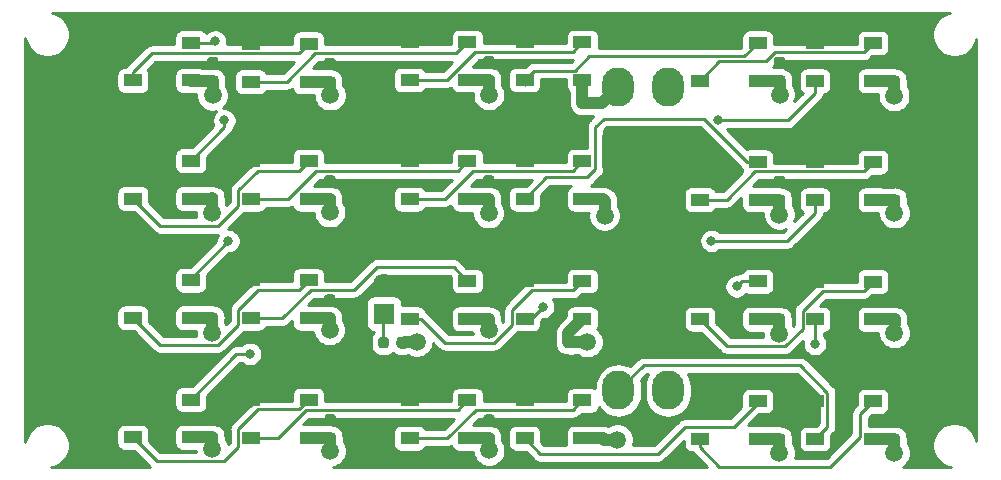
<source format=gbr>
G04 #@! TF.GenerationSoftware,KiCad,Pcbnew,(5.1.6)-1*
G04 #@! TF.CreationDate,2021-02-10T22:16:51+11:00*
G04 #@! TF.ProjectId,Caution_Light_Panel,43617574-696f-46e5-9f4c-696768745f50,rev?*
G04 #@! TF.SameCoordinates,Original*
G04 #@! TF.FileFunction,Copper,L1,Top*
G04 #@! TF.FilePolarity,Positive*
%FSLAX46Y46*%
G04 Gerber Fmt 4.6, Leading zero omitted, Abs format (unit mm)*
G04 Created by KiCad (PCBNEW (5.1.6)-1) date 2021-02-10 22:16:51*
%MOMM*%
%LPD*%
G01*
G04 APERTURE LIST*
G04 #@! TA.AperFunction,ComponentPad*
%ADD10O,2.700000X3.300000*%
G04 #@! TD*
G04 #@! TA.AperFunction,ComponentPad*
%ADD11C,1.800000*%
G04 #@! TD*
G04 #@! TA.AperFunction,ComponentPad*
%ADD12R,1.800000X1.800000*%
G04 #@! TD*
G04 #@! TA.AperFunction,SMDPad,CuDef*
%ADD13R,1.500000X1.000000*%
G04 #@! TD*
G04 #@! TA.AperFunction,ViaPad*
%ADD14C,1.500000*%
G04 #@! TD*
G04 #@! TA.AperFunction,ViaPad*
%ADD15C,0.800000*%
G04 #@! TD*
G04 #@! TA.AperFunction,Conductor*
%ADD16C,1.000000*%
G04 #@! TD*
G04 #@! TA.AperFunction,Conductor*
%ADD17C,0.228600*%
G04 #@! TD*
G04 #@! TA.AperFunction,Conductor*
%ADD18C,0.254000*%
G04 #@! TD*
G04 APERTURE END LIST*
G04 #@! TA.AperFunction,SMDPad,CuDef*
G36*
G01*
X138782500Y-98916250D02*
X138782500Y-98403750D01*
G75*
G02*
X139001250Y-98185000I218750J0D01*
G01*
X139438750Y-98185000D01*
G75*
G02*
X139657500Y-98403750I0J-218750D01*
G01*
X139657500Y-98916250D01*
G75*
G02*
X139438750Y-99135000I-218750J0D01*
G01*
X139001250Y-99135000D01*
G75*
G02*
X138782500Y-98916250I0J218750D01*
G01*
G37*
G04 #@! TD.AperFunction*
G04 #@! TA.AperFunction,SMDPad,CuDef*
G36*
G01*
X137207500Y-98916250D02*
X137207500Y-98403750D01*
G75*
G02*
X137426250Y-98185000I218750J0D01*
G01*
X137863750Y-98185000D01*
G75*
G02*
X138082500Y-98403750I0J-218750D01*
G01*
X138082500Y-98916250D01*
G75*
G02*
X137863750Y-99135000I-218750J0D01*
G01*
X137426250Y-99135000D01*
G75*
G02*
X137207500Y-98916250I0J218750D01*
G01*
G37*
G04 #@! TD.AperFunction*
D10*
X157550000Y-102710000D03*
X161750000Y-102710000D03*
X157550000Y-97210000D03*
G04 #@! TA.AperFunction,ComponentPad*
G36*
G01*
X163100000Y-95810001D02*
X163100000Y-98609999D01*
G75*
G02*
X162849999Y-98860000I-250001J0D01*
G01*
X160650001Y-98860000D01*
G75*
G02*
X160400000Y-98609999I0J250001D01*
G01*
X160400000Y-95810001D01*
G75*
G02*
X160650001Y-95560000I250001J0D01*
G01*
X162849999Y-95560000D01*
G75*
G02*
X163100000Y-95810001I0J-250001D01*
G01*
G37*
G04 #@! TD.AperFunction*
X161740000Y-76980000D03*
X157540000Y-76980000D03*
X161740000Y-82480000D03*
G04 #@! TA.AperFunction,ComponentPad*
G36*
G01*
X156190000Y-83879999D02*
X156190000Y-81080001D01*
G75*
G02*
X156440001Y-80830000I250001J0D01*
G01*
X158639999Y-80830000D01*
G75*
G02*
X158890000Y-81080001I0J-250001D01*
G01*
X158890000Y-83879999D01*
G75*
G02*
X158639999Y-84130000I-250001J0D01*
G01*
X156440001Y-84130000D01*
G75*
G02*
X156190000Y-83879999I0J250001D01*
G01*
G37*
G04 #@! TD.AperFunction*
D11*
X137690000Y-93660000D03*
D12*
X137690000Y-96200000D03*
G04 #@! TA.AperFunction,SMDPad,CuDef*
G36*
G01*
X180643750Y-106382500D02*
X181156250Y-106382500D01*
G75*
G02*
X181375000Y-106601250I0J-218750D01*
G01*
X181375000Y-107038750D01*
G75*
G02*
X181156250Y-107257500I-218750J0D01*
G01*
X180643750Y-107257500D01*
G75*
G02*
X180425000Y-107038750I0J218750D01*
G01*
X180425000Y-106601250D01*
G75*
G02*
X180643750Y-106382500I218750J0D01*
G01*
G37*
G04 #@! TD.AperFunction*
G04 #@! TA.AperFunction,SMDPad,CuDef*
G36*
G01*
X180643750Y-104807500D02*
X181156250Y-104807500D01*
G75*
G02*
X181375000Y-105026250I0J-218750D01*
G01*
X181375000Y-105463750D01*
G75*
G02*
X181156250Y-105682500I-218750J0D01*
G01*
X180643750Y-105682500D01*
G75*
G02*
X180425000Y-105463750I0J218750D01*
G01*
X180425000Y-105026250D01*
G75*
G02*
X180643750Y-104807500I218750J0D01*
G01*
G37*
G04 #@! TD.AperFunction*
G04 #@! TA.AperFunction,SMDPad,CuDef*
G36*
G01*
X170923750Y-106372500D02*
X171436250Y-106372500D01*
G75*
G02*
X171655000Y-106591250I0J-218750D01*
G01*
X171655000Y-107028750D01*
G75*
G02*
X171436250Y-107247500I-218750J0D01*
G01*
X170923750Y-107247500D01*
G75*
G02*
X170705000Y-107028750I0J218750D01*
G01*
X170705000Y-106591250D01*
G75*
G02*
X170923750Y-106372500I218750J0D01*
G01*
G37*
G04 #@! TD.AperFunction*
G04 #@! TA.AperFunction,SMDPad,CuDef*
G36*
G01*
X170923750Y-104797500D02*
X171436250Y-104797500D01*
G75*
G02*
X171655000Y-105016250I0J-218750D01*
G01*
X171655000Y-105453750D01*
G75*
G02*
X171436250Y-105672500I-218750J0D01*
G01*
X170923750Y-105672500D01*
G75*
G02*
X170705000Y-105453750I0J218750D01*
G01*
X170705000Y-105016250D01*
G75*
G02*
X170923750Y-104797500I218750J0D01*
G01*
G37*
G04 #@! TD.AperFunction*
G04 #@! TA.AperFunction,SMDPad,CuDef*
G36*
G01*
X156093750Y-106432500D02*
X156606250Y-106432500D01*
G75*
G02*
X156825000Y-106651250I0J-218750D01*
G01*
X156825000Y-107088750D01*
G75*
G02*
X156606250Y-107307500I-218750J0D01*
G01*
X156093750Y-107307500D01*
G75*
G02*
X155875000Y-107088750I0J218750D01*
G01*
X155875000Y-106651250D01*
G75*
G02*
X156093750Y-106432500I218750J0D01*
G01*
G37*
G04 #@! TD.AperFunction*
G04 #@! TA.AperFunction,SMDPad,CuDef*
G36*
G01*
X156093750Y-104857500D02*
X156606250Y-104857500D01*
G75*
G02*
X156825000Y-105076250I0J-218750D01*
G01*
X156825000Y-105513750D01*
G75*
G02*
X156606250Y-105732500I-218750J0D01*
G01*
X156093750Y-105732500D01*
G75*
G02*
X155875000Y-105513750I0J218750D01*
G01*
X155875000Y-105076250D01*
G75*
G02*
X156093750Y-104857500I218750J0D01*
G01*
G37*
G04 #@! TD.AperFunction*
G04 #@! TA.AperFunction,SMDPad,CuDef*
G36*
G01*
X146333750Y-106322500D02*
X146846250Y-106322500D01*
G75*
G02*
X147065000Y-106541250I0J-218750D01*
G01*
X147065000Y-106978750D01*
G75*
G02*
X146846250Y-107197500I-218750J0D01*
G01*
X146333750Y-107197500D01*
G75*
G02*
X146115000Y-106978750I0J218750D01*
G01*
X146115000Y-106541250D01*
G75*
G02*
X146333750Y-106322500I218750J0D01*
G01*
G37*
G04 #@! TD.AperFunction*
G04 #@! TA.AperFunction,SMDPad,CuDef*
G36*
G01*
X146333750Y-104747500D02*
X146846250Y-104747500D01*
G75*
G02*
X147065000Y-104966250I0J-218750D01*
G01*
X147065000Y-105403750D01*
G75*
G02*
X146846250Y-105622500I-218750J0D01*
G01*
X146333750Y-105622500D01*
G75*
G02*
X146115000Y-105403750I0J218750D01*
G01*
X146115000Y-104966250D01*
G75*
G02*
X146333750Y-104747500I218750J0D01*
G01*
G37*
G04 #@! TD.AperFunction*
G04 #@! TA.AperFunction,SMDPad,CuDef*
G36*
G01*
X132883750Y-106292500D02*
X133396250Y-106292500D01*
G75*
G02*
X133615000Y-106511250I0J-218750D01*
G01*
X133615000Y-106948750D01*
G75*
G02*
X133396250Y-107167500I-218750J0D01*
G01*
X132883750Y-107167500D01*
G75*
G02*
X132665000Y-106948750I0J218750D01*
G01*
X132665000Y-106511250D01*
G75*
G02*
X132883750Y-106292500I218750J0D01*
G01*
G37*
G04 #@! TD.AperFunction*
G04 #@! TA.AperFunction,SMDPad,CuDef*
G36*
G01*
X132883750Y-104717500D02*
X133396250Y-104717500D01*
G75*
G02*
X133615000Y-104936250I0J-218750D01*
G01*
X133615000Y-105373750D01*
G75*
G02*
X133396250Y-105592500I-218750J0D01*
G01*
X132883750Y-105592500D01*
G75*
G02*
X132665000Y-105373750I0J218750D01*
G01*
X132665000Y-104936250D01*
G75*
G02*
X132883750Y-104717500I218750J0D01*
G01*
G37*
G04 #@! TD.AperFunction*
G04 #@! TA.AperFunction,SMDPad,CuDef*
G36*
G01*
X122893750Y-106242500D02*
X123406250Y-106242500D01*
G75*
G02*
X123625000Y-106461250I0J-218750D01*
G01*
X123625000Y-106898750D01*
G75*
G02*
X123406250Y-107117500I-218750J0D01*
G01*
X122893750Y-107117500D01*
G75*
G02*
X122675000Y-106898750I0J218750D01*
G01*
X122675000Y-106461250D01*
G75*
G02*
X122893750Y-106242500I218750J0D01*
G01*
G37*
G04 #@! TD.AperFunction*
G04 #@! TA.AperFunction,SMDPad,CuDef*
G36*
G01*
X122893750Y-104667500D02*
X123406250Y-104667500D01*
G75*
G02*
X123625000Y-104886250I0J-218750D01*
G01*
X123625000Y-105323750D01*
G75*
G02*
X123406250Y-105542500I-218750J0D01*
G01*
X122893750Y-105542500D01*
G75*
G02*
X122675000Y-105323750I0J218750D01*
G01*
X122675000Y-104886250D01*
G75*
G02*
X122893750Y-104667500I218750J0D01*
G01*
G37*
G04 #@! TD.AperFunction*
G04 #@! TA.AperFunction,SMDPad,CuDef*
G36*
G01*
X180673750Y-96252500D02*
X181186250Y-96252500D01*
G75*
G02*
X181405000Y-96471250I0J-218750D01*
G01*
X181405000Y-96908750D01*
G75*
G02*
X181186250Y-97127500I-218750J0D01*
G01*
X180673750Y-97127500D01*
G75*
G02*
X180455000Y-96908750I0J218750D01*
G01*
X180455000Y-96471250D01*
G75*
G02*
X180673750Y-96252500I218750J0D01*
G01*
G37*
G04 #@! TD.AperFunction*
G04 #@! TA.AperFunction,SMDPad,CuDef*
G36*
G01*
X180673750Y-94677500D02*
X181186250Y-94677500D01*
G75*
G02*
X181405000Y-94896250I0J-218750D01*
G01*
X181405000Y-95333750D01*
G75*
G02*
X181186250Y-95552500I-218750J0D01*
G01*
X180673750Y-95552500D01*
G75*
G02*
X180455000Y-95333750I0J218750D01*
G01*
X180455000Y-94896250D01*
G75*
G02*
X180673750Y-94677500I218750J0D01*
G01*
G37*
G04 #@! TD.AperFunction*
G04 #@! TA.AperFunction,SMDPad,CuDef*
G36*
G01*
X170903750Y-96232500D02*
X171416250Y-96232500D01*
G75*
G02*
X171635000Y-96451250I0J-218750D01*
G01*
X171635000Y-96888750D01*
G75*
G02*
X171416250Y-97107500I-218750J0D01*
G01*
X170903750Y-97107500D01*
G75*
G02*
X170685000Y-96888750I0J218750D01*
G01*
X170685000Y-96451250D01*
G75*
G02*
X170903750Y-96232500I218750J0D01*
G01*
G37*
G04 #@! TD.AperFunction*
G04 #@! TA.AperFunction,SMDPad,CuDef*
G36*
G01*
X170903750Y-94657500D02*
X171416250Y-94657500D01*
G75*
G02*
X171635000Y-94876250I0J-218750D01*
G01*
X171635000Y-95313750D01*
G75*
G02*
X171416250Y-95532500I-218750J0D01*
G01*
X170903750Y-95532500D01*
G75*
G02*
X170685000Y-95313750I0J218750D01*
G01*
X170685000Y-94876250D01*
G75*
G02*
X170903750Y-94657500I218750J0D01*
G01*
G37*
G04 #@! TD.AperFunction*
G04 #@! TA.AperFunction,SMDPad,CuDef*
G36*
G01*
X152852500Y-98876250D02*
X152852500Y-98363750D01*
G75*
G02*
X153071250Y-98145000I218750J0D01*
G01*
X153508750Y-98145000D01*
G75*
G02*
X153727500Y-98363750I0J-218750D01*
G01*
X153727500Y-98876250D01*
G75*
G02*
X153508750Y-99095000I-218750J0D01*
G01*
X153071250Y-99095000D01*
G75*
G02*
X152852500Y-98876250I0J218750D01*
G01*
G37*
G04 #@! TD.AperFunction*
G04 #@! TA.AperFunction,SMDPad,CuDef*
G36*
G01*
X151277500Y-98876250D02*
X151277500Y-98363750D01*
G75*
G02*
X151496250Y-98145000I218750J0D01*
G01*
X151933750Y-98145000D01*
G75*
G02*
X152152500Y-98363750I0J-218750D01*
G01*
X152152500Y-98876250D01*
G75*
G02*
X151933750Y-99095000I-218750J0D01*
G01*
X151496250Y-99095000D01*
G75*
G02*
X151277500Y-98876250I0J218750D01*
G01*
G37*
G04 #@! TD.AperFunction*
G04 #@! TA.AperFunction,SMDPad,CuDef*
G36*
G01*
X146293750Y-96202500D02*
X146806250Y-96202500D01*
G75*
G02*
X147025000Y-96421250I0J-218750D01*
G01*
X147025000Y-96858750D01*
G75*
G02*
X146806250Y-97077500I-218750J0D01*
G01*
X146293750Y-97077500D01*
G75*
G02*
X146075000Y-96858750I0J218750D01*
G01*
X146075000Y-96421250D01*
G75*
G02*
X146293750Y-96202500I218750J0D01*
G01*
G37*
G04 #@! TD.AperFunction*
G04 #@! TA.AperFunction,SMDPad,CuDef*
G36*
G01*
X146293750Y-94627500D02*
X146806250Y-94627500D01*
G75*
G02*
X147025000Y-94846250I0J-218750D01*
G01*
X147025000Y-95283750D01*
G75*
G02*
X146806250Y-95502500I-218750J0D01*
G01*
X146293750Y-95502500D01*
G75*
G02*
X146075000Y-95283750I0J218750D01*
G01*
X146075000Y-94846250D01*
G75*
G02*
X146293750Y-94627500I218750J0D01*
G01*
G37*
G04 #@! TD.AperFunction*
G04 #@! TA.AperFunction,SMDPad,CuDef*
G36*
G01*
X132843750Y-96162500D02*
X133356250Y-96162500D01*
G75*
G02*
X133575000Y-96381250I0J-218750D01*
G01*
X133575000Y-96818750D01*
G75*
G02*
X133356250Y-97037500I-218750J0D01*
G01*
X132843750Y-97037500D01*
G75*
G02*
X132625000Y-96818750I0J218750D01*
G01*
X132625000Y-96381250D01*
G75*
G02*
X132843750Y-96162500I218750J0D01*
G01*
G37*
G04 #@! TD.AperFunction*
G04 #@! TA.AperFunction,SMDPad,CuDef*
G36*
G01*
X132843750Y-94587500D02*
X133356250Y-94587500D01*
G75*
G02*
X133575000Y-94806250I0J-218750D01*
G01*
X133575000Y-95243750D01*
G75*
G02*
X133356250Y-95462500I-218750J0D01*
G01*
X132843750Y-95462500D01*
G75*
G02*
X132625000Y-95243750I0J218750D01*
G01*
X132625000Y-94806250D01*
G75*
G02*
X132843750Y-94587500I218750J0D01*
G01*
G37*
G04 #@! TD.AperFunction*
G04 #@! TA.AperFunction,SMDPad,CuDef*
G36*
G01*
X122883750Y-96132500D02*
X123396250Y-96132500D01*
G75*
G02*
X123615000Y-96351250I0J-218750D01*
G01*
X123615000Y-96788750D01*
G75*
G02*
X123396250Y-97007500I-218750J0D01*
G01*
X122883750Y-97007500D01*
G75*
G02*
X122665000Y-96788750I0J218750D01*
G01*
X122665000Y-96351250D01*
G75*
G02*
X122883750Y-96132500I218750J0D01*
G01*
G37*
G04 #@! TD.AperFunction*
G04 #@! TA.AperFunction,SMDPad,CuDef*
G36*
G01*
X122883750Y-94557500D02*
X123396250Y-94557500D01*
G75*
G02*
X123615000Y-94776250I0J-218750D01*
G01*
X123615000Y-95213750D01*
G75*
G02*
X123396250Y-95432500I-218750J0D01*
G01*
X122883750Y-95432500D01*
G75*
G02*
X122665000Y-95213750I0J218750D01*
G01*
X122665000Y-94776250D01*
G75*
G02*
X122883750Y-94557500I218750J0D01*
G01*
G37*
G04 #@! TD.AperFunction*
G04 #@! TA.AperFunction,SMDPad,CuDef*
G36*
G01*
X180653750Y-86142500D02*
X181166250Y-86142500D01*
G75*
G02*
X181385000Y-86361250I0J-218750D01*
G01*
X181385000Y-86798750D01*
G75*
G02*
X181166250Y-87017500I-218750J0D01*
G01*
X180653750Y-87017500D01*
G75*
G02*
X180435000Y-86798750I0J218750D01*
G01*
X180435000Y-86361250D01*
G75*
G02*
X180653750Y-86142500I218750J0D01*
G01*
G37*
G04 #@! TD.AperFunction*
G04 #@! TA.AperFunction,SMDPad,CuDef*
G36*
G01*
X180653750Y-84567500D02*
X181166250Y-84567500D01*
G75*
G02*
X181385000Y-84786250I0J-218750D01*
G01*
X181385000Y-85223750D01*
G75*
G02*
X181166250Y-85442500I-218750J0D01*
G01*
X180653750Y-85442500D01*
G75*
G02*
X180435000Y-85223750I0J218750D01*
G01*
X180435000Y-84786250D01*
G75*
G02*
X180653750Y-84567500I218750J0D01*
G01*
G37*
G04 #@! TD.AperFunction*
G04 #@! TA.AperFunction,SMDPad,CuDef*
G36*
G01*
X170923750Y-86132500D02*
X171436250Y-86132500D01*
G75*
G02*
X171655000Y-86351250I0J-218750D01*
G01*
X171655000Y-86788750D01*
G75*
G02*
X171436250Y-87007500I-218750J0D01*
G01*
X170923750Y-87007500D01*
G75*
G02*
X170705000Y-86788750I0J218750D01*
G01*
X170705000Y-86351250D01*
G75*
G02*
X170923750Y-86132500I218750J0D01*
G01*
G37*
G04 #@! TD.AperFunction*
G04 #@! TA.AperFunction,SMDPad,CuDef*
G36*
G01*
X170923750Y-84557500D02*
X171436250Y-84557500D01*
G75*
G02*
X171655000Y-84776250I0J-218750D01*
G01*
X171655000Y-85213750D01*
G75*
G02*
X171436250Y-85432500I-218750J0D01*
G01*
X170923750Y-85432500D01*
G75*
G02*
X170705000Y-85213750I0J218750D01*
G01*
X170705000Y-84776250D01*
G75*
G02*
X170923750Y-84557500I218750J0D01*
G01*
G37*
G04 #@! TD.AperFunction*
G04 #@! TA.AperFunction,SMDPad,CuDef*
G36*
G01*
X156123750Y-86242500D02*
X156636250Y-86242500D01*
G75*
G02*
X156855000Y-86461250I0J-218750D01*
G01*
X156855000Y-86898750D01*
G75*
G02*
X156636250Y-87117500I-218750J0D01*
G01*
X156123750Y-87117500D01*
G75*
G02*
X155905000Y-86898750I0J218750D01*
G01*
X155905000Y-86461250D01*
G75*
G02*
X156123750Y-86242500I218750J0D01*
G01*
G37*
G04 #@! TD.AperFunction*
G04 #@! TA.AperFunction,SMDPad,CuDef*
G36*
G01*
X156123750Y-84667500D02*
X156636250Y-84667500D01*
G75*
G02*
X156855000Y-84886250I0J-218750D01*
G01*
X156855000Y-85323750D01*
G75*
G02*
X156636250Y-85542500I-218750J0D01*
G01*
X156123750Y-85542500D01*
G75*
G02*
X155905000Y-85323750I0J218750D01*
G01*
X155905000Y-84886250D01*
G75*
G02*
X156123750Y-84667500I218750J0D01*
G01*
G37*
G04 #@! TD.AperFunction*
G04 #@! TA.AperFunction,SMDPad,CuDef*
G36*
G01*
X146303750Y-86072500D02*
X146816250Y-86072500D01*
G75*
G02*
X147035000Y-86291250I0J-218750D01*
G01*
X147035000Y-86728750D01*
G75*
G02*
X146816250Y-86947500I-218750J0D01*
G01*
X146303750Y-86947500D01*
G75*
G02*
X146085000Y-86728750I0J218750D01*
G01*
X146085000Y-86291250D01*
G75*
G02*
X146303750Y-86072500I218750J0D01*
G01*
G37*
G04 #@! TD.AperFunction*
G04 #@! TA.AperFunction,SMDPad,CuDef*
G36*
G01*
X146303750Y-84497500D02*
X146816250Y-84497500D01*
G75*
G02*
X147035000Y-84716250I0J-218750D01*
G01*
X147035000Y-85153750D01*
G75*
G02*
X146816250Y-85372500I-218750J0D01*
G01*
X146303750Y-85372500D01*
G75*
G02*
X146085000Y-85153750I0J218750D01*
G01*
X146085000Y-84716250D01*
G75*
G02*
X146303750Y-84497500I218750J0D01*
G01*
G37*
G04 #@! TD.AperFunction*
G04 #@! TA.AperFunction,SMDPad,CuDef*
G36*
G01*
X132863750Y-86072500D02*
X133376250Y-86072500D01*
G75*
G02*
X133595000Y-86291250I0J-218750D01*
G01*
X133595000Y-86728750D01*
G75*
G02*
X133376250Y-86947500I-218750J0D01*
G01*
X132863750Y-86947500D01*
G75*
G02*
X132645000Y-86728750I0J218750D01*
G01*
X132645000Y-86291250D01*
G75*
G02*
X132863750Y-86072500I218750J0D01*
G01*
G37*
G04 #@! TD.AperFunction*
G04 #@! TA.AperFunction,SMDPad,CuDef*
G36*
G01*
X132863750Y-84497500D02*
X133376250Y-84497500D01*
G75*
G02*
X133595000Y-84716250I0J-218750D01*
G01*
X133595000Y-85153750D01*
G75*
G02*
X133376250Y-85372500I-218750J0D01*
G01*
X132863750Y-85372500D01*
G75*
G02*
X132645000Y-85153750I0J218750D01*
G01*
X132645000Y-84716250D01*
G75*
G02*
X132863750Y-84497500I218750J0D01*
G01*
G37*
G04 #@! TD.AperFunction*
G04 #@! TA.AperFunction,SMDPad,CuDef*
G36*
G01*
X122893750Y-86022500D02*
X123406250Y-86022500D01*
G75*
G02*
X123625000Y-86241250I0J-218750D01*
G01*
X123625000Y-86678750D01*
G75*
G02*
X123406250Y-86897500I-218750J0D01*
G01*
X122893750Y-86897500D01*
G75*
G02*
X122675000Y-86678750I0J218750D01*
G01*
X122675000Y-86241250D01*
G75*
G02*
X122893750Y-86022500I218750J0D01*
G01*
G37*
G04 #@! TD.AperFunction*
G04 #@! TA.AperFunction,SMDPad,CuDef*
G36*
G01*
X122893750Y-84447500D02*
X123406250Y-84447500D01*
G75*
G02*
X123625000Y-84666250I0J-218750D01*
G01*
X123625000Y-85103750D01*
G75*
G02*
X123406250Y-85322500I-218750J0D01*
G01*
X122893750Y-85322500D01*
G75*
G02*
X122675000Y-85103750I0J218750D01*
G01*
X122675000Y-84666250D01*
G75*
G02*
X122893750Y-84447500I218750J0D01*
G01*
G37*
G04 #@! TD.AperFunction*
G04 #@! TA.AperFunction,SMDPad,CuDef*
G36*
G01*
X180633750Y-76052500D02*
X181146250Y-76052500D01*
G75*
G02*
X181365000Y-76271250I0J-218750D01*
G01*
X181365000Y-76708750D01*
G75*
G02*
X181146250Y-76927500I-218750J0D01*
G01*
X180633750Y-76927500D01*
G75*
G02*
X180415000Y-76708750I0J218750D01*
G01*
X180415000Y-76271250D01*
G75*
G02*
X180633750Y-76052500I218750J0D01*
G01*
G37*
G04 #@! TD.AperFunction*
G04 #@! TA.AperFunction,SMDPad,CuDef*
G36*
G01*
X180633750Y-74477500D02*
X181146250Y-74477500D01*
G75*
G02*
X181365000Y-74696250I0J-218750D01*
G01*
X181365000Y-75133750D01*
G75*
G02*
X181146250Y-75352500I-218750J0D01*
G01*
X180633750Y-75352500D01*
G75*
G02*
X180415000Y-75133750I0J218750D01*
G01*
X180415000Y-74696250D01*
G75*
G02*
X180633750Y-74477500I218750J0D01*
G01*
G37*
G04 #@! TD.AperFunction*
G04 #@! TA.AperFunction,SMDPad,CuDef*
G36*
G01*
X170933750Y-76042500D02*
X171446250Y-76042500D01*
G75*
G02*
X171665000Y-76261250I0J-218750D01*
G01*
X171665000Y-76698750D01*
G75*
G02*
X171446250Y-76917500I-218750J0D01*
G01*
X170933750Y-76917500D01*
G75*
G02*
X170715000Y-76698750I0J218750D01*
G01*
X170715000Y-76261250D01*
G75*
G02*
X170933750Y-76042500I218750J0D01*
G01*
G37*
G04 #@! TD.AperFunction*
G04 #@! TA.AperFunction,SMDPad,CuDef*
G36*
G01*
X170933750Y-74467500D02*
X171446250Y-74467500D01*
G75*
G02*
X171665000Y-74686250I0J-218750D01*
G01*
X171665000Y-75123750D01*
G75*
G02*
X171446250Y-75342500I-218750J0D01*
G01*
X170933750Y-75342500D01*
G75*
G02*
X170715000Y-75123750I0J218750D01*
G01*
X170715000Y-74686250D01*
G75*
G02*
X170933750Y-74467500I218750J0D01*
G01*
G37*
G04 #@! TD.AperFunction*
G04 #@! TA.AperFunction,SMDPad,CuDef*
G36*
G01*
X154062500Y-78616250D02*
X154062500Y-78103750D01*
G75*
G02*
X154281250Y-77885000I218750J0D01*
G01*
X154718750Y-77885000D01*
G75*
G02*
X154937500Y-78103750I0J-218750D01*
G01*
X154937500Y-78616250D01*
G75*
G02*
X154718750Y-78835000I-218750J0D01*
G01*
X154281250Y-78835000D01*
G75*
G02*
X154062500Y-78616250I0J218750D01*
G01*
G37*
G04 #@! TD.AperFunction*
G04 #@! TA.AperFunction,SMDPad,CuDef*
G36*
G01*
X152487500Y-78616250D02*
X152487500Y-78103750D01*
G75*
G02*
X152706250Y-77885000I218750J0D01*
G01*
X153143750Y-77885000D01*
G75*
G02*
X153362500Y-78103750I0J-218750D01*
G01*
X153362500Y-78616250D01*
G75*
G02*
X153143750Y-78835000I-218750J0D01*
G01*
X152706250Y-78835000D01*
G75*
G02*
X152487500Y-78616250I0J218750D01*
G01*
G37*
G04 #@! TD.AperFunction*
G04 #@! TA.AperFunction,SMDPad,CuDef*
G36*
G01*
X146323750Y-75992500D02*
X146836250Y-75992500D01*
G75*
G02*
X147055000Y-76211250I0J-218750D01*
G01*
X147055000Y-76648750D01*
G75*
G02*
X146836250Y-76867500I-218750J0D01*
G01*
X146323750Y-76867500D01*
G75*
G02*
X146105000Y-76648750I0J218750D01*
G01*
X146105000Y-76211250D01*
G75*
G02*
X146323750Y-75992500I218750J0D01*
G01*
G37*
G04 #@! TD.AperFunction*
G04 #@! TA.AperFunction,SMDPad,CuDef*
G36*
G01*
X146323750Y-74417500D02*
X146836250Y-74417500D01*
G75*
G02*
X147055000Y-74636250I0J-218750D01*
G01*
X147055000Y-75073750D01*
G75*
G02*
X146836250Y-75292500I-218750J0D01*
G01*
X146323750Y-75292500D01*
G75*
G02*
X146105000Y-75073750I0J218750D01*
G01*
X146105000Y-74636250D01*
G75*
G02*
X146323750Y-74417500I218750J0D01*
G01*
G37*
G04 #@! TD.AperFunction*
G04 #@! TA.AperFunction,SMDPad,CuDef*
G36*
G01*
X132863750Y-76132500D02*
X133376250Y-76132500D01*
G75*
G02*
X133595000Y-76351250I0J-218750D01*
G01*
X133595000Y-76788750D01*
G75*
G02*
X133376250Y-77007500I-218750J0D01*
G01*
X132863750Y-77007500D01*
G75*
G02*
X132645000Y-76788750I0J218750D01*
G01*
X132645000Y-76351250D01*
G75*
G02*
X132863750Y-76132500I218750J0D01*
G01*
G37*
G04 #@! TD.AperFunction*
G04 #@! TA.AperFunction,SMDPad,CuDef*
G36*
G01*
X132863750Y-74557500D02*
X133376250Y-74557500D01*
G75*
G02*
X133595000Y-74776250I0J-218750D01*
G01*
X133595000Y-75213750D01*
G75*
G02*
X133376250Y-75432500I-218750J0D01*
G01*
X132863750Y-75432500D01*
G75*
G02*
X132645000Y-75213750I0J218750D01*
G01*
X132645000Y-74776250D01*
G75*
G02*
X132863750Y-74557500I218750J0D01*
G01*
G37*
G04 #@! TD.AperFunction*
G04 #@! TA.AperFunction,SMDPad,CuDef*
G36*
G01*
X122953750Y-76072500D02*
X123466250Y-76072500D01*
G75*
G02*
X123685000Y-76291250I0J-218750D01*
G01*
X123685000Y-76728750D01*
G75*
G02*
X123466250Y-76947500I-218750J0D01*
G01*
X122953750Y-76947500D01*
G75*
G02*
X122735000Y-76728750I0J218750D01*
G01*
X122735000Y-76291250D01*
G75*
G02*
X122953750Y-76072500I218750J0D01*
G01*
G37*
G04 #@! TD.AperFunction*
G04 #@! TA.AperFunction,SMDPad,CuDef*
G36*
G01*
X122953750Y-74497500D02*
X123466250Y-74497500D01*
G75*
G02*
X123685000Y-74716250I0J-218750D01*
G01*
X123685000Y-75153750D01*
G75*
G02*
X123466250Y-75372500I-218750J0D01*
G01*
X122953750Y-75372500D01*
G75*
G02*
X122735000Y-75153750I0J218750D01*
G01*
X122735000Y-74716250D01*
G75*
G02*
X122953750Y-74497500I218750J0D01*
G01*
G37*
G04 #@! TD.AperFunction*
D13*
X116438000Y-73270000D03*
X116438000Y-76470000D03*
X121338000Y-73270000D03*
X121338000Y-76470000D03*
X174195000Y-73298400D03*
X174195000Y-76498400D03*
X179095000Y-73298400D03*
X179095000Y-76498400D03*
X174195000Y-103626000D03*
X174195000Y-106826000D03*
X179095000Y-103626000D03*
X179095000Y-106826000D03*
X164445000Y-103606000D03*
X164445000Y-106806000D03*
X169345000Y-103606000D03*
X169345000Y-106806000D03*
X149601000Y-103556000D03*
X149601000Y-106756000D03*
X154501000Y-103556000D03*
X154501000Y-106756000D03*
X139859000Y-103556000D03*
X139859000Y-106756000D03*
X144759000Y-103556000D03*
X144759000Y-106756000D03*
X126410000Y-103530000D03*
X126410000Y-106730000D03*
X131310000Y-103530000D03*
X131310000Y-106730000D03*
X116438000Y-103480000D03*
X116438000Y-106680000D03*
X121338000Y-103480000D03*
X121338000Y-106680000D03*
X174195000Y-93491200D03*
X174195000Y-96691200D03*
X179095000Y-93491200D03*
X179095000Y-96691200D03*
X164445000Y-93471400D03*
X164445000Y-96671400D03*
X169345000Y-93471400D03*
X169345000Y-96671400D03*
X149601000Y-93446800D03*
X149601000Y-96646800D03*
X154501000Y-93446800D03*
X154501000Y-96646800D03*
X139859000Y-93446600D03*
X139859000Y-96646600D03*
X144759000Y-93446600D03*
X144759000Y-96646600D03*
X126410000Y-93395800D03*
X126410000Y-96595800D03*
X131310000Y-93395800D03*
X131310000Y-96595800D03*
X116438000Y-93371200D03*
X116438000Y-96571200D03*
X121338000Y-93371200D03*
X121338000Y-96571200D03*
X174195000Y-83382200D03*
X174195000Y-86582200D03*
X179095000Y-83382200D03*
X179095000Y-86582200D03*
X164445000Y-83362200D03*
X164445000Y-86562200D03*
X169345000Y-83362200D03*
X169345000Y-86562200D03*
X149601000Y-83312000D03*
X149601000Y-86512000D03*
X154501000Y-83312000D03*
X154501000Y-86512000D03*
X139859000Y-83312000D03*
X139859000Y-86512000D03*
X144759000Y-83312000D03*
X144759000Y-86512000D03*
X126410000Y-83312200D03*
X126410000Y-86512200D03*
X131310000Y-83312200D03*
X131310000Y-86512200D03*
X116438000Y-83262000D03*
X116438000Y-86462000D03*
X121338000Y-83262000D03*
X121338000Y-86462000D03*
X164445000Y-73278400D03*
X164445000Y-76478400D03*
X169345000Y-73278400D03*
X169345000Y-76478400D03*
X149601000Y-73228400D03*
X149601000Y-76428400D03*
X154501000Y-73228400D03*
X154501000Y-76428400D03*
X139859000Y-73228400D03*
X139859000Y-76428400D03*
X144759000Y-73228400D03*
X144759000Y-76428400D03*
X126410000Y-73370000D03*
X126410000Y-76570000D03*
X131310000Y-73370000D03*
X131310000Y-76570000D03*
D14*
X123200000Y-77730000D03*
X133140000Y-77710000D03*
X146580000Y-77680000D03*
X171190000Y-77660000D03*
X180890000Y-77770000D03*
X123160000Y-87730000D03*
X133120000Y-87610000D03*
X146560000Y-87690000D03*
X156380000Y-87920000D03*
X171180000Y-87820000D03*
X180910000Y-87690000D03*
X123140000Y-97830000D03*
X133100000Y-97590000D03*
X146550000Y-97630000D03*
X171160000Y-97930000D03*
X180920000Y-97840000D03*
X123150000Y-107650000D03*
X146590000Y-107780000D03*
X133140000Y-107830000D03*
X157460000Y-106870000D03*
X171180000Y-108010000D03*
X180910000Y-108000000D03*
X140480000Y-98590000D03*
X154900000Y-98610000D03*
D15*
X165970000Y-79850000D03*
X124180000Y-79850000D03*
X167550000Y-93900000D03*
X151160000Y-95640000D03*
X174170000Y-98780000D03*
X126350000Y-99610000D03*
X123410000Y-73160000D03*
X165420000Y-90050000D03*
X124520000Y-90060000D03*
D16*
X121378000Y-76510000D02*
X121338000Y-76470000D01*
X123210000Y-76510000D02*
X121378000Y-76510000D01*
X123210000Y-76510000D02*
X123200000Y-77730000D01*
X123200000Y-77730000D02*
X123210000Y-77720000D01*
X131310000Y-76570000D02*
X133120000Y-76570000D01*
X133120000Y-76570000D02*
X133140000Y-77710000D01*
X133140000Y-77710000D02*
X133120000Y-77690000D01*
X146578400Y-76428400D02*
X146580000Y-76430000D01*
X144759000Y-76428400D02*
X146578400Y-76428400D01*
X146580000Y-76430000D02*
X146580000Y-77680000D01*
X146580000Y-77680000D02*
X146580000Y-77660000D01*
X154500000Y-76429400D02*
X154501000Y-76428400D01*
X154500000Y-78360000D02*
X154500000Y-76429400D01*
X156160000Y-78360000D02*
X157540000Y-76980000D01*
X154500000Y-78360000D02*
X156160000Y-78360000D01*
X171188400Y-76478400D02*
X171190000Y-76480000D01*
X169345000Y-76478400D02*
X171188400Y-76478400D01*
X171190000Y-76480000D02*
X171190000Y-77660000D01*
X171190000Y-77660000D02*
X171190000Y-77660000D01*
X180881600Y-76498400D02*
X180890000Y-76490000D01*
X179095000Y-76498400D02*
X180881600Y-76498400D01*
X180890000Y-76490000D02*
X180890000Y-77770000D01*
X180890000Y-77770000D02*
X180890000Y-77770000D01*
X123148000Y-86462000D02*
X123150000Y-86460000D01*
X121338000Y-86462000D02*
X123148000Y-86462000D01*
X123150000Y-86460000D02*
X123160000Y-87730000D01*
X123160000Y-87730000D02*
X123150000Y-87720000D01*
X133117800Y-86512200D02*
X133120000Y-86510000D01*
X131310000Y-86512200D02*
X133117800Y-86512200D01*
X133120000Y-86510000D02*
X133120000Y-87610000D01*
X133120000Y-87610000D02*
X133120000Y-87600000D01*
X144761000Y-86510000D02*
X144759000Y-86512000D01*
X146560000Y-86510000D02*
X144761000Y-86510000D01*
X146560000Y-86510000D02*
X146560000Y-87690000D01*
X146560000Y-87690000D02*
X146560000Y-87690000D01*
X156212000Y-86512000D02*
X156380000Y-86680000D01*
X154501000Y-86512000D02*
X156212000Y-86512000D01*
X156380000Y-86680000D02*
X156380000Y-87920000D01*
X156380000Y-87920000D02*
X156380000Y-87920000D01*
X169352800Y-86570000D02*
X169345000Y-86562200D01*
X171180000Y-86570000D02*
X169352800Y-86570000D01*
X171180000Y-86570000D02*
X171180000Y-87820000D01*
X171180000Y-87820000D02*
X171180000Y-87820000D01*
X180907800Y-86582200D02*
X180910000Y-86580000D01*
X179095000Y-86582200D02*
X180907800Y-86582200D01*
X180910000Y-86580000D02*
X180910000Y-87690000D01*
X180910000Y-87690000D02*
X180910000Y-87690000D01*
X121339200Y-96570000D02*
X121338000Y-96571200D01*
X123140000Y-96570000D02*
X121339200Y-96570000D01*
X123140000Y-96570000D02*
X123140000Y-97830000D01*
X123140000Y-97830000D02*
X123140000Y-97830000D01*
X131314200Y-96600000D02*
X131310000Y-96595800D01*
X133100000Y-96600000D02*
X131314200Y-96600000D01*
X133100000Y-96600000D02*
X133100000Y-97590000D01*
X133100000Y-97590000D02*
X133100000Y-97590000D01*
X146543400Y-96646600D02*
X146550000Y-96640000D01*
X144759000Y-96646600D02*
X146543400Y-96646600D01*
X146550000Y-96640000D02*
X146550000Y-97630000D01*
X146550000Y-97630000D02*
X146550000Y-97630000D01*
X171158600Y-96671400D02*
X171160000Y-96670000D01*
X169345000Y-96671400D02*
X171158600Y-96671400D01*
X171160000Y-96670000D02*
X171160000Y-97930000D01*
X171160000Y-97930000D02*
X171160000Y-97930000D01*
X180928800Y-96691200D02*
X180930000Y-96690000D01*
X179095000Y-96691200D02*
X180928800Y-96691200D01*
X180930000Y-96690000D02*
X180920000Y-97840000D01*
X180920000Y-97840000D02*
X180930000Y-97830000D01*
X121338000Y-106680000D02*
X123150000Y-106680000D01*
X123150000Y-106680000D02*
X123150000Y-107650000D01*
X123150000Y-107650000D02*
X123150000Y-107650000D01*
X146586000Y-106756000D02*
X146590000Y-106760000D01*
X144759000Y-106756000D02*
X146586000Y-106756000D01*
X146590000Y-106760000D02*
X146590000Y-107780000D01*
X146590000Y-107780000D02*
X146590000Y-107780000D01*
X133140000Y-106730000D02*
X131310000Y-106730000D01*
X133140000Y-106730000D02*
X133140000Y-107830000D01*
X133140000Y-107830000D02*
X133140000Y-107820000D01*
X156236000Y-106756000D02*
X156350000Y-106870000D01*
X154501000Y-106756000D02*
X156236000Y-106756000D01*
X156350000Y-106870000D02*
X157460000Y-106870000D01*
X157460000Y-106870000D02*
X157460000Y-106870000D01*
X169349000Y-106810000D02*
X169345000Y-106806000D01*
X171180000Y-106810000D02*
X169349000Y-106810000D01*
X171180000Y-106810000D02*
X171180000Y-108010000D01*
X171180000Y-108010000D02*
X171180000Y-108010000D01*
X180894000Y-106826000D02*
X180900000Y-106820000D01*
X179095000Y-106826000D02*
X180894000Y-106826000D01*
X180900000Y-106820000D02*
X180910000Y-108000000D01*
X180910000Y-108000000D02*
X180900000Y-107990000D01*
X139220000Y-98660000D02*
X139370000Y-98660000D01*
X139370000Y-98660000D02*
X139440000Y-98590000D01*
X139440000Y-98590000D02*
X140480000Y-98590000D01*
X140480000Y-98590000D02*
X140480000Y-98590000D01*
X153290000Y-97857800D02*
X154501000Y-96646800D01*
X153290000Y-98620000D02*
X153290000Y-97857800D01*
X153290000Y-98620000D02*
X154900000Y-98610000D01*
X154900000Y-98610000D02*
X154890000Y-98620000D01*
D17*
X130517899Y-74162101D02*
X131310000Y-73370000D01*
X118017299Y-74162101D02*
X130517899Y-74162101D01*
X116438000Y-75741400D02*
X118017299Y-74162101D01*
X116438000Y-76470000D02*
X116438000Y-75741400D01*
X143825299Y-74162101D02*
X144759000Y-73228400D01*
X131897899Y-74162101D02*
X143825299Y-74162101D01*
X129490000Y-76570000D02*
X131897899Y-74162101D01*
X126410000Y-76570000D02*
X129490000Y-76570000D01*
X153708899Y-74020501D02*
X154501000Y-73228400D01*
X145409499Y-74020501D02*
X153708899Y-74020501D01*
X143001600Y-76428400D02*
X145409499Y-74020501D01*
X139859000Y-76428400D02*
X143001600Y-76428400D01*
X149601000Y-76428400D02*
X149601000Y-76831000D01*
X168196489Y-74426911D02*
X169345000Y-73278400D01*
X153868883Y-75636299D02*
X155078271Y-74426911D01*
X150393101Y-75636299D02*
X153868883Y-75636299D01*
X155078271Y-74426911D02*
X168196489Y-74426911D01*
X149601000Y-76428400D02*
X150393101Y-75636299D01*
X170807031Y-74090501D02*
X178302899Y-74090501D01*
X170064212Y-74833320D02*
X170807031Y-74090501D01*
X166090080Y-74833320D02*
X170064212Y-74833320D01*
X178302899Y-74090501D02*
X179095000Y-73298400D01*
X164445000Y-76478400D02*
X166090080Y-74833320D01*
X174195000Y-76498400D02*
X174195000Y-77555000D01*
X174195000Y-77555000D02*
X171900000Y-79850000D01*
X171900000Y-79850000D02*
X165970000Y-79850000D01*
X165970000Y-79850000D02*
X165970000Y-79850000D01*
X124180000Y-80420000D02*
X121338000Y-83262000D01*
X124180000Y-79850000D02*
X124180000Y-80420000D01*
X130517899Y-84104301D02*
X131310000Y-83312200D01*
X127042117Y-84104301D02*
X130517899Y-84104301D01*
X125367899Y-85778519D02*
X127042117Y-84104301D01*
X125367899Y-87064411D02*
X125367899Y-85778519D01*
X123660209Y-88772101D02*
X125367899Y-87064411D01*
X118748101Y-88772101D02*
X123660209Y-88772101D01*
X116438000Y-86462000D02*
X118748101Y-88772101D01*
X143966699Y-84104301D02*
X144759000Y-83312000D01*
X131965699Y-84104301D02*
X143966699Y-84104301D01*
X129557800Y-86512200D02*
X131965699Y-84104301D01*
X126410000Y-86512200D02*
X129557800Y-86512200D01*
X145265899Y-84104101D02*
X153708899Y-84104101D01*
X153708899Y-84104101D02*
X154501000Y-83312000D01*
X142858000Y-86512000D02*
X145265899Y-84104101D01*
X139859000Y-86512000D02*
X142858000Y-86512000D01*
X151438358Y-84674642D02*
X149601000Y-86512000D01*
X155603101Y-83985681D02*
X154914140Y-84674642D01*
X168457890Y-83362200D02*
X164785690Y-79690000D01*
X154914140Y-84674642D02*
X151438358Y-84674642D01*
X169345000Y-83362200D02*
X168457890Y-83362200D01*
X164785690Y-79690000D02*
X156290000Y-79690000D01*
X156290000Y-79690000D02*
X155603101Y-80376899D01*
X155603101Y-80376899D02*
X155603101Y-83985681D01*
X178302899Y-84174301D02*
X179095000Y-83382200D01*
X169107649Y-84174301D02*
X178302899Y-84174301D01*
X166719750Y-86562200D02*
X169107649Y-84174301D01*
X164445000Y-86562200D02*
X166719750Y-86562200D01*
X127042117Y-94187901D02*
X130517899Y-94187901D01*
X125367899Y-95862119D02*
X127042117Y-94187901D01*
X125367899Y-97144411D02*
X125367899Y-95862119D01*
X130517899Y-94187901D02*
X131310000Y-93395800D01*
X123640209Y-98872101D02*
X125367899Y-97144411D01*
X118738901Y-98872101D02*
X123640209Y-98872101D01*
X116438000Y-96571200D02*
X118738901Y-98872101D01*
X143590299Y-92277899D02*
X144759000Y-93446600D01*
X137067791Y-92277899D02*
X143590299Y-92277899D01*
X135157789Y-94187901D02*
X137067791Y-92277899D01*
X131482099Y-94187901D02*
X135157789Y-94187901D01*
X129074200Y-96595800D02*
X131482099Y-94187901D01*
X126410000Y-96595800D02*
X129074200Y-96595800D01*
X153708899Y-94238901D02*
X154501000Y-93446800D01*
X150233117Y-94238901D02*
X153708899Y-94238901D01*
X148558899Y-95913119D02*
X150233117Y-94238901D01*
X142863101Y-98672101D02*
X147050209Y-98672101D01*
X148558899Y-97163411D02*
X148558899Y-95913119D01*
X140837600Y-96646600D02*
X142863101Y-98672101D01*
X147050209Y-98672101D02*
X148558899Y-97163411D01*
X139859000Y-96646600D02*
X140837600Y-96646600D01*
X169345000Y-93471400D02*
X167978600Y-93471400D01*
X167978600Y-93471400D02*
X167550000Y-93900000D01*
X167550000Y-93900000D02*
X167550000Y-93900000D01*
X150153200Y-96646800D02*
X151160000Y-95640000D01*
X149601000Y-96646800D02*
X150153200Y-96646800D01*
X178302899Y-94283301D02*
X179095000Y-93491200D01*
X173152899Y-95957519D02*
X174827117Y-94283301D01*
X173152899Y-97479411D02*
X173152899Y-95957519D01*
X171660209Y-98972101D02*
X173152899Y-97479411D01*
X166745701Y-98972101D02*
X171660209Y-98972101D01*
X174827117Y-94283301D02*
X178302899Y-94283301D01*
X164445000Y-96671400D02*
X166745701Y-98972101D01*
X174195000Y-97419800D02*
X174170000Y-97444800D01*
X174195000Y-96691200D02*
X174195000Y-97419800D01*
X174170000Y-97444800D02*
X174170000Y-98780000D01*
X174170000Y-98780000D02*
X174170000Y-98780000D01*
X125208000Y-99610000D02*
X121338000Y-103480000D01*
X126350000Y-99610000D02*
X125208000Y-99610000D01*
X130517899Y-104322101D02*
X131310000Y-103530000D01*
X127042117Y-104322101D02*
X130517899Y-104322101D01*
X125367899Y-105996319D02*
X127042117Y-104322101D01*
X125367899Y-107463681D02*
X125367899Y-105996319D01*
X124139479Y-108692101D02*
X125367899Y-107463681D01*
X118450101Y-108692101D02*
X124139479Y-108692101D01*
X116438000Y-106680000D02*
X118450101Y-108692101D01*
X143966899Y-104348101D02*
X144759000Y-103556000D01*
X131066649Y-104348101D02*
X143966899Y-104348101D01*
X128684750Y-106730000D02*
X131066649Y-104348101D01*
X126410000Y-106730000D02*
X128684750Y-106730000D01*
X153708899Y-104348101D02*
X154501000Y-103556000D01*
X145461899Y-104348101D02*
X153708899Y-104348101D01*
X143054000Y-106756000D02*
X145461899Y-104348101D01*
X139859000Y-106756000D02*
X143054000Y-106756000D01*
X169345000Y-103775000D02*
X169345000Y-103606000D01*
X149601000Y-106756000D02*
X150935000Y-108090000D01*
X160890000Y-108090000D02*
X163195000Y-105785000D01*
X150935000Y-108090000D02*
X160890000Y-108090000D01*
X163195000Y-105785000D02*
X167335000Y-105785000D01*
X167335000Y-105785000D02*
X169345000Y-103775000D01*
X164445000Y-106806000D02*
X164445000Y-107534600D01*
X164445000Y-107534600D02*
X166080400Y-109170000D01*
X166080400Y-109170000D02*
X175500000Y-109170000D01*
X175500000Y-109170000D02*
X178020500Y-106649500D01*
X178020500Y-104700500D02*
X179095000Y-103626000D01*
X178020500Y-106649500D02*
X178020500Y-104700500D01*
X123300000Y-73270000D02*
X123410000Y-73160000D01*
X121338000Y-73270000D02*
X123300000Y-73270000D01*
X159670000Y-100590000D02*
X157550000Y-102710000D01*
X172934782Y-100590000D02*
X159670000Y-100590000D01*
X175237101Y-102892319D02*
X172934782Y-100590000D01*
X175237101Y-105783899D02*
X175237101Y-102892319D01*
X174195000Y-106826000D02*
X175237101Y-105783899D01*
X174195000Y-86582200D02*
X174195000Y-87695000D01*
X174195000Y-87695000D02*
X171810000Y-90080000D01*
X171810000Y-90080000D02*
X165420000Y-90050000D01*
X165420000Y-90050000D02*
X165450000Y-90080000D01*
X121338000Y-93242000D02*
X121338000Y-93371200D01*
X124520000Y-90060000D02*
X121338000Y-93242000D01*
X137640000Y-98655000D02*
X137645000Y-98660000D01*
X137640000Y-96010000D02*
X137640000Y-98655000D01*
D18*
G36*
X185445166Y-70787839D02*
G01*
X185102118Y-70929934D01*
X184793382Y-71136225D01*
X184530825Y-71398782D01*
X184324534Y-71707518D01*
X184182439Y-72050566D01*
X184110000Y-72414744D01*
X184110000Y-72786056D01*
X184182439Y-73150234D01*
X184324534Y-73493282D01*
X184530825Y-73802018D01*
X184793382Y-74064575D01*
X185102118Y-74270866D01*
X185445166Y-74412961D01*
X185809344Y-74485400D01*
X186180656Y-74485400D01*
X186544834Y-74412961D01*
X186887882Y-74270866D01*
X187196618Y-74064575D01*
X187459175Y-73802018D01*
X187665466Y-73493282D01*
X187807561Y-73150234D01*
X187839601Y-72989157D01*
X187839600Y-106951238D01*
X187807561Y-106790166D01*
X187665466Y-106447118D01*
X187459175Y-106138382D01*
X187196618Y-105875825D01*
X186887882Y-105669534D01*
X186544834Y-105527439D01*
X186180656Y-105455000D01*
X185809344Y-105455000D01*
X185445166Y-105527439D01*
X185102118Y-105669534D01*
X184793382Y-105875825D01*
X184530825Y-106138382D01*
X184324534Y-106447118D01*
X184182439Y-106790166D01*
X184110000Y-107154344D01*
X184110000Y-107525656D01*
X184182439Y-107889834D01*
X184324534Y-108232882D01*
X184530825Y-108541618D01*
X184793382Y-108804175D01*
X185102118Y-109010466D01*
X185445166Y-109152561D01*
X185681649Y-109199600D01*
X181607605Y-109199600D01*
X181792886Y-109075799D01*
X181985799Y-108882886D01*
X182137371Y-108656043D01*
X182241775Y-108403989D01*
X182295000Y-108136411D01*
X182295000Y-107863589D01*
X182241775Y-107596011D01*
X182137371Y-107343957D01*
X182038223Y-107195572D01*
X182035472Y-106870952D01*
X182040490Y-106820001D01*
X182034527Y-106759456D01*
X182034486Y-106754632D01*
X182029056Y-106703913D01*
X182018576Y-106597502D01*
X182017168Y-106592861D01*
X182016651Y-106588030D01*
X182009525Y-106565236D01*
X181996608Y-106434092D01*
X181947850Y-106273358D01*
X181868671Y-106125225D01*
X181762115Y-105995385D01*
X181632275Y-105888829D01*
X181484142Y-105809650D01*
X181323408Y-105760892D01*
X181320505Y-105760606D01*
X181224809Y-105732460D01*
X181122498Y-105701424D01*
X181117671Y-105700949D01*
X181113011Y-105699578D01*
X181006358Y-105689985D01*
X180899999Y-105679510D01*
X180895174Y-105679985D01*
X180890336Y-105679550D01*
X180783881Y-105690947D01*
X180783338Y-105691000D01*
X179876192Y-105691000D01*
X179845000Y-105687928D01*
X178769800Y-105687928D01*
X178769800Y-105010869D01*
X179016597Y-104764072D01*
X179845000Y-104764072D01*
X179969482Y-104751812D01*
X180089180Y-104715502D01*
X180199494Y-104656537D01*
X180296185Y-104577185D01*
X180375537Y-104480494D01*
X180434502Y-104370180D01*
X180470812Y-104250482D01*
X180483072Y-104126000D01*
X180483072Y-103126000D01*
X180470812Y-103001518D01*
X180434502Y-102881820D01*
X180375537Y-102771506D01*
X180296185Y-102674815D01*
X180199494Y-102595463D01*
X180089180Y-102536498D01*
X179969482Y-102500188D01*
X179845000Y-102487928D01*
X178345000Y-102487928D01*
X178220518Y-102500188D01*
X178100820Y-102536498D01*
X177990506Y-102595463D01*
X177893815Y-102674815D01*
X177814463Y-102771506D01*
X177755498Y-102881820D01*
X177719188Y-103001518D01*
X177706928Y-103126000D01*
X177706928Y-103954403D01*
X177516689Y-104144642D01*
X177488103Y-104168102D01*
X177464643Y-104196688D01*
X177464640Y-104196691D01*
X177394466Y-104282197D01*
X177324888Y-104412369D01*
X177295110Y-104510537D01*
X177282043Y-104553612D01*
X177273906Y-104636232D01*
X177267576Y-104700500D01*
X177271201Y-104737305D01*
X177271200Y-106339130D01*
X175189631Y-108420700D01*
X172508995Y-108420700D01*
X172511775Y-108413989D01*
X172565000Y-108146411D01*
X172565000Y-107873589D01*
X172511775Y-107606011D01*
X172407371Y-107353957D01*
X172315000Y-107215714D01*
X172315000Y-106865752D01*
X172320491Y-106810000D01*
X172298577Y-106587501D01*
X172289878Y-106558826D01*
X172276608Y-106424092D01*
X172227850Y-106263358D01*
X172148671Y-106115225D01*
X172042115Y-105985385D01*
X171912275Y-105878829D01*
X171764142Y-105799650D01*
X171603408Y-105750892D01*
X171596200Y-105750182D01*
X171402499Y-105691423D01*
X171235752Y-105675000D01*
X171235751Y-105675000D01*
X171180000Y-105669509D01*
X171124248Y-105675000D01*
X170166806Y-105675000D01*
X170095000Y-105667928D01*
X169369561Y-105667928D01*
X169345000Y-105665509D01*
X169320439Y-105667928D01*
X168595000Y-105667928D01*
X168502645Y-105677024D01*
X169435598Y-104744072D01*
X170095000Y-104744072D01*
X170219482Y-104731812D01*
X170339180Y-104695502D01*
X170449494Y-104636537D01*
X170546185Y-104557185D01*
X170625537Y-104460494D01*
X170684502Y-104350180D01*
X170720812Y-104230482D01*
X170733072Y-104106000D01*
X170733072Y-103106000D01*
X170720812Y-102981518D01*
X170684502Y-102861820D01*
X170625537Y-102751506D01*
X170546185Y-102654815D01*
X170449494Y-102575463D01*
X170339180Y-102516498D01*
X170219482Y-102480188D01*
X170095000Y-102467928D01*
X168595000Y-102467928D01*
X168470518Y-102480188D01*
X168350820Y-102516498D01*
X168240506Y-102575463D01*
X168143815Y-102654815D01*
X168064463Y-102751506D01*
X168005498Y-102861820D01*
X167969188Y-102981518D01*
X167956928Y-103106000D01*
X167956928Y-104103402D01*
X167024631Y-105035700D01*
X163231795Y-105035700D01*
X163194999Y-105032076D01*
X163158203Y-105035700D01*
X163158194Y-105035700D01*
X163048112Y-105046542D01*
X162906868Y-105089388D01*
X162776697Y-105158966D01*
X162662602Y-105252602D01*
X162639141Y-105281189D01*
X160579631Y-107340700D01*
X158764142Y-107340700D01*
X158791775Y-107273989D01*
X158845000Y-107006411D01*
X158845000Y-106733589D01*
X158791775Y-106466011D01*
X158687371Y-106213957D01*
X158535799Y-105987114D01*
X158342886Y-105794201D01*
X158116043Y-105642629D01*
X157863989Y-105538225D01*
X157596411Y-105485000D01*
X157323589Y-105485000D01*
X157056011Y-105538225D01*
X156803957Y-105642629D01*
X156695876Y-105714847D01*
X156672447Y-105702324D01*
X156458499Y-105637423D01*
X156291752Y-105621000D01*
X156291751Y-105621000D01*
X156236000Y-105615509D01*
X156180249Y-105621000D01*
X155282192Y-105621000D01*
X155251000Y-105617928D01*
X153751000Y-105617928D01*
X153626518Y-105630188D01*
X153506820Y-105666498D01*
X153396506Y-105725463D01*
X153299815Y-105804815D01*
X153220463Y-105901506D01*
X153161498Y-106011820D01*
X153125188Y-106131518D01*
X153112928Y-106256000D01*
X153112928Y-107256000D01*
X153121270Y-107340700D01*
X151245370Y-107340700D01*
X150989072Y-107084402D01*
X150989072Y-106256000D01*
X150976812Y-106131518D01*
X150940502Y-106011820D01*
X150881537Y-105901506D01*
X150802185Y-105804815D01*
X150705494Y-105725463D01*
X150595180Y-105666498D01*
X150475482Y-105630188D01*
X150351000Y-105617928D01*
X148851000Y-105617928D01*
X148726518Y-105630188D01*
X148606820Y-105666498D01*
X148496506Y-105725463D01*
X148399815Y-105804815D01*
X148320463Y-105901506D01*
X148261498Y-106011820D01*
X148225188Y-106131518D01*
X148212928Y-106256000D01*
X148212928Y-107256000D01*
X148225188Y-107380482D01*
X148261498Y-107500180D01*
X148320463Y-107610494D01*
X148399815Y-107707185D01*
X148496506Y-107786537D01*
X148606820Y-107845502D01*
X148726518Y-107881812D01*
X148851000Y-107894072D01*
X149679403Y-107894072D01*
X150379141Y-108593811D01*
X150402602Y-108622398D01*
X150431188Y-108645858D01*
X150431190Y-108645860D01*
X150516696Y-108716034D01*
X150614998Y-108768577D01*
X150646868Y-108785612D01*
X150788112Y-108828458D01*
X150898194Y-108839300D01*
X150898204Y-108839300D01*
X150935000Y-108842924D01*
X150971796Y-108839300D01*
X160853205Y-108839300D01*
X160890000Y-108842924D01*
X160926795Y-108839300D01*
X160926806Y-108839300D01*
X161036888Y-108828458D01*
X161178132Y-108785612D01*
X161308303Y-108716034D01*
X161422398Y-108622398D01*
X161445863Y-108593806D01*
X163056928Y-106982742D01*
X163056928Y-107306000D01*
X163069188Y-107430482D01*
X163105498Y-107550180D01*
X163164463Y-107660494D01*
X163243815Y-107757185D01*
X163340506Y-107836537D01*
X163450820Y-107895502D01*
X163570518Y-107931812D01*
X163695000Y-107944072D01*
X163814246Y-107944072D01*
X163818966Y-107952903D01*
X163889140Y-108038409D01*
X163912603Y-108066998D01*
X163941189Y-108090458D01*
X165050330Y-109199600D01*
X133353831Y-109199600D01*
X133543989Y-109161775D01*
X133796043Y-109057371D01*
X134022886Y-108905799D01*
X134215799Y-108712886D01*
X134367371Y-108486043D01*
X134471775Y-108233989D01*
X134525000Y-107966411D01*
X134525000Y-107693589D01*
X134471775Y-107426011D01*
X134367371Y-107173957D01*
X134275000Y-107035714D01*
X134275000Y-106785752D01*
X134280491Y-106730000D01*
X134258577Y-106507501D01*
X134249878Y-106478826D01*
X134236608Y-106344092D01*
X134187850Y-106183358D01*
X134108671Y-106035225D01*
X134002115Y-105905385D01*
X133872275Y-105798829D01*
X133724142Y-105719650D01*
X133563408Y-105670892D01*
X133556200Y-105670182D01*
X133362499Y-105611423D01*
X133195752Y-105595000D01*
X133195751Y-105595000D01*
X133140000Y-105589509D01*
X133084248Y-105595000D01*
X132091192Y-105595000D01*
X132060000Y-105591928D01*
X130882492Y-105591928D01*
X131377019Y-105097401D01*
X143652930Y-105097401D01*
X142743631Y-106006700D01*
X141195765Y-106006700D01*
X141139537Y-105901506D01*
X141060185Y-105804815D01*
X140963494Y-105725463D01*
X140853180Y-105666498D01*
X140733482Y-105630188D01*
X140609000Y-105617928D01*
X139109000Y-105617928D01*
X138984518Y-105630188D01*
X138864820Y-105666498D01*
X138754506Y-105725463D01*
X138657815Y-105804815D01*
X138578463Y-105901506D01*
X138519498Y-106011820D01*
X138483188Y-106131518D01*
X138470928Y-106256000D01*
X138470928Y-107256000D01*
X138483188Y-107380482D01*
X138519498Y-107500180D01*
X138578463Y-107610494D01*
X138657815Y-107707185D01*
X138754506Y-107786537D01*
X138864820Y-107845502D01*
X138984518Y-107881812D01*
X139109000Y-107894072D01*
X140609000Y-107894072D01*
X140733482Y-107881812D01*
X140853180Y-107845502D01*
X140963494Y-107786537D01*
X141060185Y-107707185D01*
X141139537Y-107610494D01*
X141195765Y-107505300D01*
X143017205Y-107505300D01*
X143054000Y-107508924D01*
X143090795Y-107505300D01*
X143090806Y-107505300D01*
X143200888Y-107494458D01*
X143342132Y-107451612D01*
X143396026Y-107422805D01*
X143419498Y-107500180D01*
X143478463Y-107610494D01*
X143557815Y-107707185D01*
X143654506Y-107786537D01*
X143764820Y-107845502D01*
X143884518Y-107881812D01*
X144009000Y-107894072D01*
X145205000Y-107894072D01*
X145205000Y-107916411D01*
X145258225Y-108183989D01*
X145362629Y-108436043D01*
X145514201Y-108662886D01*
X145707114Y-108855799D01*
X145933957Y-109007371D01*
X146186011Y-109111775D01*
X146453589Y-109165000D01*
X146726411Y-109165000D01*
X146993989Y-109111775D01*
X147246043Y-109007371D01*
X147472886Y-108855799D01*
X147665799Y-108662886D01*
X147817371Y-108436043D01*
X147921775Y-108183989D01*
X147975000Y-107916411D01*
X147975000Y-107643589D01*
X147921775Y-107376011D01*
X147817371Y-107123957D01*
X147725000Y-106985714D01*
X147725000Y-106815752D01*
X147730491Y-106760000D01*
X147720555Y-106659113D01*
X147708577Y-106537501D01*
X147699878Y-106508826D01*
X147686608Y-106374092D01*
X147637850Y-106213358D01*
X147558671Y-106065225D01*
X147452115Y-105935385D01*
X147322275Y-105828829D01*
X147174142Y-105749650D01*
X147028114Y-105705353D01*
X147022447Y-105702324D01*
X146808499Y-105637423D01*
X146641752Y-105621000D01*
X146641751Y-105621000D01*
X146586000Y-105615509D01*
X146530249Y-105621000D01*
X145540192Y-105621000D01*
X145509000Y-105617928D01*
X145251742Y-105617928D01*
X145772269Y-105097401D01*
X153672104Y-105097401D01*
X153708899Y-105101025D01*
X153745694Y-105097401D01*
X153745705Y-105097401D01*
X153855787Y-105086559D01*
X153997031Y-105043713D01*
X154127202Y-104974135D01*
X154241297Y-104880499D01*
X154264762Y-104851907D01*
X154422597Y-104694072D01*
X155251000Y-104694072D01*
X155375482Y-104681812D01*
X155495180Y-104645502D01*
X155605494Y-104586537D01*
X155702185Y-104507185D01*
X155781537Y-104410494D01*
X155840502Y-104300180D01*
X155876812Y-104180482D01*
X155884289Y-104104564D01*
X155891547Y-104118143D01*
X156139602Y-104420398D01*
X156441857Y-104668453D01*
X156786698Y-104852774D01*
X157160872Y-104966278D01*
X157550000Y-105004604D01*
X157939127Y-104966278D01*
X158313301Y-104852774D01*
X158658143Y-104668453D01*
X158960398Y-104420398D01*
X159208453Y-104118143D01*
X159392774Y-103773302D01*
X159506278Y-103399128D01*
X159535000Y-103107510D01*
X159535000Y-102312491D01*
X159506278Y-102020873D01*
X159457988Y-101861682D01*
X159980371Y-101339300D01*
X160071533Y-101339300D01*
X159907226Y-101646698D01*
X159793722Y-102020872D01*
X159765000Y-102312490D01*
X159765000Y-103107509D01*
X159793722Y-103399127D01*
X159907226Y-103773301D01*
X160091547Y-104118143D01*
X160339602Y-104420398D01*
X160641857Y-104668453D01*
X160986698Y-104852774D01*
X161360872Y-104966278D01*
X161750000Y-105004604D01*
X162139127Y-104966278D01*
X162513301Y-104852774D01*
X162858143Y-104668453D01*
X163160398Y-104420398D01*
X163408453Y-104118143D01*
X163592774Y-103773302D01*
X163706278Y-103399128D01*
X163735000Y-103107510D01*
X163735000Y-102312491D01*
X163706278Y-102020873D01*
X163592774Y-101646698D01*
X163428467Y-101339300D01*
X172624413Y-101339300D01*
X174487802Y-103202691D01*
X174487801Y-105473529D01*
X174273402Y-105687928D01*
X173445000Y-105687928D01*
X173320518Y-105700188D01*
X173200820Y-105736498D01*
X173090506Y-105795463D01*
X172993815Y-105874815D01*
X172914463Y-105971506D01*
X172855498Y-106081820D01*
X172819188Y-106201518D01*
X172806928Y-106326000D01*
X172806928Y-107326000D01*
X172819188Y-107450482D01*
X172855498Y-107570180D01*
X172914463Y-107680494D01*
X172993815Y-107777185D01*
X173090506Y-107856537D01*
X173200820Y-107915502D01*
X173320518Y-107951812D01*
X173445000Y-107964072D01*
X174945000Y-107964072D01*
X175069482Y-107951812D01*
X175189180Y-107915502D01*
X175299494Y-107856537D01*
X175396185Y-107777185D01*
X175475537Y-107680494D01*
X175534502Y-107570180D01*
X175570812Y-107450482D01*
X175583072Y-107326000D01*
X175583072Y-106497598D01*
X175740913Y-106339757D01*
X175769499Y-106316297D01*
X175795636Y-106284450D01*
X175853979Y-106213358D01*
X175863135Y-106202202D01*
X175932713Y-106072031D01*
X175975559Y-105930787D01*
X175986401Y-105820705D01*
X175986401Y-105820696D01*
X175990025Y-105783900D01*
X175986401Y-105747104D01*
X175986401Y-102929115D01*
X175990025Y-102892319D01*
X175986401Y-102855523D01*
X175986401Y-102855513D01*
X175975559Y-102745431D01*
X175932713Y-102604187D01*
X175863135Y-102474016D01*
X175842985Y-102449463D01*
X175792962Y-102388509D01*
X175792955Y-102388502D01*
X175769499Y-102359921D01*
X175740918Y-102336465D01*
X173490645Y-100086194D01*
X173467180Y-100057602D01*
X173353085Y-99963966D01*
X173222914Y-99894388D01*
X173081670Y-99851542D01*
X172971588Y-99840700D01*
X172971577Y-99840700D01*
X172934782Y-99837076D01*
X172897987Y-99840700D01*
X159706796Y-99840700D01*
X159670000Y-99837076D01*
X159633204Y-99840700D01*
X159633194Y-99840700D01*
X159523112Y-99851542D01*
X159381868Y-99894388D01*
X159251697Y-99963966D01*
X159166190Y-100034139D01*
X159166183Y-100034146D01*
X159137602Y-100057602D01*
X159114146Y-100086183D01*
X158521708Y-100678621D01*
X158313302Y-100567226D01*
X157939128Y-100453722D01*
X157550000Y-100415396D01*
X157160873Y-100453722D01*
X156786699Y-100567226D01*
X156441858Y-100751547D01*
X156139603Y-100999602D01*
X155891547Y-101301857D01*
X155707226Y-101646698D01*
X155593722Y-102020872D01*
X155565000Y-102312490D01*
X155565000Y-102503818D01*
X155495180Y-102466498D01*
X155375482Y-102430188D01*
X155251000Y-102417928D01*
X153751000Y-102417928D01*
X153626518Y-102430188D01*
X153506820Y-102466498D01*
X153396506Y-102525463D01*
X153299815Y-102604815D01*
X153220463Y-102701506D01*
X153161498Y-102811820D01*
X153125188Y-102931518D01*
X153112928Y-103056000D01*
X153112928Y-103598801D01*
X146147072Y-103598801D01*
X146147072Y-103056000D01*
X146134812Y-102931518D01*
X146098502Y-102811820D01*
X146039537Y-102701506D01*
X145960185Y-102604815D01*
X145863494Y-102525463D01*
X145753180Y-102466498D01*
X145633482Y-102430188D01*
X145509000Y-102417928D01*
X144009000Y-102417928D01*
X143884518Y-102430188D01*
X143764820Y-102466498D01*
X143654506Y-102525463D01*
X143557815Y-102604815D01*
X143478463Y-102701506D01*
X143419498Y-102811820D01*
X143383188Y-102931518D01*
X143370928Y-103056000D01*
X143370928Y-103598801D01*
X132698072Y-103598801D01*
X132698072Y-103030000D01*
X132685812Y-102905518D01*
X132649502Y-102785820D01*
X132590537Y-102675506D01*
X132511185Y-102578815D01*
X132414494Y-102499463D01*
X132304180Y-102440498D01*
X132184482Y-102404188D01*
X132060000Y-102391928D01*
X130560000Y-102391928D01*
X130435518Y-102404188D01*
X130315820Y-102440498D01*
X130205506Y-102499463D01*
X130108815Y-102578815D01*
X130029463Y-102675506D01*
X129970498Y-102785820D01*
X129934188Y-102905518D01*
X129921928Y-103030000D01*
X129921928Y-103572801D01*
X127078913Y-103572801D01*
X127042117Y-103569177D01*
X127005321Y-103572801D01*
X127005311Y-103572801D01*
X126895229Y-103583643D01*
X126755594Y-103626001D01*
X126753985Y-103626489D01*
X126623813Y-103696067D01*
X126538307Y-103766240D01*
X126538300Y-103766247D01*
X126509719Y-103789703D01*
X126486263Y-103818284D01*
X124864088Y-105440461D01*
X124835502Y-105463921D01*
X124812042Y-105492507D01*
X124812039Y-105492510D01*
X124741865Y-105578016D01*
X124672287Y-105708188D01*
X124648987Y-105785000D01*
X124629442Y-105849431D01*
X124626715Y-105877120D01*
X124614975Y-105996319D01*
X124618600Y-106033124D01*
X124618599Y-107153311D01*
X124489096Y-107282815D01*
X124481775Y-107246011D01*
X124377371Y-106993957D01*
X124285000Y-106855714D01*
X124285000Y-106735752D01*
X124290491Y-106680000D01*
X124268577Y-106457501D01*
X124259878Y-106428826D01*
X124246608Y-106294092D01*
X124197850Y-106133358D01*
X124118671Y-105985225D01*
X124012115Y-105855385D01*
X123882275Y-105748829D01*
X123734142Y-105669650D01*
X123573408Y-105620892D01*
X123566200Y-105620182D01*
X123372499Y-105561423D01*
X123205752Y-105545000D01*
X123205751Y-105545000D01*
X123150000Y-105539509D01*
X123094248Y-105545000D01*
X122119192Y-105545000D01*
X122088000Y-105541928D01*
X120588000Y-105541928D01*
X120463518Y-105554188D01*
X120343820Y-105590498D01*
X120233506Y-105649463D01*
X120136815Y-105728815D01*
X120057463Y-105825506D01*
X119998498Y-105935820D01*
X119962188Y-106055518D01*
X119949928Y-106180000D01*
X119949928Y-107180000D01*
X119962188Y-107304482D01*
X119998498Y-107424180D01*
X120057463Y-107534494D01*
X120136815Y-107631185D01*
X120233506Y-107710537D01*
X120343820Y-107769502D01*
X120463518Y-107805812D01*
X120588000Y-107818072D01*
X121771298Y-107818072D01*
X121796108Y-107942801D01*
X118760472Y-107942801D01*
X117826072Y-107008402D01*
X117826072Y-106180000D01*
X117813812Y-106055518D01*
X117777502Y-105935820D01*
X117718537Y-105825506D01*
X117639185Y-105728815D01*
X117542494Y-105649463D01*
X117432180Y-105590498D01*
X117312482Y-105554188D01*
X117188000Y-105541928D01*
X115688000Y-105541928D01*
X115563518Y-105554188D01*
X115443820Y-105590498D01*
X115333506Y-105649463D01*
X115236815Y-105728815D01*
X115157463Y-105825506D01*
X115098498Y-105935820D01*
X115062188Y-106055518D01*
X115049928Y-106180000D01*
X115049928Y-107180000D01*
X115062188Y-107304482D01*
X115098498Y-107424180D01*
X115157463Y-107534494D01*
X115236815Y-107631185D01*
X115333506Y-107710537D01*
X115443820Y-107769502D01*
X115563518Y-107805812D01*
X115688000Y-107818072D01*
X116516402Y-107818072D01*
X117894247Y-109195918D01*
X117897269Y-109199600D01*
X109508351Y-109199600D01*
X109744834Y-109152561D01*
X110087882Y-109010466D01*
X110396618Y-108804175D01*
X110659175Y-108541618D01*
X110865466Y-108232882D01*
X111007561Y-107889834D01*
X111080000Y-107525656D01*
X111080000Y-107154344D01*
X111007561Y-106790166D01*
X110865466Y-106447118D01*
X110659175Y-106138382D01*
X110396618Y-105875825D01*
X110087882Y-105669534D01*
X109744834Y-105527439D01*
X109380656Y-105455000D01*
X109009344Y-105455000D01*
X108645166Y-105527439D01*
X108302118Y-105669534D01*
X107993382Y-105875825D01*
X107730825Y-106138382D01*
X107524534Y-106447118D01*
X107382439Y-106790166D01*
X107333600Y-107035698D01*
X107333600Y-102980000D01*
X119949928Y-102980000D01*
X119949928Y-103980000D01*
X119962188Y-104104482D01*
X119998498Y-104224180D01*
X120057463Y-104334494D01*
X120136815Y-104431185D01*
X120233506Y-104510537D01*
X120343820Y-104569502D01*
X120463518Y-104605812D01*
X120588000Y-104618072D01*
X122088000Y-104618072D01*
X122212482Y-104605812D01*
X122332180Y-104569502D01*
X122442494Y-104510537D01*
X122539185Y-104431185D01*
X122618537Y-104334494D01*
X122677502Y-104224180D01*
X122713812Y-104104482D01*
X122726072Y-103980000D01*
X122726072Y-103151597D01*
X125518370Y-100359300D01*
X125635589Y-100359300D01*
X125690226Y-100413937D01*
X125859744Y-100527205D01*
X126048102Y-100605226D01*
X126248061Y-100645000D01*
X126451939Y-100645000D01*
X126651898Y-100605226D01*
X126840256Y-100527205D01*
X127009774Y-100413937D01*
X127153937Y-100269774D01*
X127267205Y-100100256D01*
X127345226Y-99911898D01*
X127385000Y-99711939D01*
X127385000Y-99508061D01*
X127345226Y-99308102D01*
X127267205Y-99119744D01*
X127153937Y-98950226D01*
X127009774Y-98806063D01*
X126840256Y-98692795D01*
X126651898Y-98614774D01*
X126451939Y-98575000D01*
X126248061Y-98575000D01*
X126048102Y-98614774D01*
X125859744Y-98692795D01*
X125690226Y-98806063D01*
X125635589Y-98860700D01*
X125244795Y-98860700D01*
X125207999Y-98857076D01*
X125171203Y-98860700D01*
X125171194Y-98860700D01*
X125061112Y-98871542D01*
X124919868Y-98914388D01*
X124789697Y-98983966D01*
X124675602Y-99077602D01*
X124652141Y-99106189D01*
X121416403Y-102341928D01*
X120588000Y-102341928D01*
X120463518Y-102354188D01*
X120343820Y-102390498D01*
X120233506Y-102449463D01*
X120136815Y-102528815D01*
X120057463Y-102625506D01*
X119998498Y-102735820D01*
X119962188Y-102855518D01*
X119949928Y-102980000D01*
X107333600Y-102980000D01*
X107333600Y-96071200D01*
X115049928Y-96071200D01*
X115049928Y-97071200D01*
X115062188Y-97195682D01*
X115098498Y-97315380D01*
X115157463Y-97425694D01*
X115236815Y-97522385D01*
X115333506Y-97601737D01*
X115443820Y-97660702D01*
X115563518Y-97697012D01*
X115688000Y-97709272D01*
X116516403Y-97709272D01*
X118183042Y-99375912D01*
X118206503Y-99404499D01*
X118320598Y-99498135D01*
X118450769Y-99567713D01*
X118592013Y-99610559D01*
X118702095Y-99621401D01*
X118702104Y-99621401D01*
X118738900Y-99625025D01*
X118775696Y-99621401D01*
X123603414Y-99621401D01*
X123640209Y-99625025D01*
X123677004Y-99621401D01*
X123677015Y-99621401D01*
X123787097Y-99610559D01*
X123928341Y-99567713D01*
X124058512Y-99498135D01*
X124172607Y-99404499D01*
X124196072Y-99375907D01*
X125838109Y-97733872D01*
X127160000Y-97733872D01*
X127284482Y-97721612D01*
X127404180Y-97685302D01*
X127514494Y-97626337D01*
X127611185Y-97546985D01*
X127690537Y-97450294D01*
X127746765Y-97345100D01*
X129037405Y-97345100D01*
X129074200Y-97348724D01*
X129110995Y-97345100D01*
X129111006Y-97345100D01*
X129221088Y-97334258D01*
X129362332Y-97291412D01*
X129492503Y-97221834D01*
X129606598Y-97128198D01*
X129630063Y-97099606D01*
X129921928Y-96807741D01*
X129921928Y-97095800D01*
X129934188Y-97220282D01*
X129970498Y-97339980D01*
X130029463Y-97450294D01*
X130108815Y-97546985D01*
X130205506Y-97626337D01*
X130315820Y-97685302D01*
X130435518Y-97721612D01*
X130560000Y-97733872D01*
X131246995Y-97733872D01*
X131258448Y-97735000D01*
X131258449Y-97735000D01*
X131314200Y-97740491D01*
X131369952Y-97735000D01*
X131716708Y-97735000D01*
X131768225Y-97993989D01*
X131872629Y-98246043D01*
X132024201Y-98472886D01*
X132217114Y-98665799D01*
X132443957Y-98817371D01*
X132696011Y-98921775D01*
X132963589Y-98975000D01*
X133236411Y-98975000D01*
X133503989Y-98921775D01*
X133756043Y-98817371D01*
X133982886Y-98665799D01*
X134175799Y-98472886D01*
X134327371Y-98246043D01*
X134431775Y-97993989D01*
X134485000Y-97726411D01*
X134485000Y-97453589D01*
X134431775Y-97186011D01*
X134327371Y-96933957D01*
X134235000Y-96795714D01*
X134235000Y-96655752D01*
X134240491Y-96600000D01*
X134218577Y-96377501D01*
X134209878Y-96348826D01*
X134196608Y-96214092D01*
X134147850Y-96053358D01*
X134068671Y-95905225D01*
X133962115Y-95775385D01*
X133832275Y-95668829D01*
X133684142Y-95589650D01*
X133523408Y-95540892D01*
X133516200Y-95540182D01*
X133322499Y-95481423D01*
X133155752Y-95465000D01*
X133155751Y-95465000D01*
X133100000Y-95459509D01*
X133044248Y-95465000D01*
X132133836Y-95465000D01*
X132060000Y-95457728D01*
X131334561Y-95457728D01*
X131310000Y-95455309D01*
X131285439Y-95457728D01*
X131271942Y-95457728D01*
X131429670Y-95300000D01*
X136151928Y-95300000D01*
X136151928Y-97100000D01*
X136164188Y-97224482D01*
X136200498Y-97344180D01*
X136259463Y-97454494D01*
X136338815Y-97551185D01*
X136435506Y-97630537D01*
X136545820Y-97689502D01*
X136665518Y-97725812D01*
X136790000Y-97738072D01*
X136890701Y-97738072D01*
X136890701Y-97740179D01*
X136820385Y-97797885D01*
X136713829Y-97927725D01*
X136634650Y-98075858D01*
X136585892Y-98236592D01*
X136569428Y-98403750D01*
X136569428Y-98916250D01*
X136585892Y-99083408D01*
X136634650Y-99244142D01*
X136713829Y-99392275D01*
X136820385Y-99522115D01*
X136950225Y-99628671D01*
X137098358Y-99707850D01*
X137259092Y-99756608D01*
X137426250Y-99773072D01*
X137863750Y-99773072D01*
X138030908Y-99756608D01*
X138191642Y-99707850D01*
X138339775Y-99628671D01*
X138432500Y-99552574D01*
X138525225Y-99628671D01*
X138673358Y-99707850D01*
X138834092Y-99756608D01*
X138968826Y-99769878D01*
X138997501Y-99778577D01*
X139164248Y-99795000D01*
X139314249Y-99795000D01*
X139370000Y-99800491D01*
X139425751Y-99795000D01*
X139425752Y-99795000D01*
X139592499Y-99778577D01*
X139711756Y-99742400D01*
X139823957Y-99817371D01*
X140076011Y-99921775D01*
X140343589Y-99975000D01*
X140616411Y-99975000D01*
X140883989Y-99921775D01*
X141136043Y-99817371D01*
X141362886Y-99665799D01*
X141555799Y-99472886D01*
X141707371Y-99246043D01*
X141811775Y-98993989D01*
X141863796Y-98732465D01*
X142307242Y-99175912D01*
X142330703Y-99204499D01*
X142359289Y-99227959D01*
X142359291Y-99227961D01*
X142444797Y-99298135D01*
X142574969Y-99367713D01*
X142716213Y-99410559D01*
X142826295Y-99421401D01*
X142826305Y-99421401D01*
X142863101Y-99425025D01*
X142899897Y-99421401D01*
X147013414Y-99421401D01*
X147050209Y-99425025D01*
X147087004Y-99421401D01*
X147087015Y-99421401D01*
X147197097Y-99410559D01*
X147338341Y-99367713D01*
X147468512Y-99298135D01*
X147582607Y-99204499D01*
X147606072Y-99175907D01*
X148924179Y-97857800D01*
X152149509Y-97857800D01*
X152155000Y-97913551D01*
X152155000Y-98567782D01*
X152149531Y-98627083D01*
X152160808Y-98734724D01*
X152171423Y-98842498D01*
X152172456Y-98845905D01*
X152172827Y-98849442D01*
X152204880Y-98952789D01*
X152230182Y-99036198D01*
X152230892Y-99043408D01*
X152279650Y-99204142D01*
X152358829Y-99352275D01*
X152465385Y-99482115D01*
X152595225Y-99588671D01*
X152743358Y-99667850D01*
X152904092Y-99716608D01*
X153038826Y-99729878D01*
X153067501Y-99738577D01*
X153071044Y-99738926D01*
X153074453Y-99739937D01*
X153182197Y-99749873D01*
X153290000Y-99760491D01*
X153349271Y-99754653D01*
X154113061Y-99749909D01*
X154243957Y-99837371D01*
X154496011Y-99941775D01*
X154763589Y-99995000D01*
X155036411Y-99995000D01*
X155303989Y-99941775D01*
X155556043Y-99837371D01*
X155782886Y-99685799D01*
X155975799Y-99492886D01*
X156127371Y-99266043D01*
X156231775Y-99013989D01*
X156285000Y-98746411D01*
X156285000Y-98473589D01*
X156231775Y-98206011D01*
X156127371Y-97953957D01*
X155975799Y-97727114D01*
X155782886Y-97534201D01*
X155764573Y-97521965D01*
X155781537Y-97501294D01*
X155840502Y-97390980D01*
X155876812Y-97271282D01*
X155889072Y-97146800D01*
X155889072Y-96171400D01*
X163056928Y-96171400D01*
X163056928Y-97171400D01*
X163069188Y-97295882D01*
X163105498Y-97415580D01*
X163164463Y-97525894D01*
X163243815Y-97622585D01*
X163340506Y-97701937D01*
X163450820Y-97760902D01*
X163570518Y-97797212D01*
X163695000Y-97809472D01*
X164523402Y-97809472D01*
X166189847Y-99475918D01*
X166213303Y-99504499D01*
X166241884Y-99527955D01*
X166241891Y-99527962D01*
X166315866Y-99588671D01*
X166327398Y-99598135D01*
X166457569Y-99667713D01*
X166598813Y-99710559D01*
X166708895Y-99721401D01*
X166708903Y-99721401D01*
X166745701Y-99725025D01*
X166782499Y-99721401D01*
X171623414Y-99721401D01*
X171660209Y-99725025D01*
X171697004Y-99721401D01*
X171697015Y-99721401D01*
X171807097Y-99710559D01*
X171948341Y-99667713D01*
X172078512Y-99598135D01*
X172192607Y-99504499D01*
X172216072Y-99475907D01*
X173165065Y-98526915D01*
X173135000Y-98678061D01*
X173135000Y-98881939D01*
X173174774Y-99081898D01*
X173252795Y-99270256D01*
X173366063Y-99439774D01*
X173510226Y-99583937D01*
X173679744Y-99697205D01*
X173868102Y-99775226D01*
X174068061Y-99815000D01*
X174271939Y-99815000D01*
X174471898Y-99775226D01*
X174660256Y-99697205D01*
X174829774Y-99583937D01*
X174973937Y-99439774D01*
X175087205Y-99270256D01*
X175165226Y-99081898D01*
X175205000Y-98881939D01*
X175205000Y-98678061D01*
X175165226Y-98478102D01*
X175087205Y-98289744D01*
X174973937Y-98120226D01*
X174919300Y-98065589D01*
X174919300Y-97829272D01*
X174945000Y-97829272D01*
X175069482Y-97817012D01*
X175189180Y-97780702D01*
X175299494Y-97721737D01*
X175396185Y-97642385D01*
X175475537Y-97545694D01*
X175534502Y-97435380D01*
X175570812Y-97315682D01*
X175583072Y-97191200D01*
X175583072Y-96191200D01*
X177706928Y-96191200D01*
X177706928Y-97191200D01*
X177719188Y-97315682D01*
X177755498Y-97435380D01*
X177814463Y-97545694D01*
X177893815Y-97642385D01*
X177990506Y-97721737D01*
X178100820Y-97780702D01*
X178220518Y-97817012D01*
X178345000Y-97829272D01*
X179535000Y-97829272D01*
X179535000Y-97976411D01*
X179588225Y-98243989D01*
X179692629Y-98496043D01*
X179844201Y-98722886D01*
X180037114Y-98915799D01*
X180263957Y-99067371D01*
X180516011Y-99171775D01*
X180783589Y-99225000D01*
X181056411Y-99225000D01*
X181323989Y-99171775D01*
X181576043Y-99067371D01*
X181802886Y-98915799D01*
X181995799Y-98722886D01*
X182147371Y-98496043D01*
X182251775Y-98243989D01*
X182305000Y-97976411D01*
X182305000Y-97703589D01*
X182251775Y-97436011D01*
X182147371Y-97183957D01*
X182061860Y-97055981D01*
X182064514Y-96750682D01*
X182070491Y-96690001D01*
X182060007Y-96583553D01*
X182050469Y-96477237D01*
X182049065Y-96472461D01*
X182048577Y-96467502D01*
X182039879Y-96438827D01*
X182026608Y-96304092D01*
X181977850Y-96143358D01*
X181898671Y-95995225D01*
X181792115Y-95865385D01*
X181662275Y-95758829D01*
X181514142Y-95679650D01*
X181353408Y-95630892D01*
X181346198Y-95630182D01*
X181264093Y-95605275D01*
X181162216Y-95573401D01*
X181157269Y-95572870D01*
X181152498Y-95571423D01*
X181046051Y-95560939D01*
X180939916Y-95549553D01*
X180934960Y-95549998D01*
X180929999Y-95549509D01*
X180862064Y-95556200D01*
X179876192Y-95556200D01*
X179845000Y-95553128D01*
X178345000Y-95553128D01*
X178220518Y-95565388D01*
X178100820Y-95601698D01*
X177990506Y-95660663D01*
X177893815Y-95740015D01*
X177814463Y-95836706D01*
X177755498Y-95947020D01*
X177719188Y-96066718D01*
X177706928Y-96191200D01*
X175583072Y-96191200D01*
X175570812Y-96066718D01*
X175534502Y-95947020D01*
X175475537Y-95836706D01*
X175396185Y-95740015D01*
X175299494Y-95660663D01*
X175189180Y-95601698D01*
X175069482Y-95565388D01*
X174945000Y-95553128D01*
X174616960Y-95553128D01*
X175137488Y-95032601D01*
X178266104Y-95032601D01*
X178302899Y-95036225D01*
X178339694Y-95032601D01*
X178339705Y-95032601D01*
X178449787Y-95021759D01*
X178591031Y-94978913D01*
X178721202Y-94909335D01*
X178835297Y-94815699D01*
X178858762Y-94787107D01*
X179016597Y-94629272D01*
X179845000Y-94629272D01*
X179969482Y-94617012D01*
X180089180Y-94580702D01*
X180199494Y-94521737D01*
X180296185Y-94442385D01*
X180375537Y-94345694D01*
X180434502Y-94235380D01*
X180470812Y-94115682D01*
X180483072Y-93991200D01*
X180483072Y-92991200D01*
X180470812Y-92866718D01*
X180434502Y-92747020D01*
X180375537Y-92636706D01*
X180296185Y-92540015D01*
X180199494Y-92460663D01*
X180089180Y-92401698D01*
X179969482Y-92365388D01*
X179845000Y-92353128D01*
X178345000Y-92353128D01*
X178220518Y-92365388D01*
X178100820Y-92401698D01*
X177990506Y-92460663D01*
X177893815Y-92540015D01*
X177814463Y-92636706D01*
X177755498Y-92747020D01*
X177719188Y-92866718D01*
X177706928Y-92991200D01*
X177706928Y-93534001D01*
X174863913Y-93534001D01*
X174827117Y-93530377D01*
X174790321Y-93534001D01*
X174790311Y-93534001D01*
X174680229Y-93544843D01*
X174538985Y-93587689D01*
X174408813Y-93657267D01*
X174323307Y-93727440D01*
X174323300Y-93727447D01*
X174294719Y-93750903D01*
X174271263Y-93779484D01*
X172649088Y-95401661D01*
X172620502Y-95425121D01*
X172597042Y-95453707D01*
X172597039Y-95453710D01*
X172526865Y-95539216D01*
X172457287Y-95669388D01*
X172434983Y-95742916D01*
X172414442Y-95810631D01*
X172409371Y-95862119D01*
X172399975Y-95957519D01*
X172403600Y-95994324D01*
X172403599Y-97169041D01*
X172351848Y-97220793D01*
X172295000Y-97135714D01*
X172295000Y-96725751D01*
X172300491Y-96670000D01*
X172295000Y-96614248D01*
X172278577Y-96447501D01*
X172269878Y-96418826D01*
X172256608Y-96284092D01*
X172207850Y-96123358D01*
X172128671Y-95975225D01*
X172022115Y-95845385D01*
X171892275Y-95738829D01*
X171744142Y-95659650D01*
X171583408Y-95610892D01*
X171576198Y-95610182D01*
X171382498Y-95551423D01*
X171160000Y-95529509D01*
X171090034Y-95536400D01*
X170126192Y-95536400D01*
X170095000Y-95533328D01*
X168595000Y-95533328D01*
X168470518Y-95545588D01*
X168350820Y-95581898D01*
X168240506Y-95640863D01*
X168143815Y-95720215D01*
X168064463Y-95816906D01*
X168005498Y-95927220D01*
X167969188Y-96046918D01*
X167956928Y-96171400D01*
X167956928Y-97171400D01*
X167969188Y-97295882D01*
X168005498Y-97415580D01*
X168064463Y-97525894D01*
X168143815Y-97622585D01*
X168240506Y-97701937D01*
X168350820Y-97760902D01*
X168470518Y-97797212D01*
X168595000Y-97809472D01*
X169775000Y-97809472D01*
X169775000Y-98066411D01*
X169806108Y-98222801D01*
X167056072Y-98222801D01*
X165833072Y-96999802D01*
X165833072Y-96171400D01*
X165820812Y-96046918D01*
X165784502Y-95927220D01*
X165725537Y-95816906D01*
X165646185Y-95720215D01*
X165549494Y-95640863D01*
X165439180Y-95581898D01*
X165319482Y-95545588D01*
X165195000Y-95533328D01*
X163695000Y-95533328D01*
X163570518Y-95545588D01*
X163450820Y-95581898D01*
X163340506Y-95640863D01*
X163243815Y-95720215D01*
X163164463Y-95816906D01*
X163105498Y-95927220D01*
X163069188Y-96046918D01*
X163056928Y-96171400D01*
X155889072Y-96171400D01*
X155889072Y-96146800D01*
X155876812Y-96022318D01*
X155840502Y-95902620D01*
X155781537Y-95792306D01*
X155702185Y-95695615D01*
X155605494Y-95616263D01*
X155495180Y-95557298D01*
X155375482Y-95520988D01*
X155251000Y-95508728D01*
X154525561Y-95508728D01*
X154501000Y-95506309D01*
X154476439Y-95508728D01*
X153751000Y-95508728D01*
X153626518Y-95520988D01*
X153506820Y-95557298D01*
X153396506Y-95616263D01*
X153299815Y-95695615D01*
X153220463Y-95792306D01*
X153161498Y-95902620D01*
X153125188Y-96022318D01*
X153112928Y-96146800D01*
X153112928Y-96429740D01*
X152526860Y-97015809D01*
X152483552Y-97051351D01*
X152341717Y-97224177D01*
X152236324Y-97421353D01*
X152171423Y-97635301D01*
X152158593Y-97765572D01*
X152149509Y-97857800D01*
X148924179Y-97857800D01*
X148997108Y-97784872D01*
X150351000Y-97784872D01*
X150475482Y-97772612D01*
X150595180Y-97736302D01*
X150705494Y-97677337D01*
X150802185Y-97597985D01*
X150881537Y-97501294D01*
X150940502Y-97390980D01*
X150976812Y-97271282D01*
X150989072Y-97146800D01*
X150989072Y-96870597D01*
X151184669Y-96675000D01*
X151261939Y-96675000D01*
X151461898Y-96635226D01*
X151650256Y-96557205D01*
X151819774Y-96443937D01*
X151963937Y-96299774D01*
X152077205Y-96130256D01*
X152155226Y-95941898D01*
X152195000Y-95741939D01*
X152195000Y-95538061D01*
X152155226Y-95338102D01*
X152077205Y-95149744D01*
X151969266Y-94988201D01*
X153672104Y-94988201D01*
X153708899Y-94991825D01*
X153745694Y-94988201D01*
X153745705Y-94988201D01*
X153855787Y-94977359D01*
X153997031Y-94934513D01*
X154127202Y-94864935D01*
X154241297Y-94771299D01*
X154264762Y-94742707D01*
X154422597Y-94584872D01*
X155251000Y-94584872D01*
X155375482Y-94572612D01*
X155495180Y-94536302D01*
X155605494Y-94477337D01*
X155702185Y-94397985D01*
X155781537Y-94301294D01*
X155840502Y-94190980D01*
X155876812Y-94071282D01*
X155889072Y-93946800D01*
X155889072Y-93798061D01*
X166515000Y-93798061D01*
X166515000Y-94001939D01*
X166554774Y-94201898D01*
X166632795Y-94390256D01*
X166746063Y-94559774D01*
X166890226Y-94703937D01*
X167059744Y-94817205D01*
X167248102Y-94895226D01*
X167448061Y-94935000D01*
X167651939Y-94935000D01*
X167851898Y-94895226D01*
X168040256Y-94817205D01*
X168209774Y-94703937D01*
X168352346Y-94561365D01*
X168470518Y-94597212D01*
X168595000Y-94609472D01*
X170095000Y-94609472D01*
X170219482Y-94597212D01*
X170339180Y-94560902D01*
X170449494Y-94501937D01*
X170546185Y-94422585D01*
X170625537Y-94325894D01*
X170684502Y-94215580D01*
X170720812Y-94095882D01*
X170733072Y-93971400D01*
X170733072Y-92971400D01*
X170720812Y-92846918D01*
X170684502Y-92727220D01*
X170625537Y-92616906D01*
X170546185Y-92520215D01*
X170449494Y-92440863D01*
X170339180Y-92381898D01*
X170219482Y-92345588D01*
X170095000Y-92333328D01*
X168595000Y-92333328D01*
X168470518Y-92345588D01*
X168350820Y-92381898D01*
X168240506Y-92440863D01*
X168143815Y-92520215D01*
X168064463Y-92616906D01*
X168008593Y-92721430D01*
X167978600Y-92718476D01*
X167941804Y-92722100D01*
X167941794Y-92722100D01*
X167831712Y-92732942D01*
X167710320Y-92769766D01*
X167690468Y-92775788D01*
X167560296Y-92845366D01*
X167536373Y-92865000D01*
X167448061Y-92865000D01*
X167248102Y-92904774D01*
X167059744Y-92982795D01*
X166890226Y-93096063D01*
X166746063Y-93240226D01*
X166632795Y-93409744D01*
X166554774Y-93598102D01*
X166515000Y-93798061D01*
X155889072Y-93798061D01*
X155889072Y-92946800D01*
X155876812Y-92822318D01*
X155840502Y-92702620D01*
X155781537Y-92592306D01*
X155702185Y-92495615D01*
X155605494Y-92416263D01*
X155495180Y-92357298D01*
X155375482Y-92320988D01*
X155251000Y-92308728D01*
X153751000Y-92308728D01*
X153626518Y-92320988D01*
X153506820Y-92357298D01*
X153396506Y-92416263D01*
X153299815Y-92495615D01*
X153220463Y-92592306D01*
X153161498Y-92702620D01*
X153125188Y-92822318D01*
X153112928Y-92946800D01*
X153112928Y-93489601D01*
X150269913Y-93489601D01*
X150233117Y-93485977D01*
X150196321Y-93489601D01*
X150196311Y-93489601D01*
X150086229Y-93500443D01*
X149946966Y-93542688D01*
X149944985Y-93543289D01*
X149814813Y-93612867D01*
X149729307Y-93683040D01*
X149729300Y-93683047D01*
X149700719Y-93706503D01*
X149677263Y-93735084D01*
X148055088Y-95357261D01*
X148026502Y-95380721D01*
X148003042Y-95409307D01*
X148003039Y-95409310D01*
X147932865Y-95494816D01*
X147863287Y-95624988D01*
X147833899Y-95721868D01*
X147820442Y-95766231D01*
X147810998Y-95862119D01*
X147805975Y-95913119D01*
X147809600Y-95949924D01*
X147809599Y-96853041D01*
X147741848Y-96920793D01*
X147685000Y-96835714D01*
X147685000Y-96695751D01*
X147690491Y-96640000D01*
X147682337Y-96557205D01*
X147668577Y-96417501D01*
X147659878Y-96388826D01*
X147646608Y-96254092D01*
X147597850Y-96093358D01*
X147518671Y-95945225D01*
X147412115Y-95815385D01*
X147282275Y-95708829D01*
X147134142Y-95629650D01*
X146973408Y-95580892D01*
X146966198Y-95580182D01*
X146941280Y-95572623D01*
X146772499Y-95521423D01*
X146550000Y-95499509D01*
X146427237Y-95511600D01*
X145540192Y-95511600D01*
X145509000Y-95508528D01*
X144009000Y-95508528D01*
X143884518Y-95520788D01*
X143764820Y-95557098D01*
X143654506Y-95616063D01*
X143557815Y-95695415D01*
X143478463Y-95792106D01*
X143419498Y-95902420D01*
X143383188Y-96022118D01*
X143370928Y-96146600D01*
X143370928Y-97146600D01*
X143383188Y-97271082D01*
X143419498Y-97390780D01*
X143478463Y-97501094D01*
X143557815Y-97597785D01*
X143654506Y-97677137D01*
X143764820Y-97736102D01*
X143884518Y-97772412D01*
X144009000Y-97784672D01*
X145168632Y-97784672D01*
X145196108Y-97922801D01*
X143173471Y-97922801D01*
X141393463Y-96142794D01*
X141369998Y-96114202D01*
X141255903Y-96020566D01*
X141230169Y-96006811D01*
X141198502Y-95902420D01*
X141139537Y-95792106D01*
X141060185Y-95695415D01*
X140963494Y-95616063D01*
X140853180Y-95557098D01*
X140733482Y-95520788D01*
X140609000Y-95508528D01*
X139228072Y-95508528D01*
X139228072Y-95300000D01*
X139215812Y-95175518D01*
X139179502Y-95055820D01*
X139120537Y-94945506D01*
X139041185Y-94848815D01*
X138944494Y-94769463D01*
X138834180Y-94710498D01*
X138714482Y-94674188D01*
X138590000Y-94661928D01*
X136790000Y-94661928D01*
X136665518Y-94674188D01*
X136545820Y-94710498D01*
X136435506Y-94769463D01*
X136338815Y-94848815D01*
X136259463Y-94945506D01*
X136200498Y-95055820D01*
X136164188Y-95175518D01*
X136151928Y-95300000D01*
X131429670Y-95300000D01*
X131792469Y-94937201D01*
X135120994Y-94937201D01*
X135157789Y-94940825D01*
X135194584Y-94937201D01*
X135194595Y-94937201D01*
X135304677Y-94926359D01*
X135445921Y-94883513D01*
X135576092Y-94813935D01*
X135690187Y-94720299D01*
X135713652Y-94691707D01*
X137378162Y-93027199D01*
X143279930Y-93027199D01*
X143370928Y-93118198D01*
X143370928Y-93946600D01*
X143383188Y-94071082D01*
X143419498Y-94190780D01*
X143478463Y-94301094D01*
X143557815Y-94397785D01*
X143654506Y-94477137D01*
X143764820Y-94536102D01*
X143884518Y-94572412D01*
X144009000Y-94584672D01*
X145509000Y-94584672D01*
X145633482Y-94572412D01*
X145753180Y-94536102D01*
X145863494Y-94477137D01*
X145960185Y-94397785D01*
X146039537Y-94301094D01*
X146098502Y-94190780D01*
X146134812Y-94071082D01*
X146147072Y-93946600D01*
X146147072Y-92946600D01*
X146134812Y-92822118D01*
X146098502Y-92702420D01*
X146039537Y-92592106D01*
X145960185Y-92495415D01*
X145863494Y-92416063D01*
X145753180Y-92357098D01*
X145633482Y-92320788D01*
X145509000Y-92308528D01*
X144680598Y-92308528D01*
X144146162Y-91774093D01*
X144122697Y-91745501D01*
X144008602Y-91651865D01*
X143878431Y-91582287D01*
X143737187Y-91539441D01*
X143627105Y-91528599D01*
X143627094Y-91528599D01*
X143590299Y-91524975D01*
X143553504Y-91528599D01*
X137104587Y-91528599D01*
X137067791Y-91524975D01*
X137030995Y-91528599D01*
X137030985Y-91528599D01*
X136920903Y-91539441D01*
X136779659Y-91582287D01*
X136649488Y-91651865D01*
X136563981Y-91722038D01*
X136563974Y-91722045D01*
X136535393Y-91745501D01*
X136511937Y-91774082D01*
X134847420Y-93438601D01*
X132698072Y-93438601D01*
X132698072Y-92895800D01*
X132685812Y-92771318D01*
X132649502Y-92651620D01*
X132590537Y-92541306D01*
X132511185Y-92444615D01*
X132414494Y-92365263D01*
X132304180Y-92306298D01*
X132184482Y-92269988D01*
X132060000Y-92257728D01*
X130560000Y-92257728D01*
X130435518Y-92269988D01*
X130315820Y-92306298D01*
X130205506Y-92365263D01*
X130108815Y-92444615D01*
X130029463Y-92541306D01*
X129970498Y-92651620D01*
X129934188Y-92771318D01*
X129921928Y-92895800D01*
X129921928Y-93438601D01*
X127078913Y-93438601D01*
X127042117Y-93434977D01*
X127005321Y-93438601D01*
X127005311Y-93438601D01*
X126895229Y-93449443D01*
X126774793Y-93485977D01*
X126753985Y-93492289D01*
X126623813Y-93561867D01*
X126538307Y-93632040D01*
X126538300Y-93632047D01*
X126509719Y-93655503D01*
X126486263Y-93684084D01*
X124864088Y-95306261D01*
X124835502Y-95329721D01*
X124812042Y-95358307D01*
X124812039Y-95358310D01*
X124741865Y-95443816D01*
X124672287Y-95573988D01*
X124652001Y-95640863D01*
X124634513Y-95698516D01*
X124629442Y-95715232D01*
X124614975Y-95862119D01*
X124618600Y-95898924D01*
X124618599Y-96834040D01*
X124331847Y-97120792D01*
X124275000Y-97035714D01*
X124275000Y-96625752D01*
X124280491Y-96570000D01*
X124258577Y-96347501D01*
X124249878Y-96318826D01*
X124236608Y-96184092D01*
X124187850Y-96023358D01*
X124108671Y-95875225D01*
X124002115Y-95745385D01*
X123872275Y-95638829D01*
X123724142Y-95559650D01*
X123563408Y-95510892D01*
X123556200Y-95510182D01*
X123362499Y-95451423D01*
X123195752Y-95435000D01*
X123195751Y-95435000D01*
X123140000Y-95429509D01*
X123084248Y-95435000D01*
X122107007Y-95435000D01*
X122088000Y-95433128D01*
X121375944Y-95433128D01*
X121339199Y-95429509D01*
X121302455Y-95433128D01*
X120588000Y-95433128D01*
X120463518Y-95445388D01*
X120343820Y-95481698D01*
X120233506Y-95540663D01*
X120136815Y-95620015D01*
X120057463Y-95716706D01*
X119998498Y-95827020D01*
X119962188Y-95946718D01*
X119949928Y-96071200D01*
X119949928Y-97071200D01*
X119962188Y-97195682D01*
X119998498Y-97315380D01*
X120057463Y-97425694D01*
X120136815Y-97522385D01*
X120233506Y-97601737D01*
X120343820Y-97660702D01*
X120463518Y-97697012D01*
X120588000Y-97709272D01*
X121313439Y-97709272D01*
X121338000Y-97711691D01*
X121362561Y-97709272D01*
X121755000Y-97709272D01*
X121755000Y-97966411D01*
X121786108Y-98122801D01*
X119049271Y-98122801D01*
X117826072Y-96899603D01*
X117826072Y-96071200D01*
X117813812Y-95946718D01*
X117777502Y-95827020D01*
X117718537Y-95716706D01*
X117639185Y-95620015D01*
X117542494Y-95540663D01*
X117432180Y-95481698D01*
X117312482Y-95445388D01*
X117188000Y-95433128D01*
X115688000Y-95433128D01*
X115563518Y-95445388D01*
X115443820Y-95481698D01*
X115333506Y-95540663D01*
X115236815Y-95620015D01*
X115157463Y-95716706D01*
X115098498Y-95827020D01*
X115062188Y-95946718D01*
X115049928Y-96071200D01*
X107333600Y-96071200D01*
X107333600Y-75970000D01*
X115049928Y-75970000D01*
X115049928Y-76970000D01*
X115062188Y-77094482D01*
X115098498Y-77214180D01*
X115157463Y-77324494D01*
X115236815Y-77421185D01*
X115333506Y-77500537D01*
X115443820Y-77559502D01*
X115563518Y-77595812D01*
X115688000Y-77608072D01*
X117188000Y-77608072D01*
X117312482Y-77595812D01*
X117432180Y-77559502D01*
X117542494Y-77500537D01*
X117639185Y-77421185D01*
X117718537Y-77324494D01*
X117777502Y-77214180D01*
X117813812Y-77094482D01*
X117826072Y-76970000D01*
X117826072Y-75970000D01*
X119949928Y-75970000D01*
X119949928Y-76970000D01*
X119962188Y-77094482D01*
X119998498Y-77214180D01*
X120057463Y-77324494D01*
X120136815Y-77421185D01*
X120233506Y-77500537D01*
X120343820Y-77559502D01*
X120463518Y-77595812D01*
X120588000Y-77608072D01*
X121087906Y-77608072D01*
X121155501Y-77628577D01*
X121322248Y-77645000D01*
X121322249Y-77645000D01*
X121378000Y-77650491D01*
X121433752Y-77645000D01*
X121815000Y-77645000D01*
X121815000Y-77866411D01*
X121868225Y-78133989D01*
X121972629Y-78386043D01*
X122124201Y-78612886D01*
X122317114Y-78805799D01*
X122543957Y-78957371D01*
X122796011Y-79061775D01*
X123063589Y-79115000D01*
X123336411Y-79115000D01*
X123479814Y-79086475D01*
X123376063Y-79190226D01*
X123262795Y-79359744D01*
X123184774Y-79548102D01*
X123145000Y-79748061D01*
X123145000Y-79951939D01*
X123184774Y-80151898D01*
X123244424Y-80295906D01*
X121416403Y-82123928D01*
X120588000Y-82123928D01*
X120463518Y-82136188D01*
X120343820Y-82172498D01*
X120233506Y-82231463D01*
X120136815Y-82310815D01*
X120057463Y-82407506D01*
X119998498Y-82517820D01*
X119962188Y-82637518D01*
X119949928Y-82762000D01*
X119949928Y-83762000D01*
X119962188Y-83886482D01*
X119998498Y-84006180D01*
X120057463Y-84116494D01*
X120136815Y-84213185D01*
X120233506Y-84292537D01*
X120343820Y-84351502D01*
X120463518Y-84387812D01*
X120588000Y-84400072D01*
X122088000Y-84400072D01*
X122212482Y-84387812D01*
X122332180Y-84351502D01*
X122442494Y-84292537D01*
X122539185Y-84213185D01*
X122618537Y-84116494D01*
X122677502Y-84006180D01*
X122713812Y-83886482D01*
X122726072Y-83762000D01*
X122726072Y-82933597D01*
X124683811Y-80975859D01*
X124712398Y-80952398D01*
X124735860Y-80923810D01*
X124806034Y-80838304D01*
X124875612Y-80708132D01*
X124892052Y-80653937D01*
X124914816Y-80578895D01*
X124983937Y-80509774D01*
X125097205Y-80340256D01*
X125175226Y-80151898D01*
X125215000Y-79951939D01*
X125215000Y-79748061D01*
X125175226Y-79548102D01*
X125097205Y-79359744D01*
X124983937Y-79190226D01*
X124839774Y-79046063D01*
X124670256Y-78932795D01*
X124481898Y-78854774D01*
X124281939Y-78815000D01*
X124078061Y-78815000D01*
X124065324Y-78817534D01*
X124082886Y-78805799D01*
X124275799Y-78612886D01*
X124427371Y-78386043D01*
X124531775Y-78133989D01*
X124585000Y-77866411D01*
X124585000Y-77593589D01*
X124531775Y-77326011D01*
X124427371Y-77073957D01*
X124341468Y-76945395D01*
X124344542Y-76570400D01*
X124350491Y-76510000D01*
X124339983Y-76403311D01*
X124330363Y-76296677D01*
X124329037Y-76292174D01*
X124328577Y-76287501D01*
X124319878Y-76258826D01*
X124306608Y-76124092D01*
X124257850Y-75963358D01*
X124178671Y-75815225D01*
X124072115Y-75685385D01*
X123942275Y-75578829D01*
X123794142Y-75499650D01*
X123633408Y-75450892D01*
X123626200Y-75450182D01*
X123543841Y-75425199D01*
X123441659Y-75393285D01*
X123436996Y-75392787D01*
X123432499Y-75391423D01*
X123325778Y-75380912D01*
X123219347Y-75369548D01*
X123158916Y-75375000D01*
X122314056Y-75375000D01*
X122212482Y-75344188D01*
X122088000Y-75331928D01*
X121362561Y-75331928D01*
X121338000Y-75329509D01*
X121313439Y-75331928D01*
X120588000Y-75331928D01*
X120463518Y-75344188D01*
X120343820Y-75380498D01*
X120233506Y-75439463D01*
X120136815Y-75518815D01*
X120057463Y-75615506D01*
X119998498Y-75725820D01*
X119962188Y-75845518D01*
X119949928Y-75970000D01*
X117826072Y-75970000D01*
X117813812Y-75845518D01*
X117777502Y-75725820D01*
X117718537Y-75615506D01*
X117675727Y-75563342D01*
X118327669Y-74911401D01*
X130088930Y-74911401D01*
X129179631Y-75820700D01*
X127746765Y-75820700D01*
X127690537Y-75715506D01*
X127611185Y-75618815D01*
X127514494Y-75539463D01*
X127404180Y-75480498D01*
X127284482Y-75444188D01*
X127160000Y-75431928D01*
X125660000Y-75431928D01*
X125535518Y-75444188D01*
X125415820Y-75480498D01*
X125305506Y-75539463D01*
X125208815Y-75618815D01*
X125129463Y-75715506D01*
X125070498Y-75825820D01*
X125034188Y-75945518D01*
X125021928Y-76070000D01*
X125021928Y-77070000D01*
X125034188Y-77194482D01*
X125070498Y-77314180D01*
X125129463Y-77424494D01*
X125208815Y-77521185D01*
X125305506Y-77600537D01*
X125415820Y-77659502D01*
X125535518Y-77695812D01*
X125660000Y-77708072D01*
X127160000Y-77708072D01*
X127284482Y-77695812D01*
X127404180Y-77659502D01*
X127514494Y-77600537D01*
X127611185Y-77521185D01*
X127690537Y-77424494D01*
X127746765Y-77319300D01*
X129453205Y-77319300D01*
X129490000Y-77322924D01*
X129526795Y-77319300D01*
X129526806Y-77319300D01*
X129636888Y-77308458D01*
X129778132Y-77265612D01*
X129908303Y-77196034D01*
X129932394Y-77176263D01*
X129934188Y-77194482D01*
X129970498Y-77314180D01*
X130029463Y-77424494D01*
X130108815Y-77521185D01*
X130205506Y-77600537D01*
X130315820Y-77659502D01*
X130435518Y-77695812D01*
X130560000Y-77708072D01*
X131755000Y-77708072D01*
X131755000Y-77846411D01*
X131808225Y-78113989D01*
X131912629Y-78366043D01*
X132064201Y-78592886D01*
X132257114Y-78785799D01*
X132483957Y-78937371D01*
X132736011Y-79041775D01*
X133003589Y-79095000D01*
X133276411Y-79095000D01*
X133543989Y-79041775D01*
X133796043Y-78937371D01*
X134022886Y-78785799D01*
X134215799Y-78592886D01*
X134367371Y-78366043D01*
X134471775Y-78113989D01*
X134525000Y-77846411D01*
X134525000Y-77573589D01*
X134471775Y-77306011D01*
X134367371Y-77053957D01*
X134260868Y-76894565D01*
X134255978Y-76615821D01*
X134260491Y-76570000D01*
X134254022Y-76504317D01*
X134253847Y-76494348D01*
X134248560Y-76448865D01*
X134238577Y-76347501D01*
X134235661Y-76337890D01*
X134234502Y-76327915D01*
X134229135Y-76311279D01*
X134216608Y-76184092D01*
X134167850Y-76023358D01*
X134088671Y-75875225D01*
X133982115Y-75745385D01*
X133852275Y-75638829D01*
X133704142Y-75559650D01*
X133543408Y-75510892D01*
X133541567Y-75510711D01*
X133537897Y-75508831D01*
X133439992Y-75480998D01*
X133342499Y-75451423D01*
X133332499Y-75450438D01*
X133322843Y-75447693D01*
X133221380Y-75439494D01*
X133175752Y-75435000D01*
X133165768Y-75435000D01*
X133099995Y-75429685D01*
X133054268Y-75435000D01*
X132091192Y-75435000D01*
X132060000Y-75431928D01*
X131687742Y-75431928D01*
X132208269Y-74911401D01*
X143458930Y-74911401D01*
X142691231Y-75679100D01*
X141195765Y-75679100D01*
X141139537Y-75573906D01*
X141060185Y-75477215D01*
X140963494Y-75397863D01*
X140853180Y-75338898D01*
X140733482Y-75302588D01*
X140609000Y-75290328D01*
X139109000Y-75290328D01*
X138984518Y-75302588D01*
X138864820Y-75338898D01*
X138754506Y-75397863D01*
X138657815Y-75477215D01*
X138578463Y-75573906D01*
X138519498Y-75684220D01*
X138483188Y-75803918D01*
X138470928Y-75928400D01*
X138470928Y-76928400D01*
X138483188Y-77052882D01*
X138519498Y-77172580D01*
X138578463Y-77282894D01*
X138657815Y-77379585D01*
X138754506Y-77458937D01*
X138864820Y-77517902D01*
X138984518Y-77554212D01*
X139109000Y-77566472D01*
X140609000Y-77566472D01*
X140733482Y-77554212D01*
X140853180Y-77517902D01*
X140963494Y-77458937D01*
X141060185Y-77379585D01*
X141139537Y-77282894D01*
X141195765Y-77177700D01*
X142964805Y-77177700D01*
X143001600Y-77181324D01*
X143038395Y-77177700D01*
X143038406Y-77177700D01*
X143148488Y-77166858D01*
X143289732Y-77124012D01*
X143388716Y-77071104D01*
X143419498Y-77172580D01*
X143478463Y-77282894D01*
X143557815Y-77379585D01*
X143654506Y-77458937D01*
X143764820Y-77517902D01*
X143884518Y-77554212D01*
X144009000Y-77566472D01*
X145195000Y-77566472D01*
X145195000Y-77816411D01*
X145248225Y-78083989D01*
X145352629Y-78336043D01*
X145504201Y-78562886D01*
X145697114Y-78755799D01*
X145923957Y-78907371D01*
X146176011Y-79011775D01*
X146443589Y-79065000D01*
X146716411Y-79065000D01*
X146983989Y-79011775D01*
X147236043Y-78907371D01*
X147462886Y-78755799D01*
X147655799Y-78562886D01*
X147807371Y-78336043D01*
X147911775Y-78083989D01*
X147965000Y-77816411D01*
X147965000Y-77543589D01*
X147911775Y-77276011D01*
X147807371Y-77023957D01*
X147715000Y-76885714D01*
X147715000Y-76485752D01*
X147720491Y-76430000D01*
X147710437Y-76327915D01*
X147698577Y-76207501D01*
X147689878Y-76178826D01*
X147676608Y-76044092D01*
X147627850Y-75883358D01*
X147548671Y-75735225D01*
X147442115Y-75605385D01*
X147312275Y-75498829D01*
X147164142Y-75419650D01*
X147003408Y-75370892D01*
X147001641Y-75370718D01*
X146800899Y-75309823D01*
X146634152Y-75293400D01*
X146634151Y-75293400D01*
X146578400Y-75287909D01*
X146522649Y-75293400D01*
X145540192Y-75293400D01*
X145509000Y-75290328D01*
X145199342Y-75290328D01*
X145719869Y-74769801D01*
X153672104Y-74769801D01*
X153675388Y-74770124D01*
X153558514Y-74886999D01*
X150429897Y-74886999D01*
X150393101Y-74883375D01*
X150356305Y-74886999D01*
X150356295Y-74886999D01*
X150246213Y-74897841D01*
X150104969Y-74940687D01*
X149974797Y-75010265D01*
X149889291Y-75080439D01*
X149860703Y-75103901D01*
X149837242Y-75132488D01*
X149679402Y-75290328D01*
X148851000Y-75290328D01*
X148726518Y-75302588D01*
X148606820Y-75338898D01*
X148496506Y-75397863D01*
X148399815Y-75477215D01*
X148320463Y-75573906D01*
X148261498Y-75684220D01*
X148225188Y-75803918D01*
X148212928Y-75928400D01*
X148212928Y-76928400D01*
X148225188Y-77052882D01*
X148261498Y-77172580D01*
X148320463Y-77282894D01*
X148399815Y-77379585D01*
X148496506Y-77458937D01*
X148606820Y-77517902D01*
X148726518Y-77554212D01*
X148851000Y-77566472D01*
X149444270Y-77566472D01*
X149454113Y-77569458D01*
X149601000Y-77583925D01*
X149747888Y-77569458D01*
X149757731Y-77566472D01*
X150351000Y-77566472D01*
X150475482Y-77554212D01*
X150595180Y-77517902D01*
X150705494Y-77458937D01*
X150802185Y-77379585D01*
X150881537Y-77282894D01*
X150940502Y-77172580D01*
X150976812Y-77052882D01*
X150989072Y-76928400D01*
X150989072Y-76385599D01*
X153112928Y-76385599D01*
X153112928Y-76928400D01*
X153125188Y-77052882D01*
X153161498Y-77172580D01*
X153220463Y-77282894D01*
X153299815Y-77379585D01*
X153365000Y-77433081D01*
X153365000Y-78304248D01*
X153359509Y-78360000D01*
X153381423Y-78582499D01*
X153440182Y-78776200D01*
X153440892Y-78783408D01*
X153489650Y-78944142D01*
X153568829Y-79092275D01*
X153675385Y-79222115D01*
X153805225Y-79328671D01*
X153953358Y-79407850D01*
X154114092Y-79456608D01*
X154248826Y-79469878D01*
X154277501Y-79478577D01*
X154500000Y-79500491D01*
X154555751Y-79495000D01*
X155425330Y-79495000D01*
X155099295Y-79821036D01*
X155070703Y-79844501D01*
X155047241Y-79873090D01*
X154977067Y-79958596D01*
X154907490Y-80088767D01*
X154907489Y-80088768D01*
X154864643Y-80230012D01*
X154853801Y-80340094D01*
X154853801Y-80340104D01*
X154850177Y-80376899D01*
X154853801Y-80413695D01*
X154853801Y-82173928D01*
X153751000Y-82173928D01*
X153626518Y-82186188D01*
X153506820Y-82222498D01*
X153396506Y-82281463D01*
X153299815Y-82360815D01*
X153220463Y-82457506D01*
X153161498Y-82567820D01*
X153125188Y-82687518D01*
X153112928Y-82812000D01*
X153112928Y-83354801D01*
X146147072Y-83354801D01*
X146147072Y-82812000D01*
X146134812Y-82687518D01*
X146098502Y-82567820D01*
X146039537Y-82457506D01*
X145960185Y-82360815D01*
X145863494Y-82281463D01*
X145753180Y-82222498D01*
X145633482Y-82186188D01*
X145509000Y-82173928D01*
X144009000Y-82173928D01*
X143884518Y-82186188D01*
X143764820Y-82222498D01*
X143654506Y-82281463D01*
X143557815Y-82360815D01*
X143478463Y-82457506D01*
X143419498Y-82567820D01*
X143383188Y-82687518D01*
X143370928Y-82812000D01*
X143370928Y-83355001D01*
X132698072Y-83355001D01*
X132698072Y-82812200D01*
X132685812Y-82687718D01*
X132649502Y-82568020D01*
X132590537Y-82457706D01*
X132511185Y-82361015D01*
X132414494Y-82281663D01*
X132304180Y-82222698D01*
X132184482Y-82186388D01*
X132060000Y-82174128D01*
X130560000Y-82174128D01*
X130435518Y-82186388D01*
X130315820Y-82222698D01*
X130205506Y-82281663D01*
X130108815Y-82361015D01*
X130029463Y-82457706D01*
X129970498Y-82568020D01*
X129934188Y-82687718D01*
X129921928Y-82812200D01*
X129921928Y-83355001D01*
X127078913Y-83355001D01*
X127042117Y-83351377D01*
X127005321Y-83355001D01*
X127005311Y-83355001D01*
X126895229Y-83365843D01*
X126754644Y-83408489D01*
X126753985Y-83408689D01*
X126623813Y-83478267D01*
X126538307Y-83548440D01*
X126538300Y-83548447D01*
X126509719Y-83571903D01*
X126486263Y-83600484D01*
X124864088Y-85222661D01*
X124835502Y-85246121D01*
X124812042Y-85274707D01*
X124812039Y-85274710D01*
X124741865Y-85360216D01*
X124672287Y-85490388D01*
X124649983Y-85563916D01*
X124629442Y-85631631D01*
X124622162Y-85705551D01*
X124614975Y-85778519D01*
X124618600Y-85815324D01*
X124618599Y-86754041D01*
X124351848Y-87020793D01*
X124288706Y-86926295D01*
X124285438Y-86511293D01*
X124290490Y-86460001D01*
X124284560Y-86399795D01*
X124284525Y-86395313D01*
X124279090Y-86344255D01*
X124268576Y-86237502D01*
X124267268Y-86233189D01*
X124266790Y-86228701D01*
X124259550Y-86205495D01*
X124246608Y-86074092D01*
X124197850Y-85913358D01*
X124118671Y-85765225D01*
X124012115Y-85635385D01*
X123882275Y-85528829D01*
X123734142Y-85449650D01*
X123573408Y-85400892D01*
X123570173Y-85400573D01*
X123475123Y-85372555D01*
X123372498Y-85341424D01*
X123368014Y-85340982D01*
X123363684Y-85339706D01*
X123256716Y-85330021D01*
X123149999Y-85319510D01*
X123145514Y-85319952D01*
X123141021Y-85319545D01*
X123070985Y-85327000D01*
X122119192Y-85327000D01*
X122088000Y-85323928D01*
X120588000Y-85323928D01*
X120463518Y-85336188D01*
X120343820Y-85372498D01*
X120233506Y-85431463D01*
X120136815Y-85510815D01*
X120057463Y-85607506D01*
X119998498Y-85717820D01*
X119962188Y-85837518D01*
X119949928Y-85962000D01*
X119949928Y-86962000D01*
X119962188Y-87086482D01*
X119998498Y-87206180D01*
X120057463Y-87316494D01*
X120136815Y-87413185D01*
X120233506Y-87492537D01*
X120343820Y-87551502D01*
X120463518Y-87587812D01*
X120588000Y-87600072D01*
X121775000Y-87600072D01*
X121775000Y-87866411D01*
X121806108Y-88022801D01*
X119058471Y-88022801D01*
X117826072Y-86790403D01*
X117826072Y-85962000D01*
X117813812Y-85837518D01*
X117777502Y-85717820D01*
X117718537Y-85607506D01*
X117639185Y-85510815D01*
X117542494Y-85431463D01*
X117432180Y-85372498D01*
X117312482Y-85336188D01*
X117188000Y-85323928D01*
X115688000Y-85323928D01*
X115563518Y-85336188D01*
X115443820Y-85372498D01*
X115333506Y-85431463D01*
X115236815Y-85510815D01*
X115157463Y-85607506D01*
X115098498Y-85717820D01*
X115062188Y-85837518D01*
X115049928Y-85962000D01*
X115049928Y-86962000D01*
X115062188Y-87086482D01*
X115098498Y-87206180D01*
X115157463Y-87316494D01*
X115236815Y-87413185D01*
X115333506Y-87492537D01*
X115443820Y-87551502D01*
X115563518Y-87587812D01*
X115688000Y-87600072D01*
X116516403Y-87600072D01*
X118192242Y-89275912D01*
X118215703Y-89304499D01*
X118244289Y-89327959D01*
X118244291Y-89327961D01*
X118329797Y-89398135D01*
X118374465Y-89422010D01*
X118459969Y-89467713D01*
X118601213Y-89510559D01*
X118711295Y-89521401D01*
X118711304Y-89521401D01*
X118748100Y-89525025D01*
X118784896Y-89521401D01*
X123623414Y-89521401D01*
X123634375Y-89522481D01*
X123602795Y-89569744D01*
X123524774Y-89758102D01*
X123485000Y-89958061D01*
X123485000Y-90035329D01*
X121287203Y-92233128D01*
X120588000Y-92233128D01*
X120463518Y-92245388D01*
X120343820Y-92281698D01*
X120233506Y-92340663D01*
X120136815Y-92420015D01*
X120057463Y-92516706D01*
X119998498Y-92627020D01*
X119962188Y-92746718D01*
X119949928Y-92871200D01*
X119949928Y-93871200D01*
X119962188Y-93995682D01*
X119998498Y-94115380D01*
X120057463Y-94225694D01*
X120136815Y-94322385D01*
X120233506Y-94401737D01*
X120343820Y-94460702D01*
X120463518Y-94497012D01*
X120588000Y-94509272D01*
X122088000Y-94509272D01*
X122212482Y-94497012D01*
X122332180Y-94460702D01*
X122442494Y-94401737D01*
X122539185Y-94322385D01*
X122618537Y-94225694D01*
X122677502Y-94115380D01*
X122713812Y-93995682D01*
X122726072Y-93871200D01*
X122726072Y-92913598D01*
X124544671Y-91095000D01*
X124621939Y-91095000D01*
X124821898Y-91055226D01*
X125010256Y-90977205D01*
X125179774Y-90863937D01*
X125323937Y-90719774D01*
X125437205Y-90550256D01*
X125515226Y-90361898D01*
X125555000Y-90161939D01*
X125555000Y-89958061D01*
X125515226Y-89758102D01*
X125437205Y-89569744D01*
X125323937Y-89400226D01*
X125179774Y-89256063D01*
X125010256Y-89142795D01*
X124821898Y-89064774D01*
X124621939Y-89025000D01*
X124466979Y-89025000D01*
X125841708Y-87650272D01*
X127160000Y-87650272D01*
X127284482Y-87638012D01*
X127404180Y-87601702D01*
X127514494Y-87542737D01*
X127611185Y-87463385D01*
X127690537Y-87366694D01*
X127746765Y-87261500D01*
X129521005Y-87261500D01*
X129557800Y-87265124D01*
X129594595Y-87261500D01*
X129594606Y-87261500D01*
X129704688Y-87250658D01*
X129845932Y-87207812D01*
X129940441Y-87157296D01*
X129970498Y-87256380D01*
X130029463Y-87366694D01*
X130108815Y-87463385D01*
X130205506Y-87542737D01*
X130315820Y-87601702D01*
X130435518Y-87638012D01*
X130560000Y-87650272D01*
X131735000Y-87650272D01*
X131735000Y-87746411D01*
X131788225Y-88013989D01*
X131892629Y-88266043D01*
X132044201Y-88492886D01*
X132237114Y-88685799D01*
X132463957Y-88837371D01*
X132716011Y-88941775D01*
X132983589Y-88995000D01*
X133256411Y-88995000D01*
X133523989Y-88941775D01*
X133776043Y-88837371D01*
X134002886Y-88685799D01*
X134195799Y-88492886D01*
X134347371Y-88266043D01*
X134451775Y-88013989D01*
X134505000Y-87746411D01*
X134505000Y-87473589D01*
X134451775Y-87206011D01*
X134347371Y-86953957D01*
X134255000Y-86815714D01*
X134255000Y-86565742D01*
X134260490Y-86510001D01*
X134255000Y-86454259D01*
X134255000Y-86454248D01*
X134238577Y-86287501D01*
X134229878Y-86258826D01*
X134216608Y-86124092D01*
X134167850Y-85963358D01*
X134088671Y-85815225D01*
X133982115Y-85685385D01*
X133852275Y-85578829D01*
X133704142Y-85499650D01*
X133543408Y-85450892D01*
X133536198Y-85450182D01*
X133342498Y-85391423D01*
X133120000Y-85369509D01*
X133041911Y-85377200D01*
X132091192Y-85377200D01*
X132060000Y-85374128D01*
X131755542Y-85374128D01*
X132276069Y-84853601D01*
X143456730Y-84853601D01*
X142547631Y-85762700D01*
X141195765Y-85762700D01*
X141139537Y-85657506D01*
X141060185Y-85560815D01*
X140963494Y-85481463D01*
X140853180Y-85422498D01*
X140733482Y-85386188D01*
X140609000Y-85373928D01*
X139109000Y-85373928D01*
X138984518Y-85386188D01*
X138864820Y-85422498D01*
X138754506Y-85481463D01*
X138657815Y-85560815D01*
X138578463Y-85657506D01*
X138519498Y-85767820D01*
X138483188Y-85887518D01*
X138470928Y-86012000D01*
X138470928Y-87012000D01*
X138483188Y-87136482D01*
X138519498Y-87256180D01*
X138578463Y-87366494D01*
X138657815Y-87463185D01*
X138754506Y-87542537D01*
X138864820Y-87601502D01*
X138984518Y-87637812D01*
X139109000Y-87650072D01*
X140609000Y-87650072D01*
X140733482Y-87637812D01*
X140853180Y-87601502D01*
X140963494Y-87542537D01*
X141060185Y-87463185D01*
X141139537Y-87366494D01*
X141195765Y-87261300D01*
X142821205Y-87261300D01*
X142858000Y-87264924D01*
X142894795Y-87261300D01*
X142894806Y-87261300D01*
X143004888Y-87250458D01*
X143146132Y-87207612D01*
X143276303Y-87138034D01*
X143375336Y-87056759D01*
X143383188Y-87136482D01*
X143419498Y-87256180D01*
X143478463Y-87366494D01*
X143557815Y-87463185D01*
X143654506Y-87542537D01*
X143764820Y-87601502D01*
X143884518Y-87637812D01*
X144009000Y-87650072D01*
X144734439Y-87650072D01*
X144759000Y-87652491D01*
X144783561Y-87650072D01*
X145175000Y-87650072D01*
X145175000Y-87826411D01*
X145228225Y-88093989D01*
X145332629Y-88346043D01*
X145484201Y-88572886D01*
X145677114Y-88765799D01*
X145903957Y-88917371D01*
X146156011Y-89021775D01*
X146423589Y-89075000D01*
X146696411Y-89075000D01*
X146963989Y-89021775D01*
X147216043Y-88917371D01*
X147442886Y-88765799D01*
X147635799Y-88572886D01*
X147787371Y-88346043D01*
X147891775Y-88093989D01*
X147945000Y-87826411D01*
X147945000Y-87553589D01*
X147891775Y-87286011D01*
X147787371Y-87033957D01*
X147695000Y-86895714D01*
X147695000Y-86565752D01*
X147700491Y-86510000D01*
X147690106Y-86404553D01*
X147678577Y-86287501D01*
X147669878Y-86258826D01*
X147656608Y-86124092D01*
X147607850Y-85963358D01*
X147528671Y-85815225D01*
X147422115Y-85685385D01*
X147292275Y-85578829D01*
X147144142Y-85499650D01*
X146983408Y-85450892D01*
X146976200Y-85450182D01*
X146782499Y-85391423D01*
X146615752Y-85375000D01*
X146615751Y-85375000D01*
X146560000Y-85369509D01*
X146504248Y-85375000D01*
X145519885Y-85375000D01*
X145509000Y-85373928D01*
X145055742Y-85373928D01*
X145576269Y-84853401D01*
X150199929Y-84853401D01*
X149679402Y-85373928D01*
X148851000Y-85373928D01*
X148726518Y-85386188D01*
X148606820Y-85422498D01*
X148496506Y-85481463D01*
X148399815Y-85560815D01*
X148320463Y-85657506D01*
X148261498Y-85767820D01*
X148225188Y-85887518D01*
X148212928Y-86012000D01*
X148212928Y-87012000D01*
X148225188Y-87136482D01*
X148261498Y-87256180D01*
X148320463Y-87366494D01*
X148399815Y-87463185D01*
X148496506Y-87542537D01*
X148606820Y-87601502D01*
X148726518Y-87637812D01*
X148851000Y-87650072D01*
X150351000Y-87650072D01*
X150475482Y-87637812D01*
X150595180Y-87601502D01*
X150705494Y-87542537D01*
X150802185Y-87463185D01*
X150881537Y-87366494D01*
X150940502Y-87256180D01*
X150976812Y-87136482D01*
X150989072Y-87012000D01*
X150989072Y-86183598D01*
X151748729Y-85423942D01*
X153504119Y-85423942D01*
X153396506Y-85481463D01*
X153299815Y-85560815D01*
X153220463Y-85657506D01*
X153161498Y-85767820D01*
X153125188Y-85887518D01*
X153112928Y-86012000D01*
X153112928Y-87012000D01*
X153125188Y-87136482D01*
X153161498Y-87256180D01*
X153220463Y-87366494D01*
X153299815Y-87463185D01*
X153396506Y-87542537D01*
X153506820Y-87601502D01*
X153626518Y-87637812D01*
X153751000Y-87650072D01*
X155021558Y-87650072D01*
X154995000Y-87783589D01*
X154995000Y-88056411D01*
X155048225Y-88323989D01*
X155152629Y-88576043D01*
X155304201Y-88802886D01*
X155497114Y-88995799D01*
X155723957Y-89147371D01*
X155976011Y-89251775D01*
X156243589Y-89305000D01*
X156516411Y-89305000D01*
X156783989Y-89251775D01*
X157036043Y-89147371D01*
X157262886Y-88995799D01*
X157455799Y-88802886D01*
X157607371Y-88576043D01*
X157711775Y-88323989D01*
X157765000Y-88056411D01*
X157765000Y-87783589D01*
X157711775Y-87516011D01*
X157607371Y-87263957D01*
X157515000Y-87125714D01*
X157515000Y-86735752D01*
X157520491Y-86680000D01*
X157498577Y-86457502D01*
X157498577Y-86457501D01*
X157489878Y-86428826D01*
X157476608Y-86294092D01*
X157427850Y-86133358D01*
X157348671Y-85985225D01*
X157242115Y-85855385D01*
X157112275Y-85748829D01*
X156994431Y-85685840D01*
X156845623Y-85563716D01*
X156648447Y-85458324D01*
X156434499Y-85393423D01*
X156267752Y-85377000D01*
X156267751Y-85377000D01*
X156212000Y-85371509D01*
X156156249Y-85377000D01*
X155282192Y-85377000D01*
X155251000Y-85373928D01*
X155190160Y-85373928D01*
X155202272Y-85370254D01*
X155332443Y-85300676D01*
X155446538Y-85207040D01*
X155470003Y-85178448D01*
X156106912Y-84541540D01*
X156135499Y-84518079D01*
X156189974Y-84451702D01*
X156229135Y-84403985D01*
X156298713Y-84273813D01*
X156304014Y-84256339D01*
X156341559Y-84132569D01*
X156352401Y-84022487D01*
X156352401Y-84022477D01*
X156356025Y-83985681D01*
X156352401Y-83948885D01*
X156352401Y-80687268D01*
X156600370Y-80439300D01*
X164475321Y-80439300D01*
X167902031Y-83866011D01*
X167925492Y-83894598D01*
X167954078Y-83918058D01*
X167954080Y-83918060D01*
X167963164Y-83925515D01*
X167969188Y-83986682D01*
X168005498Y-84106380D01*
X168043954Y-84178326D01*
X166409381Y-85812900D01*
X165781765Y-85812900D01*
X165725537Y-85707706D01*
X165646185Y-85611015D01*
X165549494Y-85531663D01*
X165439180Y-85472698D01*
X165319482Y-85436388D01*
X165195000Y-85424128D01*
X163695000Y-85424128D01*
X163570518Y-85436388D01*
X163450820Y-85472698D01*
X163340506Y-85531663D01*
X163243815Y-85611015D01*
X163164463Y-85707706D01*
X163105498Y-85818020D01*
X163069188Y-85937718D01*
X163056928Y-86062200D01*
X163056928Y-87062200D01*
X163069188Y-87186682D01*
X163105498Y-87306380D01*
X163164463Y-87416694D01*
X163243815Y-87513385D01*
X163340506Y-87592737D01*
X163450820Y-87651702D01*
X163570518Y-87688012D01*
X163695000Y-87700272D01*
X165195000Y-87700272D01*
X165319482Y-87688012D01*
X165439180Y-87651702D01*
X165549494Y-87592737D01*
X165646185Y-87513385D01*
X165725537Y-87416694D01*
X165781765Y-87311500D01*
X166682955Y-87311500D01*
X166719750Y-87315124D01*
X166756545Y-87311500D01*
X166756556Y-87311500D01*
X166866638Y-87300658D01*
X167007882Y-87257812D01*
X167138053Y-87188234D01*
X167252148Y-87094598D01*
X167275613Y-87066006D01*
X167956928Y-86384691D01*
X167956928Y-87062200D01*
X167969188Y-87186682D01*
X168005498Y-87306380D01*
X168064463Y-87416694D01*
X168143815Y-87513385D01*
X168240506Y-87592737D01*
X168350820Y-87651702D01*
X168470518Y-87688012D01*
X168595000Y-87700272D01*
X169249043Y-87700272D01*
X169297048Y-87705000D01*
X169297049Y-87705000D01*
X169352800Y-87710491D01*
X169408552Y-87705000D01*
X169795000Y-87705000D01*
X169795000Y-87956411D01*
X169848225Y-88223989D01*
X169952629Y-88476043D01*
X170104201Y-88702886D01*
X170297114Y-88895799D01*
X170523957Y-89047371D01*
X170776011Y-89151775D01*
X171043589Y-89205000D01*
X171316411Y-89205000D01*
X171583989Y-89151775D01*
X171745424Y-89084906D01*
X171501089Y-89329242D01*
X166137773Y-89304062D01*
X166079774Y-89246063D01*
X165910256Y-89132795D01*
X165721898Y-89054774D01*
X165521939Y-89015000D01*
X165318061Y-89015000D01*
X165118102Y-89054774D01*
X164929744Y-89132795D01*
X164760226Y-89246063D01*
X164616063Y-89390226D01*
X164502795Y-89559744D01*
X164424774Y-89748102D01*
X164385000Y-89948061D01*
X164385000Y-90151939D01*
X164424774Y-90351898D01*
X164502795Y-90540256D01*
X164616063Y-90709774D01*
X164760226Y-90853937D01*
X164929744Y-90967205D01*
X165118102Y-91045226D01*
X165318061Y-91085000D01*
X165521939Y-91085000D01*
X165721898Y-91045226D01*
X165910256Y-90967205D01*
X166079774Y-90853937D01*
X166131065Y-90802646D01*
X171771445Y-90829127D01*
X171810000Y-90832924D01*
X171881590Y-90825873D01*
X171953419Y-90819139D01*
X171955123Y-90818631D01*
X171956887Y-90818457D01*
X172025764Y-90797564D01*
X172094862Y-90776957D01*
X172096431Y-90776128D01*
X172098131Y-90775612D01*
X172161810Y-90741575D01*
X172225358Y-90707990D01*
X172226730Y-90706875D01*
X172228303Y-90706034D01*
X172284146Y-90660204D01*
X172339892Y-90614891D01*
X172364609Y-90585060D01*
X174698811Y-88250859D01*
X174727398Y-88227398D01*
X174821034Y-88113303D01*
X174890612Y-87983132D01*
X174933458Y-87841888D01*
X174944300Y-87731806D01*
X174944300Y-87731797D01*
X174945439Y-87720229D01*
X175069482Y-87708012D01*
X175189180Y-87671702D01*
X175299494Y-87612737D01*
X175396185Y-87533385D01*
X175475537Y-87436694D01*
X175534502Y-87326380D01*
X175570812Y-87206682D01*
X175583072Y-87082200D01*
X175583072Y-86082200D01*
X177706928Y-86082200D01*
X177706928Y-87082200D01*
X177719188Y-87206682D01*
X177755498Y-87326380D01*
X177814463Y-87436694D01*
X177893815Y-87533385D01*
X177990506Y-87612737D01*
X178100820Y-87671702D01*
X178220518Y-87708012D01*
X178345000Y-87720272D01*
X179525000Y-87720272D01*
X179525000Y-87826411D01*
X179578225Y-88093989D01*
X179682629Y-88346043D01*
X179834201Y-88572886D01*
X180027114Y-88765799D01*
X180253957Y-88917371D01*
X180506011Y-89021775D01*
X180773589Y-89075000D01*
X181046411Y-89075000D01*
X181313989Y-89021775D01*
X181566043Y-88917371D01*
X181792886Y-88765799D01*
X181985799Y-88572886D01*
X182137371Y-88346043D01*
X182241775Y-88093989D01*
X182295000Y-87826411D01*
X182295000Y-87553589D01*
X182241775Y-87286011D01*
X182137371Y-87033957D01*
X182045000Y-86895714D01*
X182045000Y-86635742D01*
X182050490Y-86580001D01*
X182045000Y-86524259D01*
X182045000Y-86524248D01*
X182028577Y-86357501D01*
X182019878Y-86328826D01*
X182006608Y-86194092D01*
X181957850Y-86033358D01*
X181878671Y-85885225D01*
X181772115Y-85755385D01*
X181642275Y-85648829D01*
X181494142Y-85569650D01*
X181333408Y-85520892D01*
X181326198Y-85520182D01*
X181132498Y-85461423D01*
X180910000Y-85439509D01*
X180831911Y-85447200D01*
X179876192Y-85447200D01*
X179845000Y-85444128D01*
X178345000Y-85444128D01*
X178220518Y-85456388D01*
X178100820Y-85492698D01*
X177990506Y-85551663D01*
X177893815Y-85631015D01*
X177814463Y-85727706D01*
X177755498Y-85838020D01*
X177719188Y-85957718D01*
X177706928Y-86082200D01*
X175583072Y-86082200D01*
X175570812Y-85957718D01*
X175534502Y-85838020D01*
X175475537Y-85727706D01*
X175396185Y-85631015D01*
X175299494Y-85551663D01*
X175189180Y-85492698D01*
X175069482Y-85456388D01*
X174945000Y-85444128D01*
X173445000Y-85444128D01*
X173320518Y-85456388D01*
X173200820Y-85492698D01*
X173090506Y-85551663D01*
X172993815Y-85631015D01*
X172914463Y-85727706D01*
X172855498Y-85838020D01*
X172819188Y-85957718D01*
X172806928Y-86082200D01*
X172806928Y-87082200D01*
X172819188Y-87206682D01*
X172855498Y-87326380D01*
X172914463Y-87436694D01*
X172993815Y-87533385D01*
X173090506Y-87612737D01*
X173173325Y-87657005D01*
X172444907Y-88385424D01*
X172511775Y-88223989D01*
X172565000Y-87956411D01*
X172565000Y-87683589D01*
X172511775Y-87416011D01*
X172407371Y-87163957D01*
X172315000Y-87025714D01*
X172315000Y-86625752D01*
X172320491Y-86570000D01*
X172298577Y-86347501D01*
X172289878Y-86318826D01*
X172276608Y-86184092D01*
X172227850Y-86023358D01*
X172148671Y-85875225D01*
X172042115Y-85745385D01*
X171912275Y-85638829D01*
X171764142Y-85559650D01*
X171603408Y-85510892D01*
X171596200Y-85510182D01*
X171402499Y-85451423D01*
X171235752Y-85435000D01*
X171235751Y-85435000D01*
X171180000Y-85429509D01*
X171124248Y-85435000D01*
X170205389Y-85435000D01*
X170095000Y-85424128D01*
X169369561Y-85424128D01*
X169345000Y-85421709D01*
X169320439Y-85424128D01*
X168917492Y-85424128D01*
X169418019Y-84923601D01*
X178266104Y-84923601D01*
X178302899Y-84927225D01*
X178339694Y-84923601D01*
X178339705Y-84923601D01*
X178449787Y-84912759D01*
X178591031Y-84869913D01*
X178721202Y-84800335D01*
X178835297Y-84706699D01*
X178858762Y-84678107D01*
X179016597Y-84520272D01*
X179845000Y-84520272D01*
X179969482Y-84508012D01*
X180089180Y-84471702D01*
X180199494Y-84412737D01*
X180296185Y-84333385D01*
X180375537Y-84236694D01*
X180434502Y-84126380D01*
X180470812Y-84006682D01*
X180483072Y-83882200D01*
X180483072Y-82882200D01*
X180470812Y-82757718D01*
X180434502Y-82638020D01*
X180375537Y-82527706D01*
X180296185Y-82431015D01*
X180199494Y-82351663D01*
X180089180Y-82292698D01*
X179969482Y-82256388D01*
X179845000Y-82244128D01*
X178345000Y-82244128D01*
X178220518Y-82256388D01*
X178100820Y-82292698D01*
X177990506Y-82351663D01*
X177893815Y-82431015D01*
X177814463Y-82527706D01*
X177755498Y-82638020D01*
X177719188Y-82757718D01*
X177706928Y-82882200D01*
X177706928Y-83425001D01*
X170733072Y-83425001D01*
X170733072Y-82862200D01*
X170720812Y-82737718D01*
X170684502Y-82618020D01*
X170625537Y-82507706D01*
X170546185Y-82411015D01*
X170449494Y-82331663D01*
X170339180Y-82272698D01*
X170219482Y-82236388D01*
X170095000Y-82224128D01*
X168595000Y-82224128D01*
X168470518Y-82236388D01*
X168410081Y-82254721D01*
X166754659Y-80599300D01*
X171863205Y-80599300D01*
X171900000Y-80602924D01*
X171936795Y-80599300D01*
X171936806Y-80599300D01*
X172046888Y-80588458D01*
X172188132Y-80545612D01*
X172318303Y-80476034D01*
X172432398Y-80382398D01*
X172455863Y-80353806D01*
X174698811Y-78110859D01*
X174727398Y-78087398D01*
X174763587Y-78043302D01*
X174821034Y-77973304D01*
X174847626Y-77923553D01*
X174890612Y-77843132D01*
X174933458Y-77701888D01*
X174939901Y-77636472D01*
X174945000Y-77636472D01*
X175069482Y-77624212D01*
X175189180Y-77587902D01*
X175299494Y-77528937D01*
X175396185Y-77449585D01*
X175475537Y-77352894D01*
X175534502Y-77242580D01*
X175570812Y-77122882D01*
X175583072Y-76998400D01*
X175583072Y-75998400D01*
X177706928Y-75998400D01*
X177706928Y-76998400D01*
X177719188Y-77122882D01*
X177755498Y-77242580D01*
X177814463Y-77352894D01*
X177893815Y-77449585D01*
X177990506Y-77528937D01*
X178100820Y-77587902D01*
X178220518Y-77624212D01*
X178345000Y-77636472D01*
X179505000Y-77636472D01*
X179505000Y-77906411D01*
X179558225Y-78173989D01*
X179662629Y-78426043D01*
X179814201Y-78652886D01*
X180007114Y-78845799D01*
X180233957Y-78997371D01*
X180486011Y-79101775D01*
X180753589Y-79155000D01*
X181026411Y-79155000D01*
X181293989Y-79101775D01*
X181546043Y-78997371D01*
X181772886Y-78845799D01*
X181965799Y-78652886D01*
X182117371Y-78426043D01*
X182221775Y-78173989D01*
X182275000Y-77906411D01*
X182275000Y-77633589D01*
X182221775Y-77366011D01*
X182117371Y-77113957D01*
X182025000Y-76975714D01*
X182025000Y-76545742D01*
X182030490Y-76490001D01*
X182025000Y-76434259D01*
X182025000Y-76434248D01*
X182008577Y-76267501D01*
X181999878Y-76238826D01*
X181986608Y-76104092D01*
X181937850Y-75943358D01*
X181858671Y-75795225D01*
X181752115Y-75665385D01*
X181622275Y-75558829D01*
X181474142Y-75479650D01*
X181313408Y-75430892D01*
X181306198Y-75430182D01*
X181112498Y-75371423D01*
X180890000Y-75349509D01*
X180748961Y-75363400D01*
X179876192Y-75363400D01*
X179845000Y-75360328D01*
X178345000Y-75360328D01*
X178220518Y-75372588D01*
X178100820Y-75408898D01*
X177990506Y-75467863D01*
X177893815Y-75547215D01*
X177814463Y-75643906D01*
X177755498Y-75754220D01*
X177719188Y-75873918D01*
X177706928Y-75998400D01*
X175583072Y-75998400D01*
X175570812Y-75873918D01*
X175534502Y-75754220D01*
X175475537Y-75643906D01*
X175396185Y-75547215D01*
X175299494Y-75467863D01*
X175189180Y-75408898D01*
X175069482Y-75372588D01*
X174945000Y-75360328D01*
X173445000Y-75360328D01*
X173320518Y-75372588D01*
X173200820Y-75408898D01*
X173090506Y-75467863D01*
X172993815Y-75547215D01*
X172914463Y-75643906D01*
X172855498Y-75754220D01*
X172819188Y-75873918D01*
X172806928Y-75998400D01*
X172806928Y-76998400D01*
X172819188Y-77122882D01*
X172855498Y-77242580D01*
X172914463Y-77352894D01*
X172993815Y-77449585D01*
X173090506Y-77528937D01*
X173136701Y-77553629D01*
X172447836Y-78242495D01*
X172521775Y-78063989D01*
X172575000Y-77796411D01*
X172575000Y-77523589D01*
X172521775Y-77256011D01*
X172417371Y-77003957D01*
X172325000Y-76865714D01*
X172325000Y-76535752D01*
X172330491Y-76480000D01*
X172320126Y-76374757D01*
X172308577Y-76257501D01*
X172299878Y-76228826D01*
X172286608Y-76094092D01*
X172237850Y-75933358D01*
X172158671Y-75785225D01*
X172052115Y-75655385D01*
X171922275Y-75548829D01*
X171774142Y-75469650D01*
X171613408Y-75420892D01*
X171611641Y-75420718D01*
X171410899Y-75359823D01*
X171244152Y-75343400D01*
X171244151Y-75343400D01*
X171188400Y-75337909D01*
X171132649Y-75343400D01*
X170614926Y-75343400D01*
X170620074Y-75337127D01*
X171117401Y-74839801D01*
X178266104Y-74839801D01*
X178302899Y-74843425D01*
X178339694Y-74839801D01*
X178339705Y-74839801D01*
X178449787Y-74828959D01*
X178591031Y-74786113D01*
X178721202Y-74716535D01*
X178835297Y-74622899D01*
X178858762Y-74594307D01*
X179016597Y-74436472D01*
X179845000Y-74436472D01*
X179969482Y-74424212D01*
X180089180Y-74387902D01*
X180199494Y-74328937D01*
X180296185Y-74249585D01*
X180375537Y-74152894D01*
X180434502Y-74042580D01*
X180470812Y-73922882D01*
X180483072Y-73798400D01*
X180483072Y-72798400D01*
X180470812Y-72673918D01*
X180434502Y-72554220D01*
X180375537Y-72443906D01*
X180296185Y-72347215D01*
X180199494Y-72267863D01*
X180089180Y-72208898D01*
X179969482Y-72172588D01*
X179845000Y-72160328D01*
X178345000Y-72160328D01*
X178220518Y-72172588D01*
X178100820Y-72208898D01*
X177990506Y-72267863D01*
X177893815Y-72347215D01*
X177814463Y-72443906D01*
X177755498Y-72554220D01*
X177719188Y-72673918D01*
X177706928Y-72798400D01*
X177706928Y-73341201D01*
X170843827Y-73341201D01*
X170807031Y-73337577D01*
X170770235Y-73341201D01*
X170770225Y-73341201D01*
X170733072Y-73344860D01*
X170733072Y-72778400D01*
X170720812Y-72653918D01*
X170684502Y-72534220D01*
X170625537Y-72423906D01*
X170546185Y-72327215D01*
X170449494Y-72247863D01*
X170339180Y-72188898D01*
X170219482Y-72152588D01*
X170095000Y-72140328D01*
X168595000Y-72140328D01*
X168470518Y-72152588D01*
X168350820Y-72188898D01*
X168240506Y-72247863D01*
X168143815Y-72327215D01*
X168064463Y-72423906D01*
X168005498Y-72534220D01*
X167969188Y-72653918D01*
X167956928Y-72778400D01*
X167956928Y-73606802D01*
X167886120Y-73677611D01*
X155889072Y-73677611D01*
X155889072Y-72728400D01*
X155876812Y-72603918D01*
X155840502Y-72484220D01*
X155781537Y-72373906D01*
X155702185Y-72277215D01*
X155605494Y-72197863D01*
X155495180Y-72138898D01*
X155375482Y-72102588D01*
X155251000Y-72090328D01*
X153751000Y-72090328D01*
X153626518Y-72102588D01*
X153506820Y-72138898D01*
X153396506Y-72197863D01*
X153299815Y-72277215D01*
X153220463Y-72373906D01*
X153161498Y-72484220D01*
X153125188Y-72603918D01*
X153112928Y-72728400D01*
X153112928Y-73271201D01*
X146147072Y-73271201D01*
X146147072Y-72728400D01*
X146134812Y-72603918D01*
X146098502Y-72484220D01*
X146039537Y-72373906D01*
X145960185Y-72277215D01*
X145863494Y-72197863D01*
X145753180Y-72138898D01*
X145633482Y-72102588D01*
X145509000Y-72090328D01*
X144009000Y-72090328D01*
X143884518Y-72102588D01*
X143764820Y-72138898D01*
X143654506Y-72197863D01*
X143557815Y-72277215D01*
X143478463Y-72373906D01*
X143419498Y-72484220D01*
X143383188Y-72603918D01*
X143370928Y-72728400D01*
X143370928Y-73412801D01*
X132698072Y-73412801D01*
X132698072Y-72870000D01*
X132685812Y-72745518D01*
X132649502Y-72625820D01*
X132590537Y-72515506D01*
X132511185Y-72418815D01*
X132414494Y-72339463D01*
X132304180Y-72280498D01*
X132184482Y-72244188D01*
X132060000Y-72231928D01*
X130560000Y-72231928D01*
X130435518Y-72244188D01*
X130315820Y-72280498D01*
X130205506Y-72339463D01*
X130108815Y-72418815D01*
X130029463Y-72515506D01*
X129970498Y-72625820D01*
X129934188Y-72745518D01*
X129921928Y-72870000D01*
X129921928Y-73412801D01*
X124414992Y-73412801D01*
X124445000Y-73261939D01*
X124445000Y-73058061D01*
X124405226Y-72858102D01*
X124327205Y-72669744D01*
X124213937Y-72500226D01*
X124069774Y-72356063D01*
X123900256Y-72242795D01*
X123711898Y-72164774D01*
X123511939Y-72125000D01*
X123308061Y-72125000D01*
X123108102Y-72164774D01*
X122919744Y-72242795D01*
X122750226Y-72356063D01*
X122643702Y-72462587D01*
X122618537Y-72415506D01*
X122539185Y-72318815D01*
X122442494Y-72239463D01*
X122332180Y-72180498D01*
X122212482Y-72144188D01*
X122088000Y-72131928D01*
X120588000Y-72131928D01*
X120463518Y-72144188D01*
X120343820Y-72180498D01*
X120233506Y-72239463D01*
X120136815Y-72318815D01*
X120057463Y-72415506D01*
X119998498Y-72525820D01*
X119962188Y-72645518D01*
X119949928Y-72770000D01*
X119949928Y-73412801D01*
X118054094Y-73412801D01*
X118017298Y-73409177D01*
X117980502Y-73412801D01*
X117980493Y-73412801D01*
X117870411Y-73423643D01*
X117735833Y-73464467D01*
X117729167Y-73466489D01*
X117598995Y-73536067D01*
X117518414Y-73602199D01*
X117484901Y-73629703D01*
X117461440Y-73658290D01*
X115934189Y-75185542D01*
X115905603Y-75209002D01*
X115882143Y-75237588D01*
X115882140Y-75237591D01*
X115811966Y-75323097D01*
X115807246Y-75331928D01*
X115688000Y-75331928D01*
X115563518Y-75344188D01*
X115443820Y-75380498D01*
X115333506Y-75439463D01*
X115236815Y-75518815D01*
X115157463Y-75615506D01*
X115098498Y-75725820D01*
X115062188Y-75845518D01*
X115049928Y-75970000D01*
X107333600Y-75970000D01*
X107333600Y-72904702D01*
X107382439Y-73150234D01*
X107524534Y-73493282D01*
X107730825Y-73802018D01*
X107993382Y-74064575D01*
X108302118Y-74270866D01*
X108645166Y-74412961D01*
X109009344Y-74485400D01*
X109380656Y-74485400D01*
X109744834Y-74412961D01*
X110087882Y-74270866D01*
X110396618Y-74064575D01*
X110659175Y-73802018D01*
X110865466Y-73493282D01*
X111007561Y-73150234D01*
X111080000Y-72786056D01*
X111080000Y-72414744D01*
X111007561Y-72050566D01*
X110865466Y-71707518D01*
X110659175Y-71398782D01*
X110396618Y-71136225D01*
X110087882Y-70929934D01*
X109744834Y-70787839D01*
X109572702Y-70753600D01*
X185617298Y-70753600D01*
X185445166Y-70787839D01*
G37*
X185445166Y-70787839D02*
X185102118Y-70929934D01*
X184793382Y-71136225D01*
X184530825Y-71398782D01*
X184324534Y-71707518D01*
X184182439Y-72050566D01*
X184110000Y-72414744D01*
X184110000Y-72786056D01*
X184182439Y-73150234D01*
X184324534Y-73493282D01*
X184530825Y-73802018D01*
X184793382Y-74064575D01*
X185102118Y-74270866D01*
X185445166Y-74412961D01*
X185809344Y-74485400D01*
X186180656Y-74485400D01*
X186544834Y-74412961D01*
X186887882Y-74270866D01*
X187196618Y-74064575D01*
X187459175Y-73802018D01*
X187665466Y-73493282D01*
X187807561Y-73150234D01*
X187839601Y-72989157D01*
X187839600Y-106951238D01*
X187807561Y-106790166D01*
X187665466Y-106447118D01*
X187459175Y-106138382D01*
X187196618Y-105875825D01*
X186887882Y-105669534D01*
X186544834Y-105527439D01*
X186180656Y-105455000D01*
X185809344Y-105455000D01*
X185445166Y-105527439D01*
X185102118Y-105669534D01*
X184793382Y-105875825D01*
X184530825Y-106138382D01*
X184324534Y-106447118D01*
X184182439Y-106790166D01*
X184110000Y-107154344D01*
X184110000Y-107525656D01*
X184182439Y-107889834D01*
X184324534Y-108232882D01*
X184530825Y-108541618D01*
X184793382Y-108804175D01*
X185102118Y-109010466D01*
X185445166Y-109152561D01*
X185681649Y-109199600D01*
X181607605Y-109199600D01*
X181792886Y-109075799D01*
X181985799Y-108882886D01*
X182137371Y-108656043D01*
X182241775Y-108403989D01*
X182295000Y-108136411D01*
X182295000Y-107863589D01*
X182241775Y-107596011D01*
X182137371Y-107343957D01*
X182038223Y-107195572D01*
X182035472Y-106870952D01*
X182040490Y-106820001D01*
X182034527Y-106759456D01*
X182034486Y-106754632D01*
X182029056Y-106703913D01*
X182018576Y-106597502D01*
X182017168Y-106592861D01*
X182016651Y-106588030D01*
X182009525Y-106565236D01*
X181996608Y-106434092D01*
X181947850Y-106273358D01*
X181868671Y-106125225D01*
X181762115Y-105995385D01*
X181632275Y-105888829D01*
X181484142Y-105809650D01*
X181323408Y-105760892D01*
X181320505Y-105760606D01*
X181224809Y-105732460D01*
X181122498Y-105701424D01*
X181117671Y-105700949D01*
X181113011Y-105699578D01*
X181006358Y-105689985D01*
X180899999Y-105679510D01*
X180895174Y-105679985D01*
X180890336Y-105679550D01*
X180783881Y-105690947D01*
X180783338Y-105691000D01*
X179876192Y-105691000D01*
X179845000Y-105687928D01*
X178769800Y-105687928D01*
X178769800Y-105010869D01*
X179016597Y-104764072D01*
X179845000Y-104764072D01*
X179969482Y-104751812D01*
X180089180Y-104715502D01*
X180199494Y-104656537D01*
X180296185Y-104577185D01*
X180375537Y-104480494D01*
X180434502Y-104370180D01*
X180470812Y-104250482D01*
X180483072Y-104126000D01*
X180483072Y-103126000D01*
X180470812Y-103001518D01*
X180434502Y-102881820D01*
X180375537Y-102771506D01*
X180296185Y-102674815D01*
X180199494Y-102595463D01*
X180089180Y-102536498D01*
X179969482Y-102500188D01*
X179845000Y-102487928D01*
X178345000Y-102487928D01*
X178220518Y-102500188D01*
X178100820Y-102536498D01*
X177990506Y-102595463D01*
X177893815Y-102674815D01*
X177814463Y-102771506D01*
X177755498Y-102881820D01*
X177719188Y-103001518D01*
X177706928Y-103126000D01*
X177706928Y-103954403D01*
X177516689Y-104144642D01*
X177488103Y-104168102D01*
X177464643Y-104196688D01*
X177464640Y-104196691D01*
X177394466Y-104282197D01*
X177324888Y-104412369D01*
X177295110Y-104510537D01*
X177282043Y-104553612D01*
X177273906Y-104636232D01*
X177267576Y-104700500D01*
X177271201Y-104737305D01*
X177271200Y-106339130D01*
X175189631Y-108420700D01*
X172508995Y-108420700D01*
X172511775Y-108413989D01*
X172565000Y-108146411D01*
X172565000Y-107873589D01*
X172511775Y-107606011D01*
X172407371Y-107353957D01*
X172315000Y-107215714D01*
X172315000Y-106865752D01*
X172320491Y-106810000D01*
X172298577Y-106587501D01*
X172289878Y-106558826D01*
X172276608Y-106424092D01*
X172227850Y-106263358D01*
X172148671Y-106115225D01*
X172042115Y-105985385D01*
X171912275Y-105878829D01*
X171764142Y-105799650D01*
X171603408Y-105750892D01*
X171596200Y-105750182D01*
X171402499Y-105691423D01*
X171235752Y-105675000D01*
X171235751Y-105675000D01*
X171180000Y-105669509D01*
X171124248Y-105675000D01*
X170166806Y-105675000D01*
X170095000Y-105667928D01*
X169369561Y-105667928D01*
X169345000Y-105665509D01*
X169320439Y-105667928D01*
X168595000Y-105667928D01*
X168502645Y-105677024D01*
X169435598Y-104744072D01*
X170095000Y-104744072D01*
X170219482Y-104731812D01*
X170339180Y-104695502D01*
X170449494Y-104636537D01*
X170546185Y-104557185D01*
X170625537Y-104460494D01*
X170684502Y-104350180D01*
X170720812Y-104230482D01*
X170733072Y-104106000D01*
X170733072Y-103106000D01*
X170720812Y-102981518D01*
X170684502Y-102861820D01*
X170625537Y-102751506D01*
X170546185Y-102654815D01*
X170449494Y-102575463D01*
X170339180Y-102516498D01*
X170219482Y-102480188D01*
X170095000Y-102467928D01*
X168595000Y-102467928D01*
X168470518Y-102480188D01*
X168350820Y-102516498D01*
X168240506Y-102575463D01*
X168143815Y-102654815D01*
X168064463Y-102751506D01*
X168005498Y-102861820D01*
X167969188Y-102981518D01*
X167956928Y-103106000D01*
X167956928Y-104103402D01*
X167024631Y-105035700D01*
X163231795Y-105035700D01*
X163194999Y-105032076D01*
X163158203Y-105035700D01*
X163158194Y-105035700D01*
X163048112Y-105046542D01*
X162906868Y-105089388D01*
X162776697Y-105158966D01*
X162662602Y-105252602D01*
X162639141Y-105281189D01*
X160579631Y-107340700D01*
X158764142Y-107340700D01*
X158791775Y-107273989D01*
X158845000Y-107006411D01*
X158845000Y-106733589D01*
X158791775Y-106466011D01*
X158687371Y-106213957D01*
X158535799Y-105987114D01*
X158342886Y-105794201D01*
X158116043Y-105642629D01*
X157863989Y-105538225D01*
X157596411Y-105485000D01*
X157323589Y-105485000D01*
X157056011Y-105538225D01*
X156803957Y-105642629D01*
X156695876Y-105714847D01*
X156672447Y-105702324D01*
X156458499Y-105637423D01*
X156291752Y-105621000D01*
X156291751Y-105621000D01*
X156236000Y-105615509D01*
X156180249Y-105621000D01*
X155282192Y-105621000D01*
X155251000Y-105617928D01*
X153751000Y-105617928D01*
X153626518Y-105630188D01*
X153506820Y-105666498D01*
X153396506Y-105725463D01*
X153299815Y-105804815D01*
X153220463Y-105901506D01*
X153161498Y-106011820D01*
X153125188Y-106131518D01*
X153112928Y-106256000D01*
X153112928Y-107256000D01*
X153121270Y-107340700D01*
X151245370Y-107340700D01*
X150989072Y-107084402D01*
X150989072Y-106256000D01*
X150976812Y-106131518D01*
X150940502Y-106011820D01*
X150881537Y-105901506D01*
X150802185Y-105804815D01*
X150705494Y-105725463D01*
X150595180Y-105666498D01*
X150475482Y-105630188D01*
X150351000Y-105617928D01*
X148851000Y-105617928D01*
X148726518Y-105630188D01*
X148606820Y-105666498D01*
X148496506Y-105725463D01*
X148399815Y-105804815D01*
X148320463Y-105901506D01*
X148261498Y-106011820D01*
X148225188Y-106131518D01*
X148212928Y-106256000D01*
X148212928Y-107256000D01*
X148225188Y-107380482D01*
X148261498Y-107500180D01*
X148320463Y-107610494D01*
X148399815Y-107707185D01*
X148496506Y-107786537D01*
X148606820Y-107845502D01*
X148726518Y-107881812D01*
X148851000Y-107894072D01*
X149679403Y-107894072D01*
X150379141Y-108593811D01*
X150402602Y-108622398D01*
X150431188Y-108645858D01*
X150431190Y-108645860D01*
X150516696Y-108716034D01*
X150614998Y-108768577D01*
X150646868Y-108785612D01*
X150788112Y-108828458D01*
X150898194Y-108839300D01*
X150898204Y-108839300D01*
X150935000Y-108842924D01*
X150971796Y-108839300D01*
X160853205Y-108839300D01*
X160890000Y-108842924D01*
X160926795Y-108839300D01*
X160926806Y-108839300D01*
X161036888Y-108828458D01*
X161178132Y-108785612D01*
X161308303Y-108716034D01*
X161422398Y-108622398D01*
X161445863Y-108593806D01*
X163056928Y-106982742D01*
X163056928Y-107306000D01*
X163069188Y-107430482D01*
X163105498Y-107550180D01*
X163164463Y-107660494D01*
X163243815Y-107757185D01*
X163340506Y-107836537D01*
X163450820Y-107895502D01*
X163570518Y-107931812D01*
X163695000Y-107944072D01*
X163814246Y-107944072D01*
X163818966Y-107952903D01*
X163889140Y-108038409D01*
X163912603Y-108066998D01*
X163941189Y-108090458D01*
X165050330Y-109199600D01*
X133353831Y-109199600D01*
X133543989Y-109161775D01*
X133796043Y-109057371D01*
X134022886Y-108905799D01*
X134215799Y-108712886D01*
X134367371Y-108486043D01*
X134471775Y-108233989D01*
X134525000Y-107966411D01*
X134525000Y-107693589D01*
X134471775Y-107426011D01*
X134367371Y-107173957D01*
X134275000Y-107035714D01*
X134275000Y-106785752D01*
X134280491Y-106730000D01*
X134258577Y-106507501D01*
X134249878Y-106478826D01*
X134236608Y-106344092D01*
X134187850Y-106183358D01*
X134108671Y-106035225D01*
X134002115Y-105905385D01*
X133872275Y-105798829D01*
X133724142Y-105719650D01*
X133563408Y-105670892D01*
X133556200Y-105670182D01*
X133362499Y-105611423D01*
X133195752Y-105595000D01*
X133195751Y-105595000D01*
X133140000Y-105589509D01*
X133084248Y-105595000D01*
X132091192Y-105595000D01*
X132060000Y-105591928D01*
X130882492Y-105591928D01*
X131377019Y-105097401D01*
X143652930Y-105097401D01*
X142743631Y-106006700D01*
X141195765Y-106006700D01*
X141139537Y-105901506D01*
X141060185Y-105804815D01*
X140963494Y-105725463D01*
X140853180Y-105666498D01*
X140733482Y-105630188D01*
X140609000Y-105617928D01*
X139109000Y-105617928D01*
X138984518Y-105630188D01*
X138864820Y-105666498D01*
X138754506Y-105725463D01*
X138657815Y-105804815D01*
X138578463Y-105901506D01*
X138519498Y-106011820D01*
X138483188Y-106131518D01*
X138470928Y-106256000D01*
X138470928Y-107256000D01*
X138483188Y-107380482D01*
X138519498Y-107500180D01*
X138578463Y-107610494D01*
X138657815Y-107707185D01*
X138754506Y-107786537D01*
X138864820Y-107845502D01*
X138984518Y-107881812D01*
X139109000Y-107894072D01*
X140609000Y-107894072D01*
X140733482Y-107881812D01*
X140853180Y-107845502D01*
X140963494Y-107786537D01*
X141060185Y-107707185D01*
X141139537Y-107610494D01*
X141195765Y-107505300D01*
X143017205Y-107505300D01*
X143054000Y-107508924D01*
X143090795Y-107505300D01*
X143090806Y-107505300D01*
X143200888Y-107494458D01*
X143342132Y-107451612D01*
X143396026Y-107422805D01*
X143419498Y-107500180D01*
X143478463Y-107610494D01*
X143557815Y-107707185D01*
X143654506Y-107786537D01*
X143764820Y-107845502D01*
X143884518Y-107881812D01*
X144009000Y-107894072D01*
X145205000Y-107894072D01*
X145205000Y-107916411D01*
X145258225Y-108183989D01*
X145362629Y-108436043D01*
X145514201Y-108662886D01*
X145707114Y-108855799D01*
X145933957Y-109007371D01*
X146186011Y-109111775D01*
X146453589Y-109165000D01*
X146726411Y-109165000D01*
X146993989Y-109111775D01*
X147246043Y-109007371D01*
X147472886Y-108855799D01*
X147665799Y-108662886D01*
X147817371Y-108436043D01*
X147921775Y-108183989D01*
X147975000Y-107916411D01*
X147975000Y-107643589D01*
X147921775Y-107376011D01*
X147817371Y-107123957D01*
X147725000Y-106985714D01*
X147725000Y-106815752D01*
X147730491Y-106760000D01*
X147720555Y-106659113D01*
X147708577Y-106537501D01*
X147699878Y-106508826D01*
X147686608Y-106374092D01*
X147637850Y-106213358D01*
X147558671Y-106065225D01*
X147452115Y-105935385D01*
X147322275Y-105828829D01*
X147174142Y-105749650D01*
X147028114Y-105705353D01*
X147022447Y-105702324D01*
X146808499Y-105637423D01*
X146641752Y-105621000D01*
X146641751Y-105621000D01*
X146586000Y-105615509D01*
X146530249Y-105621000D01*
X145540192Y-105621000D01*
X145509000Y-105617928D01*
X145251742Y-105617928D01*
X145772269Y-105097401D01*
X153672104Y-105097401D01*
X153708899Y-105101025D01*
X153745694Y-105097401D01*
X153745705Y-105097401D01*
X153855787Y-105086559D01*
X153997031Y-105043713D01*
X154127202Y-104974135D01*
X154241297Y-104880499D01*
X154264762Y-104851907D01*
X154422597Y-104694072D01*
X155251000Y-104694072D01*
X155375482Y-104681812D01*
X155495180Y-104645502D01*
X155605494Y-104586537D01*
X155702185Y-104507185D01*
X155781537Y-104410494D01*
X155840502Y-104300180D01*
X155876812Y-104180482D01*
X155884289Y-104104564D01*
X155891547Y-104118143D01*
X156139602Y-104420398D01*
X156441857Y-104668453D01*
X156786698Y-104852774D01*
X157160872Y-104966278D01*
X157550000Y-105004604D01*
X157939127Y-104966278D01*
X158313301Y-104852774D01*
X158658143Y-104668453D01*
X158960398Y-104420398D01*
X159208453Y-104118143D01*
X159392774Y-103773302D01*
X159506278Y-103399128D01*
X159535000Y-103107510D01*
X159535000Y-102312491D01*
X159506278Y-102020873D01*
X159457988Y-101861682D01*
X159980371Y-101339300D01*
X160071533Y-101339300D01*
X159907226Y-101646698D01*
X159793722Y-102020872D01*
X159765000Y-102312490D01*
X159765000Y-103107509D01*
X159793722Y-103399127D01*
X159907226Y-103773301D01*
X160091547Y-104118143D01*
X160339602Y-104420398D01*
X160641857Y-104668453D01*
X160986698Y-104852774D01*
X161360872Y-104966278D01*
X161750000Y-105004604D01*
X162139127Y-104966278D01*
X162513301Y-104852774D01*
X162858143Y-104668453D01*
X163160398Y-104420398D01*
X163408453Y-104118143D01*
X163592774Y-103773302D01*
X163706278Y-103399128D01*
X163735000Y-103107510D01*
X163735000Y-102312491D01*
X163706278Y-102020873D01*
X163592774Y-101646698D01*
X163428467Y-101339300D01*
X172624413Y-101339300D01*
X174487802Y-103202691D01*
X174487801Y-105473529D01*
X174273402Y-105687928D01*
X173445000Y-105687928D01*
X173320518Y-105700188D01*
X173200820Y-105736498D01*
X173090506Y-105795463D01*
X172993815Y-105874815D01*
X172914463Y-105971506D01*
X172855498Y-106081820D01*
X172819188Y-106201518D01*
X172806928Y-106326000D01*
X172806928Y-107326000D01*
X172819188Y-107450482D01*
X172855498Y-107570180D01*
X172914463Y-107680494D01*
X172993815Y-107777185D01*
X173090506Y-107856537D01*
X173200820Y-107915502D01*
X173320518Y-107951812D01*
X173445000Y-107964072D01*
X174945000Y-107964072D01*
X175069482Y-107951812D01*
X175189180Y-107915502D01*
X175299494Y-107856537D01*
X175396185Y-107777185D01*
X175475537Y-107680494D01*
X175534502Y-107570180D01*
X175570812Y-107450482D01*
X175583072Y-107326000D01*
X175583072Y-106497598D01*
X175740913Y-106339757D01*
X175769499Y-106316297D01*
X175795636Y-106284450D01*
X175853979Y-106213358D01*
X175863135Y-106202202D01*
X175932713Y-106072031D01*
X175975559Y-105930787D01*
X175986401Y-105820705D01*
X175986401Y-105820696D01*
X175990025Y-105783900D01*
X175986401Y-105747104D01*
X175986401Y-102929115D01*
X175990025Y-102892319D01*
X175986401Y-102855523D01*
X175986401Y-102855513D01*
X175975559Y-102745431D01*
X175932713Y-102604187D01*
X175863135Y-102474016D01*
X175842985Y-102449463D01*
X175792962Y-102388509D01*
X175792955Y-102388502D01*
X175769499Y-102359921D01*
X175740918Y-102336465D01*
X173490645Y-100086194D01*
X173467180Y-100057602D01*
X173353085Y-99963966D01*
X173222914Y-99894388D01*
X173081670Y-99851542D01*
X172971588Y-99840700D01*
X172971577Y-99840700D01*
X172934782Y-99837076D01*
X172897987Y-99840700D01*
X159706796Y-99840700D01*
X159670000Y-99837076D01*
X159633204Y-99840700D01*
X159633194Y-99840700D01*
X159523112Y-99851542D01*
X159381868Y-99894388D01*
X159251697Y-99963966D01*
X159166190Y-100034139D01*
X159166183Y-100034146D01*
X159137602Y-100057602D01*
X159114146Y-100086183D01*
X158521708Y-100678621D01*
X158313302Y-100567226D01*
X157939128Y-100453722D01*
X157550000Y-100415396D01*
X157160873Y-100453722D01*
X156786699Y-100567226D01*
X156441858Y-100751547D01*
X156139603Y-100999602D01*
X155891547Y-101301857D01*
X155707226Y-101646698D01*
X155593722Y-102020872D01*
X155565000Y-102312490D01*
X155565000Y-102503818D01*
X155495180Y-102466498D01*
X155375482Y-102430188D01*
X155251000Y-102417928D01*
X153751000Y-102417928D01*
X153626518Y-102430188D01*
X153506820Y-102466498D01*
X153396506Y-102525463D01*
X153299815Y-102604815D01*
X153220463Y-102701506D01*
X153161498Y-102811820D01*
X153125188Y-102931518D01*
X153112928Y-103056000D01*
X153112928Y-103598801D01*
X146147072Y-103598801D01*
X146147072Y-103056000D01*
X146134812Y-102931518D01*
X146098502Y-102811820D01*
X146039537Y-102701506D01*
X145960185Y-102604815D01*
X145863494Y-102525463D01*
X145753180Y-102466498D01*
X145633482Y-102430188D01*
X145509000Y-102417928D01*
X144009000Y-102417928D01*
X143884518Y-102430188D01*
X143764820Y-102466498D01*
X143654506Y-102525463D01*
X143557815Y-102604815D01*
X143478463Y-102701506D01*
X143419498Y-102811820D01*
X143383188Y-102931518D01*
X143370928Y-103056000D01*
X143370928Y-103598801D01*
X132698072Y-103598801D01*
X132698072Y-103030000D01*
X132685812Y-102905518D01*
X132649502Y-102785820D01*
X132590537Y-102675506D01*
X132511185Y-102578815D01*
X132414494Y-102499463D01*
X132304180Y-102440498D01*
X132184482Y-102404188D01*
X132060000Y-102391928D01*
X130560000Y-102391928D01*
X130435518Y-102404188D01*
X130315820Y-102440498D01*
X130205506Y-102499463D01*
X130108815Y-102578815D01*
X130029463Y-102675506D01*
X129970498Y-102785820D01*
X129934188Y-102905518D01*
X129921928Y-103030000D01*
X129921928Y-103572801D01*
X127078913Y-103572801D01*
X127042117Y-103569177D01*
X127005321Y-103572801D01*
X127005311Y-103572801D01*
X126895229Y-103583643D01*
X126755594Y-103626001D01*
X126753985Y-103626489D01*
X126623813Y-103696067D01*
X126538307Y-103766240D01*
X126538300Y-103766247D01*
X126509719Y-103789703D01*
X126486263Y-103818284D01*
X124864088Y-105440461D01*
X124835502Y-105463921D01*
X124812042Y-105492507D01*
X124812039Y-105492510D01*
X124741865Y-105578016D01*
X124672287Y-105708188D01*
X124648987Y-105785000D01*
X124629442Y-105849431D01*
X124626715Y-105877120D01*
X124614975Y-105996319D01*
X124618600Y-106033124D01*
X124618599Y-107153311D01*
X124489096Y-107282815D01*
X124481775Y-107246011D01*
X124377371Y-106993957D01*
X124285000Y-106855714D01*
X124285000Y-106735752D01*
X124290491Y-106680000D01*
X124268577Y-106457501D01*
X124259878Y-106428826D01*
X124246608Y-106294092D01*
X124197850Y-106133358D01*
X124118671Y-105985225D01*
X124012115Y-105855385D01*
X123882275Y-105748829D01*
X123734142Y-105669650D01*
X123573408Y-105620892D01*
X123566200Y-105620182D01*
X123372499Y-105561423D01*
X123205752Y-105545000D01*
X123205751Y-105545000D01*
X123150000Y-105539509D01*
X123094248Y-105545000D01*
X122119192Y-105545000D01*
X122088000Y-105541928D01*
X120588000Y-105541928D01*
X120463518Y-105554188D01*
X120343820Y-105590498D01*
X120233506Y-105649463D01*
X120136815Y-105728815D01*
X120057463Y-105825506D01*
X119998498Y-105935820D01*
X119962188Y-106055518D01*
X119949928Y-106180000D01*
X119949928Y-107180000D01*
X119962188Y-107304482D01*
X119998498Y-107424180D01*
X120057463Y-107534494D01*
X120136815Y-107631185D01*
X120233506Y-107710537D01*
X120343820Y-107769502D01*
X120463518Y-107805812D01*
X120588000Y-107818072D01*
X121771298Y-107818072D01*
X121796108Y-107942801D01*
X118760472Y-107942801D01*
X117826072Y-107008402D01*
X117826072Y-106180000D01*
X117813812Y-106055518D01*
X117777502Y-105935820D01*
X117718537Y-105825506D01*
X117639185Y-105728815D01*
X117542494Y-105649463D01*
X117432180Y-105590498D01*
X117312482Y-105554188D01*
X117188000Y-105541928D01*
X115688000Y-105541928D01*
X115563518Y-105554188D01*
X115443820Y-105590498D01*
X115333506Y-105649463D01*
X115236815Y-105728815D01*
X115157463Y-105825506D01*
X115098498Y-105935820D01*
X115062188Y-106055518D01*
X115049928Y-106180000D01*
X115049928Y-107180000D01*
X115062188Y-107304482D01*
X115098498Y-107424180D01*
X115157463Y-107534494D01*
X115236815Y-107631185D01*
X115333506Y-107710537D01*
X115443820Y-107769502D01*
X115563518Y-107805812D01*
X115688000Y-107818072D01*
X116516402Y-107818072D01*
X117894247Y-109195918D01*
X117897269Y-109199600D01*
X109508351Y-109199600D01*
X109744834Y-109152561D01*
X110087882Y-109010466D01*
X110396618Y-108804175D01*
X110659175Y-108541618D01*
X110865466Y-108232882D01*
X111007561Y-107889834D01*
X111080000Y-107525656D01*
X111080000Y-107154344D01*
X111007561Y-106790166D01*
X110865466Y-106447118D01*
X110659175Y-106138382D01*
X110396618Y-105875825D01*
X110087882Y-105669534D01*
X109744834Y-105527439D01*
X109380656Y-105455000D01*
X109009344Y-105455000D01*
X108645166Y-105527439D01*
X108302118Y-105669534D01*
X107993382Y-105875825D01*
X107730825Y-106138382D01*
X107524534Y-106447118D01*
X107382439Y-106790166D01*
X107333600Y-107035698D01*
X107333600Y-102980000D01*
X119949928Y-102980000D01*
X119949928Y-103980000D01*
X119962188Y-104104482D01*
X119998498Y-104224180D01*
X120057463Y-104334494D01*
X120136815Y-104431185D01*
X120233506Y-104510537D01*
X120343820Y-104569502D01*
X120463518Y-104605812D01*
X120588000Y-104618072D01*
X122088000Y-104618072D01*
X122212482Y-104605812D01*
X122332180Y-104569502D01*
X122442494Y-104510537D01*
X122539185Y-104431185D01*
X122618537Y-104334494D01*
X122677502Y-104224180D01*
X122713812Y-104104482D01*
X122726072Y-103980000D01*
X122726072Y-103151597D01*
X125518370Y-100359300D01*
X125635589Y-100359300D01*
X125690226Y-100413937D01*
X125859744Y-100527205D01*
X126048102Y-100605226D01*
X126248061Y-100645000D01*
X126451939Y-100645000D01*
X126651898Y-100605226D01*
X126840256Y-100527205D01*
X127009774Y-100413937D01*
X127153937Y-100269774D01*
X127267205Y-100100256D01*
X127345226Y-99911898D01*
X127385000Y-99711939D01*
X127385000Y-99508061D01*
X127345226Y-99308102D01*
X127267205Y-99119744D01*
X127153937Y-98950226D01*
X127009774Y-98806063D01*
X126840256Y-98692795D01*
X126651898Y-98614774D01*
X126451939Y-98575000D01*
X126248061Y-98575000D01*
X126048102Y-98614774D01*
X125859744Y-98692795D01*
X125690226Y-98806063D01*
X125635589Y-98860700D01*
X125244795Y-98860700D01*
X125207999Y-98857076D01*
X125171203Y-98860700D01*
X125171194Y-98860700D01*
X125061112Y-98871542D01*
X124919868Y-98914388D01*
X124789697Y-98983966D01*
X124675602Y-99077602D01*
X124652141Y-99106189D01*
X121416403Y-102341928D01*
X120588000Y-102341928D01*
X120463518Y-102354188D01*
X120343820Y-102390498D01*
X120233506Y-102449463D01*
X120136815Y-102528815D01*
X120057463Y-102625506D01*
X119998498Y-102735820D01*
X119962188Y-102855518D01*
X119949928Y-102980000D01*
X107333600Y-102980000D01*
X107333600Y-96071200D01*
X115049928Y-96071200D01*
X115049928Y-97071200D01*
X115062188Y-97195682D01*
X115098498Y-97315380D01*
X115157463Y-97425694D01*
X115236815Y-97522385D01*
X115333506Y-97601737D01*
X115443820Y-97660702D01*
X115563518Y-97697012D01*
X115688000Y-97709272D01*
X116516403Y-97709272D01*
X118183042Y-99375912D01*
X118206503Y-99404499D01*
X118320598Y-99498135D01*
X118450769Y-99567713D01*
X118592013Y-99610559D01*
X118702095Y-99621401D01*
X118702104Y-99621401D01*
X118738900Y-99625025D01*
X118775696Y-99621401D01*
X123603414Y-99621401D01*
X123640209Y-99625025D01*
X123677004Y-99621401D01*
X123677015Y-99621401D01*
X123787097Y-99610559D01*
X123928341Y-99567713D01*
X124058512Y-99498135D01*
X124172607Y-99404499D01*
X124196072Y-99375907D01*
X125838109Y-97733872D01*
X127160000Y-97733872D01*
X127284482Y-97721612D01*
X127404180Y-97685302D01*
X127514494Y-97626337D01*
X127611185Y-97546985D01*
X127690537Y-97450294D01*
X127746765Y-97345100D01*
X129037405Y-97345100D01*
X129074200Y-97348724D01*
X129110995Y-97345100D01*
X129111006Y-97345100D01*
X129221088Y-97334258D01*
X129362332Y-97291412D01*
X129492503Y-97221834D01*
X129606598Y-97128198D01*
X129630063Y-97099606D01*
X129921928Y-96807741D01*
X129921928Y-97095800D01*
X129934188Y-97220282D01*
X129970498Y-97339980D01*
X130029463Y-97450294D01*
X130108815Y-97546985D01*
X130205506Y-97626337D01*
X130315820Y-97685302D01*
X130435518Y-97721612D01*
X130560000Y-97733872D01*
X131246995Y-97733872D01*
X131258448Y-97735000D01*
X131258449Y-97735000D01*
X131314200Y-97740491D01*
X131369952Y-97735000D01*
X131716708Y-97735000D01*
X131768225Y-97993989D01*
X131872629Y-98246043D01*
X132024201Y-98472886D01*
X132217114Y-98665799D01*
X132443957Y-98817371D01*
X132696011Y-98921775D01*
X132963589Y-98975000D01*
X133236411Y-98975000D01*
X133503989Y-98921775D01*
X133756043Y-98817371D01*
X133982886Y-98665799D01*
X134175799Y-98472886D01*
X134327371Y-98246043D01*
X134431775Y-97993989D01*
X134485000Y-97726411D01*
X134485000Y-97453589D01*
X134431775Y-97186011D01*
X134327371Y-96933957D01*
X134235000Y-96795714D01*
X134235000Y-96655752D01*
X134240491Y-96600000D01*
X134218577Y-96377501D01*
X134209878Y-96348826D01*
X134196608Y-96214092D01*
X134147850Y-96053358D01*
X134068671Y-95905225D01*
X133962115Y-95775385D01*
X133832275Y-95668829D01*
X133684142Y-95589650D01*
X133523408Y-95540892D01*
X133516200Y-95540182D01*
X133322499Y-95481423D01*
X133155752Y-95465000D01*
X133155751Y-95465000D01*
X133100000Y-95459509D01*
X133044248Y-95465000D01*
X132133836Y-95465000D01*
X132060000Y-95457728D01*
X131334561Y-95457728D01*
X131310000Y-95455309D01*
X131285439Y-95457728D01*
X131271942Y-95457728D01*
X131429670Y-95300000D01*
X136151928Y-95300000D01*
X136151928Y-97100000D01*
X136164188Y-97224482D01*
X136200498Y-97344180D01*
X136259463Y-97454494D01*
X136338815Y-97551185D01*
X136435506Y-97630537D01*
X136545820Y-97689502D01*
X136665518Y-97725812D01*
X136790000Y-97738072D01*
X136890701Y-97738072D01*
X136890701Y-97740179D01*
X136820385Y-97797885D01*
X136713829Y-97927725D01*
X136634650Y-98075858D01*
X136585892Y-98236592D01*
X136569428Y-98403750D01*
X136569428Y-98916250D01*
X136585892Y-99083408D01*
X136634650Y-99244142D01*
X136713829Y-99392275D01*
X136820385Y-99522115D01*
X136950225Y-99628671D01*
X137098358Y-99707850D01*
X137259092Y-99756608D01*
X137426250Y-99773072D01*
X137863750Y-99773072D01*
X138030908Y-99756608D01*
X138191642Y-99707850D01*
X138339775Y-99628671D01*
X138432500Y-99552574D01*
X138525225Y-99628671D01*
X138673358Y-99707850D01*
X138834092Y-99756608D01*
X138968826Y-99769878D01*
X138997501Y-99778577D01*
X139164248Y-99795000D01*
X139314249Y-99795000D01*
X139370000Y-99800491D01*
X139425751Y-99795000D01*
X139425752Y-99795000D01*
X139592499Y-99778577D01*
X139711756Y-99742400D01*
X139823957Y-99817371D01*
X140076011Y-99921775D01*
X140343589Y-99975000D01*
X140616411Y-99975000D01*
X140883989Y-99921775D01*
X141136043Y-99817371D01*
X141362886Y-99665799D01*
X141555799Y-99472886D01*
X141707371Y-99246043D01*
X141811775Y-98993989D01*
X141863796Y-98732465D01*
X142307242Y-99175912D01*
X142330703Y-99204499D01*
X142359289Y-99227959D01*
X142359291Y-99227961D01*
X142444797Y-99298135D01*
X142574969Y-99367713D01*
X142716213Y-99410559D01*
X142826295Y-99421401D01*
X142826305Y-99421401D01*
X142863101Y-99425025D01*
X142899897Y-99421401D01*
X147013414Y-99421401D01*
X147050209Y-99425025D01*
X147087004Y-99421401D01*
X147087015Y-99421401D01*
X147197097Y-99410559D01*
X147338341Y-99367713D01*
X147468512Y-99298135D01*
X147582607Y-99204499D01*
X147606072Y-99175907D01*
X148924179Y-97857800D01*
X152149509Y-97857800D01*
X152155000Y-97913551D01*
X152155000Y-98567782D01*
X152149531Y-98627083D01*
X152160808Y-98734724D01*
X152171423Y-98842498D01*
X152172456Y-98845905D01*
X152172827Y-98849442D01*
X152204880Y-98952789D01*
X152230182Y-99036198D01*
X152230892Y-99043408D01*
X152279650Y-99204142D01*
X152358829Y-99352275D01*
X152465385Y-99482115D01*
X152595225Y-99588671D01*
X152743358Y-99667850D01*
X152904092Y-99716608D01*
X153038826Y-99729878D01*
X153067501Y-99738577D01*
X153071044Y-99738926D01*
X153074453Y-99739937D01*
X153182197Y-99749873D01*
X153290000Y-99760491D01*
X153349271Y-99754653D01*
X154113061Y-99749909D01*
X154243957Y-99837371D01*
X154496011Y-99941775D01*
X154763589Y-99995000D01*
X155036411Y-99995000D01*
X155303989Y-99941775D01*
X155556043Y-99837371D01*
X155782886Y-99685799D01*
X155975799Y-99492886D01*
X156127371Y-99266043D01*
X156231775Y-99013989D01*
X156285000Y-98746411D01*
X156285000Y-98473589D01*
X156231775Y-98206011D01*
X156127371Y-97953957D01*
X155975799Y-97727114D01*
X155782886Y-97534201D01*
X155764573Y-97521965D01*
X155781537Y-97501294D01*
X155840502Y-97390980D01*
X155876812Y-97271282D01*
X155889072Y-97146800D01*
X155889072Y-96171400D01*
X163056928Y-96171400D01*
X163056928Y-97171400D01*
X163069188Y-97295882D01*
X163105498Y-97415580D01*
X163164463Y-97525894D01*
X163243815Y-97622585D01*
X163340506Y-97701937D01*
X163450820Y-97760902D01*
X163570518Y-97797212D01*
X163695000Y-97809472D01*
X164523402Y-97809472D01*
X166189847Y-99475918D01*
X166213303Y-99504499D01*
X166241884Y-99527955D01*
X166241891Y-99527962D01*
X166315866Y-99588671D01*
X166327398Y-99598135D01*
X166457569Y-99667713D01*
X166598813Y-99710559D01*
X166708895Y-99721401D01*
X166708903Y-99721401D01*
X166745701Y-99725025D01*
X166782499Y-99721401D01*
X171623414Y-99721401D01*
X171660209Y-99725025D01*
X171697004Y-99721401D01*
X171697015Y-99721401D01*
X171807097Y-99710559D01*
X171948341Y-99667713D01*
X172078512Y-99598135D01*
X172192607Y-99504499D01*
X172216072Y-99475907D01*
X173165065Y-98526915D01*
X173135000Y-98678061D01*
X173135000Y-98881939D01*
X173174774Y-99081898D01*
X173252795Y-99270256D01*
X173366063Y-99439774D01*
X173510226Y-99583937D01*
X173679744Y-99697205D01*
X173868102Y-99775226D01*
X174068061Y-99815000D01*
X174271939Y-99815000D01*
X174471898Y-99775226D01*
X174660256Y-99697205D01*
X174829774Y-99583937D01*
X174973937Y-99439774D01*
X175087205Y-99270256D01*
X175165226Y-99081898D01*
X175205000Y-98881939D01*
X175205000Y-98678061D01*
X175165226Y-98478102D01*
X175087205Y-98289744D01*
X174973937Y-98120226D01*
X174919300Y-98065589D01*
X174919300Y-97829272D01*
X174945000Y-97829272D01*
X175069482Y-97817012D01*
X175189180Y-97780702D01*
X175299494Y-97721737D01*
X175396185Y-97642385D01*
X175475537Y-97545694D01*
X175534502Y-97435380D01*
X175570812Y-97315682D01*
X175583072Y-97191200D01*
X175583072Y-96191200D01*
X177706928Y-96191200D01*
X177706928Y-97191200D01*
X177719188Y-97315682D01*
X177755498Y-97435380D01*
X177814463Y-97545694D01*
X177893815Y-97642385D01*
X177990506Y-97721737D01*
X178100820Y-97780702D01*
X178220518Y-97817012D01*
X178345000Y-97829272D01*
X179535000Y-97829272D01*
X179535000Y-97976411D01*
X179588225Y-98243989D01*
X179692629Y-98496043D01*
X179844201Y-98722886D01*
X180037114Y-98915799D01*
X180263957Y-99067371D01*
X180516011Y-99171775D01*
X180783589Y-99225000D01*
X181056411Y-99225000D01*
X181323989Y-99171775D01*
X181576043Y-99067371D01*
X181802886Y-98915799D01*
X181995799Y-98722886D01*
X182147371Y-98496043D01*
X182251775Y-98243989D01*
X182305000Y-97976411D01*
X182305000Y-97703589D01*
X182251775Y-97436011D01*
X182147371Y-97183957D01*
X182061860Y-97055981D01*
X182064514Y-96750682D01*
X182070491Y-96690001D01*
X182060007Y-96583553D01*
X182050469Y-96477237D01*
X182049065Y-96472461D01*
X182048577Y-96467502D01*
X182039879Y-96438827D01*
X182026608Y-96304092D01*
X181977850Y-96143358D01*
X181898671Y-95995225D01*
X181792115Y-95865385D01*
X181662275Y-95758829D01*
X181514142Y-95679650D01*
X181353408Y-95630892D01*
X181346198Y-95630182D01*
X181264093Y-95605275D01*
X181162216Y-95573401D01*
X181157269Y-95572870D01*
X181152498Y-95571423D01*
X181046051Y-95560939D01*
X180939916Y-95549553D01*
X180934960Y-95549998D01*
X180929999Y-95549509D01*
X180862064Y-95556200D01*
X179876192Y-95556200D01*
X179845000Y-95553128D01*
X178345000Y-95553128D01*
X178220518Y-95565388D01*
X178100820Y-95601698D01*
X177990506Y-95660663D01*
X177893815Y-95740015D01*
X177814463Y-95836706D01*
X177755498Y-95947020D01*
X177719188Y-96066718D01*
X177706928Y-96191200D01*
X175583072Y-96191200D01*
X175570812Y-96066718D01*
X175534502Y-95947020D01*
X175475537Y-95836706D01*
X175396185Y-95740015D01*
X175299494Y-95660663D01*
X175189180Y-95601698D01*
X175069482Y-95565388D01*
X174945000Y-95553128D01*
X174616960Y-95553128D01*
X175137488Y-95032601D01*
X178266104Y-95032601D01*
X178302899Y-95036225D01*
X178339694Y-95032601D01*
X178339705Y-95032601D01*
X178449787Y-95021759D01*
X178591031Y-94978913D01*
X178721202Y-94909335D01*
X178835297Y-94815699D01*
X178858762Y-94787107D01*
X179016597Y-94629272D01*
X179845000Y-94629272D01*
X179969482Y-94617012D01*
X180089180Y-94580702D01*
X180199494Y-94521737D01*
X180296185Y-94442385D01*
X180375537Y-94345694D01*
X180434502Y-94235380D01*
X180470812Y-94115682D01*
X180483072Y-93991200D01*
X180483072Y-92991200D01*
X180470812Y-92866718D01*
X180434502Y-92747020D01*
X180375537Y-92636706D01*
X180296185Y-92540015D01*
X180199494Y-92460663D01*
X180089180Y-92401698D01*
X179969482Y-92365388D01*
X179845000Y-92353128D01*
X178345000Y-92353128D01*
X178220518Y-92365388D01*
X178100820Y-92401698D01*
X177990506Y-92460663D01*
X177893815Y-92540015D01*
X177814463Y-92636706D01*
X177755498Y-92747020D01*
X177719188Y-92866718D01*
X177706928Y-92991200D01*
X177706928Y-93534001D01*
X174863913Y-93534001D01*
X174827117Y-93530377D01*
X174790321Y-93534001D01*
X174790311Y-93534001D01*
X174680229Y-93544843D01*
X174538985Y-93587689D01*
X174408813Y-93657267D01*
X174323307Y-93727440D01*
X174323300Y-93727447D01*
X174294719Y-93750903D01*
X174271263Y-93779484D01*
X172649088Y-95401661D01*
X172620502Y-95425121D01*
X172597042Y-95453707D01*
X172597039Y-95453710D01*
X172526865Y-95539216D01*
X172457287Y-95669388D01*
X172434983Y-95742916D01*
X172414442Y-95810631D01*
X172409371Y-95862119D01*
X172399975Y-95957519D01*
X172403600Y-95994324D01*
X172403599Y-97169041D01*
X172351848Y-97220793D01*
X172295000Y-97135714D01*
X172295000Y-96725751D01*
X172300491Y-96670000D01*
X172295000Y-96614248D01*
X172278577Y-96447501D01*
X172269878Y-96418826D01*
X172256608Y-96284092D01*
X172207850Y-96123358D01*
X172128671Y-95975225D01*
X172022115Y-95845385D01*
X171892275Y-95738829D01*
X171744142Y-95659650D01*
X171583408Y-95610892D01*
X171576198Y-95610182D01*
X171382498Y-95551423D01*
X171160000Y-95529509D01*
X171090034Y-95536400D01*
X170126192Y-95536400D01*
X170095000Y-95533328D01*
X168595000Y-95533328D01*
X168470518Y-95545588D01*
X168350820Y-95581898D01*
X168240506Y-95640863D01*
X168143815Y-95720215D01*
X168064463Y-95816906D01*
X168005498Y-95927220D01*
X167969188Y-96046918D01*
X167956928Y-96171400D01*
X167956928Y-97171400D01*
X167969188Y-97295882D01*
X168005498Y-97415580D01*
X168064463Y-97525894D01*
X168143815Y-97622585D01*
X168240506Y-97701937D01*
X168350820Y-97760902D01*
X168470518Y-97797212D01*
X168595000Y-97809472D01*
X169775000Y-97809472D01*
X169775000Y-98066411D01*
X169806108Y-98222801D01*
X167056072Y-98222801D01*
X165833072Y-96999802D01*
X165833072Y-96171400D01*
X165820812Y-96046918D01*
X165784502Y-95927220D01*
X165725537Y-95816906D01*
X165646185Y-95720215D01*
X165549494Y-95640863D01*
X165439180Y-95581898D01*
X165319482Y-95545588D01*
X165195000Y-95533328D01*
X163695000Y-95533328D01*
X163570518Y-95545588D01*
X163450820Y-95581898D01*
X163340506Y-95640863D01*
X163243815Y-95720215D01*
X163164463Y-95816906D01*
X163105498Y-95927220D01*
X163069188Y-96046918D01*
X163056928Y-96171400D01*
X155889072Y-96171400D01*
X155889072Y-96146800D01*
X155876812Y-96022318D01*
X155840502Y-95902620D01*
X155781537Y-95792306D01*
X155702185Y-95695615D01*
X155605494Y-95616263D01*
X155495180Y-95557298D01*
X155375482Y-95520988D01*
X155251000Y-95508728D01*
X154525561Y-95508728D01*
X154501000Y-95506309D01*
X154476439Y-95508728D01*
X153751000Y-95508728D01*
X153626518Y-95520988D01*
X153506820Y-95557298D01*
X153396506Y-95616263D01*
X153299815Y-95695615D01*
X153220463Y-95792306D01*
X153161498Y-95902620D01*
X153125188Y-96022318D01*
X153112928Y-96146800D01*
X153112928Y-96429740D01*
X152526860Y-97015809D01*
X152483552Y-97051351D01*
X152341717Y-97224177D01*
X152236324Y-97421353D01*
X152171423Y-97635301D01*
X152158593Y-97765572D01*
X152149509Y-97857800D01*
X148924179Y-97857800D01*
X148997108Y-97784872D01*
X150351000Y-97784872D01*
X150475482Y-97772612D01*
X150595180Y-97736302D01*
X150705494Y-97677337D01*
X150802185Y-97597985D01*
X150881537Y-97501294D01*
X150940502Y-97390980D01*
X150976812Y-97271282D01*
X150989072Y-97146800D01*
X150989072Y-96870597D01*
X151184669Y-96675000D01*
X151261939Y-96675000D01*
X151461898Y-96635226D01*
X151650256Y-96557205D01*
X151819774Y-96443937D01*
X151963937Y-96299774D01*
X152077205Y-96130256D01*
X152155226Y-95941898D01*
X152195000Y-95741939D01*
X152195000Y-95538061D01*
X152155226Y-95338102D01*
X152077205Y-95149744D01*
X151969266Y-94988201D01*
X153672104Y-94988201D01*
X153708899Y-94991825D01*
X153745694Y-94988201D01*
X153745705Y-94988201D01*
X153855787Y-94977359D01*
X153997031Y-94934513D01*
X154127202Y-94864935D01*
X154241297Y-94771299D01*
X154264762Y-94742707D01*
X154422597Y-94584872D01*
X155251000Y-94584872D01*
X155375482Y-94572612D01*
X155495180Y-94536302D01*
X155605494Y-94477337D01*
X155702185Y-94397985D01*
X155781537Y-94301294D01*
X155840502Y-94190980D01*
X155876812Y-94071282D01*
X155889072Y-93946800D01*
X155889072Y-93798061D01*
X166515000Y-93798061D01*
X166515000Y-94001939D01*
X166554774Y-94201898D01*
X166632795Y-94390256D01*
X166746063Y-94559774D01*
X166890226Y-94703937D01*
X167059744Y-94817205D01*
X167248102Y-94895226D01*
X167448061Y-94935000D01*
X167651939Y-94935000D01*
X167851898Y-94895226D01*
X168040256Y-94817205D01*
X168209774Y-94703937D01*
X168352346Y-94561365D01*
X168470518Y-94597212D01*
X168595000Y-94609472D01*
X170095000Y-94609472D01*
X170219482Y-94597212D01*
X170339180Y-94560902D01*
X170449494Y-94501937D01*
X170546185Y-94422585D01*
X170625537Y-94325894D01*
X170684502Y-94215580D01*
X170720812Y-94095882D01*
X170733072Y-93971400D01*
X170733072Y-92971400D01*
X170720812Y-92846918D01*
X170684502Y-92727220D01*
X170625537Y-92616906D01*
X170546185Y-92520215D01*
X170449494Y-92440863D01*
X170339180Y-92381898D01*
X170219482Y-92345588D01*
X170095000Y-92333328D01*
X168595000Y-92333328D01*
X168470518Y-92345588D01*
X168350820Y-92381898D01*
X168240506Y-92440863D01*
X168143815Y-92520215D01*
X168064463Y-92616906D01*
X168008593Y-92721430D01*
X167978600Y-92718476D01*
X167941804Y-92722100D01*
X167941794Y-92722100D01*
X167831712Y-92732942D01*
X167710320Y-92769766D01*
X167690468Y-92775788D01*
X167560296Y-92845366D01*
X167536373Y-92865000D01*
X167448061Y-92865000D01*
X167248102Y-92904774D01*
X167059744Y-92982795D01*
X166890226Y-93096063D01*
X166746063Y-93240226D01*
X166632795Y-93409744D01*
X166554774Y-93598102D01*
X166515000Y-93798061D01*
X155889072Y-93798061D01*
X155889072Y-92946800D01*
X155876812Y-92822318D01*
X155840502Y-92702620D01*
X155781537Y-92592306D01*
X155702185Y-92495615D01*
X155605494Y-92416263D01*
X155495180Y-92357298D01*
X155375482Y-92320988D01*
X155251000Y-92308728D01*
X153751000Y-92308728D01*
X153626518Y-92320988D01*
X153506820Y-92357298D01*
X153396506Y-92416263D01*
X153299815Y-92495615D01*
X153220463Y-92592306D01*
X153161498Y-92702620D01*
X153125188Y-92822318D01*
X153112928Y-92946800D01*
X153112928Y-93489601D01*
X150269913Y-93489601D01*
X150233117Y-93485977D01*
X150196321Y-93489601D01*
X150196311Y-93489601D01*
X150086229Y-93500443D01*
X149946966Y-93542688D01*
X149944985Y-93543289D01*
X149814813Y-93612867D01*
X149729307Y-93683040D01*
X149729300Y-93683047D01*
X149700719Y-93706503D01*
X149677263Y-93735084D01*
X148055088Y-95357261D01*
X148026502Y-95380721D01*
X148003042Y-95409307D01*
X148003039Y-95409310D01*
X147932865Y-95494816D01*
X147863287Y-95624988D01*
X147833899Y-95721868D01*
X147820442Y-95766231D01*
X147810998Y-95862119D01*
X147805975Y-95913119D01*
X147809600Y-95949924D01*
X147809599Y-96853041D01*
X147741848Y-96920793D01*
X147685000Y-96835714D01*
X147685000Y-96695751D01*
X147690491Y-96640000D01*
X147682337Y-96557205D01*
X147668577Y-96417501D01*
X147659878Y-96388826D01*
X147646608Y-96254092D01*
X147597850Y-96093358D01*
X147518671Y-95945225D01*
X147412115Y-95815385D01*
X147282275Y-95708829D01*
X147134142Y-95629650D01*
X146973408Y-95580892D01*
X146966198Y-95580182D01*
X146941280Y-95572623D01*
X146772499Y-95521423D01*
X146550000Y-95499509D01*
X146427237Y-95511600D01*
X145540192Y-95511600D01*
X145509000Y-95508528D01*
X144009000Y-95508528D01*
X143884518Y-95520788D01*
X143764820Y-95557098D01*
X143654506Y-95616063D01*
X143557815Y-95695415D01*
X143478463Y-95792106D01*
X143419498Y-95902420D01*
X143383188Y-96022118D01*
X143370928Y-96146600D01*
X143370928Y-97146600D01*
X143383188Y-97271082D01*
X143419498Y-97390780D01*
X143478463Y-97501094D01*
X143557815Y-97597785D01*
X143654506Y-97677137D01*
X143764820Y-97736102D01*
X143884518Y-97772412D01*
X144009000Y-97784672D01*
X145168632Y-97784672D01*
X145196108Y-97922801D01*
X143173471Y-97922801D01*
X141393463Y-96142794D01*
X141369998Y-96114202D01*
X141255903Y-96020566D01*
X141230169Y-96006811D01*
X141198502Y-95902420D01*
X141139537Y-95792106D01*
X141060185Y-95695415D01*
X140963494Y-95616063D01*
X140853180Y-95557098D01*
X140733482Y-95520788D01*
X140609000Y-95508528D01*
X139228072Y-95508528D01*
X139228072Y-95300000D01*
X139215812Y-95175518D01*
X139179502Y-95055820D01*
X139120537Y-94945506D01*
X139041185Y-94848815D01*
X138944494Y-94769463D01*
X138834180Y-94710498D01*
X138714482Y-94674188D01*
X138590000Y-94661928D01*
X136790000Y-94661928D01*
X136665518Y-94674188D01*
X136545820Y-94710498D01*
X136435506Y-94769463D01*
X136338815Y-94848815D01*
X136259463Y-94945506D01*
X136200498Y-95055820D01*
X136164188Y-95175518D01*
X136151928Y-95300000D01*
X131429670Y-95300000D01*
X131792469Y-94937201D01*
X135120994Y-94937201D01*
X135157789Y-94940825D01*
X135194584Y-94937201D01*
X135194595Y-94937201D01*
X135304677Y-94926359D01*
X135445921Y-94883513D01*
X135576092Y-94813935D01*
X135690187Y-94720299D01*
X135713652Y-94691707D01*
X137378162Y-93027199D01*
X143279930Y-93027199D01*
X143370928Y-93118198D01*
X143370928Y-93946600D01*
X143383188Y-94071082D01*
X143419498Y-94190780D01*
X143478463Y-94301094D01*
X143557815Y-94397785D01*
X143654506Y-94477137D01*
X143764820Y-94536102D01*
X143884518Y-94572412D01*
X144009000Y-94584672D01*
X145509000Y-94584672D01*
X145633482Y-94572412D01*
X145753180Y-94536102D01*
X145863494Y-94477137D01*
X145960185Y-94397785D01*
X146039537Y-94301094D01*
X146098502Y-94190780D01*
X146134812Y-94071082D01*
X146147072Y-93946600D01*
X146147072Y-92946600D01*
X146134812Y-92822118D01*
X146098502Y-92702420D01*
X146039537Y-92592106D01*
X145960185Y-92495415D01*
X145863494Y-92416063D01*
X145753180Y-92357098D01*
X145633482Y-92320788D01*
X145509000Y-92308528D01*
X144680598Y-92308528D01*
X144146162Y-91774093D01*
X144122697Y-91745501D01*
X144008602Y-91651865D01*
X143878431Y-91582287D01*
X143737187Y-91539441D01*
X143627105Y-91528599D01*
X143627094Y-91528599D01*
X143590299Y-91524975D01*
X143553504Y-91528599D01*
X137104587Y-91528599D01*
X137067791Y-91524975D01*
X137030995Y-91528599D01*
X137030985Y-91528599D01*
X136920903Y-91539441D01*
X136779659Y-91582287D01*
X136649488Y-91651865D01*
X136563981Y-91722038D01*
X136563974Y-91722045D01*
X136535393Y-91745501D01*
X136511937Y-91774082D01*
X134847420Y-93438601D01*
X132698072Y-93438601D01*
X132698072Y-92895800D01*
X132685812Y-92771318D01*
X132649502Y-92651620D01*
X132590537Y-92541306D01*
X132511185Y-92444615D01*
X132414494Y-92365263D01*
X132304180Y-92306298D01*
X132184482Y-92269988D01*
X132060000Y-92257728D01*
X130560000Y-92257728D01*
X130435518Y-92269988D01*
X130315820Y-92306298D01*
X130205506Y-92365263D01*
X130108815Y-92444615D01*
X130029463Y-92541306D01*
X129970498Y-92651620D01*
X129934188Y-92771318D01*
X129921928Y-92895800D01*
X129921928Y-93438601D01*
X127078913Y-93438601D01*
X127042117Y-93434977D01*
X127005321Y-93438601D01*
X127005311Y-93438601D01*
X126895229Y-93449443D01*
X126774793Y-93485977D01*
X126753985Y-93492289D01*
X126623813Y-93561867D01*
X126538307Y-93632040D01*
X126538300Y-93632047D01*
X126509719Y-93655503D01*
X126486263Y-93684084D01*
X124864088Y-95306261D01*
X124835502Y-95329721D01*
X124812042Y-95358307D01*
X124812039Y-95358310D01*
X124741865Y-95443816D01*
X124672287Y-95573988D01*
X124652001Y-95640863D01*
X124634513Y-95698516D01*
X124629442Y-95715232D01*
X124614975Y-95862119D01*
X124618600Y-95898924D01*
X124618599Y-96834040D01*
X124331847Y-97120792D01*
X124275000Y-97035714D01*
X124275000Y-96625752D01*
X124280491Y-96570000D01*
X124258577Y-96347501D01*
X124249878Y-96318826D01*
X124236608Y-96184092D01*
X124187850Y-96023358D01*
X124108671Y-95875225D01*
X124002115Y-95745385D01*
X123872275Y-95638829D01*
X123724142Y-95559650D01*
X123563408Y-95510892D01*
X123556200Y-95510182D01*
X123362499Y-95451423D01*
X123195752Y-95435000D01*
X123195751Y-95435000D01*
X123140000Y-95429509D01*
X123084248Y-95435000D01*
X122107007Y-95435000D01*
X122088000Y-95433128D01*
X121375944Y-95433128D01*
X121339199Y-95429509D01*
X121302455Y-95433128D01*
X120588000Y-95433128D01*
X120463518Y-95445388D01*
X120343820Y-95481698D01*
X120233506Y-95540663D01*
X120136815Y-95620015D01*
X120057463Y-95716706D01*
X119998498Y-95827020D01*
X119962188Y-95946718D01*
X119949928Y-96071200D01*
X119949928Y-97071200D01*
X119962188Y-97195682D01*
X119998498Y-97315380D01*
X120057463Y-97425694D01*
X120136815Y-97522385D01*
X120233506Y-97601737D01*
X120343820Y-97660702D01*
X120463518Y-97697012D01*
X120588000Y-97709272D01*
X121313439Y-97709272D01*
X121338000Y-97711691D01*
X121362561Y-97709272D01*
X121755000Y-97709272D01*
X121755000Y-97966411D01*
X121786108Y-98122801D01*
X119049271Y-98122801D01*
X117826072Y-96899603D01*
X117826072Y-96071200D01*
X117813812Y-95946718D01*
X117777502Y-95827020D01*
X117718537Y-95716706D01*
X117639185Y-95620015D01*
X117542494Y-95540663D01*
X117432180Y-95481698D01*
X117312482Y-95445388D01*
X117188000Y-95433128D01*
X115688000Y-95433128D01*
X115563518Y-95445388D01*
X115443820Y-95481698D01*
X115333506Y-95540663D01*
X115236815Y-95620015D01*
X115157463Y-95716706D01*
X115098498Y-95827020D01*
X115062188Y-95946718D01*
X115049928Y-96071200D01*
X107333600Y-96071200D01*
X107333600Y-75970000D01*
X115049928Y-75970000D01*
X115049928Y-76970000D01*
X115062188Y-77094482D01*
X115098498Y-77214180D01*
X115157463Y-77324494D01*
X115236815Y-77421185D01*
X115333506Y-77500537D01*
X115443820Y-77559502D01*
X115563518Y-77595812D01*
X115688000Y-77608072D01*
X117188000Y-77608072D01*
X117312482Y-77595812D01*
X117432180Y-77559502D01*
X117542494Y-77500537D01*
X117639185Y-77421185D01*
X117718537Y-77324494D01*
X117777502Y-77214180D01*
X117813812Y-77094482D01*
X117826072Y-76970000D01*
X117826072Y-75970000D01*
X119949928Y-75970000D01*
X119949928Y-76970000D01*
X119962188Y-77094482D01*
X119998498Y-77214180D01*
X120057463Y-77324494D01*
X120136815Y-77421185D01*
X120233506Y-77500537D01*
X120343820Y-77559502D01*
X120463518Y-77595812D01*
X120588000Y-77608072D01*
X121087906Y-77608072D01*
X121155501Y-77628577D01*
X121322248Y-77645000D01*
X121322249Y-77645000D01*
X121378000Y-77650491D01*
X121433752Y-77645000D01*
X121815000Y-77645000D01*
X121815000Y-77866411D01*
X121868225Y-78133989D01*
X121972629Y-78386043D01*
X122124201Y-78612886D01*
X122317114Y-78805799D01*
X122543957Y-78957371D01*
X122796011Y-79061775D01*
X123063589Y-79115000D01*
X123336411Y-79115000D01*
X123479814Y-79086475D01*
X123376063Y-79190226D01*
X123262795Y-79359744D01*
X123184774Y-79548102D01*
X123145000Y-79748061D01*
X123145000Y-79951939D01*
X123184774Y-80151898D01*
X123244424Y-80295906D01*
X121416403Y-82123928D01*
X120588000Y-82123928D01*
X120463518Y-82136188D01*
X120343820Y-82172498D01*
X120233506Y-82231463D01*
X120136815Y-82310815D01*
X120057463Y-82407506D01*
X119998498Y-82517820D01*
X119962188Y-82637518D01*
X119949928Y-82762000D01*
X119949928Y-83762000D01*
X119962188Y-83886482D01*
X119998498Y-84006180D01*
X120057463Y-84116494D01*
X120136815Y-84213185D01*
X120233506Y-84292537D01*
X120343820Y-84351502D01*
X120463518Y-84387812D01*
X120588000Y-84400072D01*
X122088000Y-84400072D01*
X122212482Y-84387812D01*
X122332180Y-84351502D01*
X122442494Y-84292537D01*
X122539185Y-84213185D01*
X122618537Y-84116494D01*
X122677502Y-84006180D01*
X122713812Y-83886482D01*
X122726072Y-83762000D01*
X122726072Y-82933597D01*
X124683811Y-80975859D01*
X124712398Y-80952398D01*
X124735860Y-80923810D01*
X124806034Y-80838304D01*
X124875612Y-80708132D01*
X124892052Y-80653937D01*
X124914816Y-80578895D01*
X124983937Y-80509774D01*
X125097205Y-80340256D01*
X125175226Y-80151898D01*
X125215000Y-79951939D01*
X125215000Y-79748061D01*
X125175226Y-79548102D01*
X125097205Y-79359744D01*
X124983937Y-79190226D01*
X124839774Y-79046063D01*
X124670256Y-78932795D01*
X124481898Y-78854774D01*
X124281939Y-78815000D01*
X124078061Y-78815000D01*
X124065324Y-78817534D01*
X124082886Y-78805799D01*
X124275799Y-78612886D01*
X124427371Y-78386043D01*
X124531775Y-78133989D01*
X124585000Y-77866411D01*
X124585000Y-77593589D01*
X124531775Y-77326011D01*
X124427371Y-77073957D01*
X124341468Y-76945395D01*
X124344542Y-76570400D01*
X124350491Y-76510000D01*
X124339983Y-76403311D01*
X124330363Y-76296677D01*
X124329037Y-76292174D01*
X124328577Y-76287501D01*
X124319878Y-76258826D01*
X124306608Y-76124092D01*
X124257850Y-75963358D01*
X124178671Y-75815225D01*
X124072115Y-75685385D01*
X123942275Y-75578829D01*
X123794142Y-75499650D01*
X123633408Y-75450892D01*
X123626200Y-75450182D01*
X123543841Y-75425199D01*
X123441659Y-75393285D01*
X123436996Y-75392787D01*
X123432499Y-75391423D01*
X123325778Y-75380912D01*
X123219347Y-75369548D01*
X123158916Y-75375000D01*
X122314056Y-75375000D01*
X122212482Y-75344188D01*
X122088000Y-75331928D01*
X121362561Y-75331928D01*
X121338000Y-75329509D01*
X121313439Y-75331928D01*
X120588000Y-75331928D01*
X120463518Y-75344188D01*
X120343820Y-75380498D01*
X120233506Y-75439463D01*
X120136815Y-75518815D01*
X120057463Y-75615506D01*
X119998498Y-75725820D01*
X119962188Y-75845518D01*
X119949928Y-75970000D01*
X117826072Y-75970000D01*
X117813812Y-75845518D01*
X117777502Y-75725820D01*
X117718537Y-75615506D01*
X117675727Y-75563342D01*
X118327669Y-74911401D01*
X130088930Y-74911401D01*
X129179631Y-75820700D01*
X127746765Y-75820700D01*
X127690537Y-75715506D01*
X127611185Y-75618815D01*
X127514494Y-75539463D01*
X127404180Y-75480498D01*
X127284482Y-75444188D01*
X127160000Y-75431928D01*
X125660000Y-75431928D01*
X125535518Y-75444188D01*
X125415820Y-75480498D01*
X125305506Y-75539463D01*
X125208815Y-75618815D01*
X125129463Y-75715506D01*
X125070498Y-75825820D01*
X125034188Y-75945518D01*
X125021928Y-76070000D01*
X125021928Y-77070000D01*
X125034188Y-77194482D01*
X125070498Y-77314180D01*
X125129463Y-77424494D01*
X125208815Y-77521185D01*
X125305506Y-77600537D01*
X125415820Y-77659502D01*
X125535518Y-77695812D01*
X125660000Y-77708072D01*
X127160000Y-77708072D01*
X127284482Y-77695812D01*
X127404180Y-77659502D01*
X127514494Y-77600537D01*
X127611185Y-77521185D01*
X127690537Y-77424494D01*
X127746765Y-77319300D01*
X129453205Y-77319300D01*
X129490000Y-77322924D01*
X129526795Y-77319300D01*
X129526806Y-77319300D01*
X129636888Y-77308458D01*
X129778132Y-77265612D01*
X129908303Y-77196034D01*
X129932394Y-77176263D01*
X129934188Y-77194482D01*
X129970498Y-77314180D01*
X130029463Y-77424494D01*
X130108815Y-77521185D01*
X130205506Y-77600537D01*
X130315820Y-77659502D01*
X130435518Y-77695812D01*
X130560000Y-77708072D01*
X131755000Y-77708072D01*
X131755000Y-77846411D01*
X131808225Y-78113989D01*
X131912629Y-78366043D01*
X132064201Y-78592886D01*
X132257114Y-78785799D01*
X132483957Y-78937371D01*
X132736011Y-79041775D01*
X133003589Y-79095000D01*
X133276411Y-79095000D01*
X133543989Y-79041775D01*
X133796043Y-78937371D01*
X134022886Y-78785799D01*
X134215799Y-78592886D01*
X134367371Y-78366043D01*
X134471775Y-78113989D01*
X134525000Y-77846411D01*
X134525000Y-77573589D01*
X134471775Y-77306011D01*
X134367371Y-77053957D01*
X134260868Y-76894565D01*
X134255978Y-76615821D01*
X134260491Y-76570000D01*
X134254022Y-76504317D01*
X134253847Y-76494348D01*
X134248560Y-76448865D01*
X134238577Y-76347501D01*
X134235661Y-76337890D01*
X134234502Y-76327915D01*
X134229135Y-76311279D01*
X134216608Y-76184092D01*
X134167850Y-76023358D01*
X134088671Y-75875225D01*
X133982115Y-75745385D01*
X133852275Y-75638829D01*
X133704142Y-75559650D01*
X133543408Y-75510892D01*
X133541567Y-75510711D01*
X133537897Y-75508831D01*
X133439992Y-75480998D01*
X133342499Y-75451423D01*
X133332499Y-75450438D01*
X133322843Y-75447693D01*
X133221380Y-75439494D01*
X133175752Y-75435000D01*
X133165768Y-75435000D01*
X133099995Y-75429685D01*
X133054268Y-75435000D01*
X132091192Y-75435000D01*
X132060000Y-75431928D01*
X131687742Y-75431928D01*
X132208269Y-74911401D01*
X143458930Y-74911401D01*
X142691231Y-75679100D01*
X141195765Y-75679100D01*
X141139537Y-75573906D01*
X141060185Y-75477215D01*
X140963494Y-75397863D01*
X140853180Y-75338898D01*
X140733482Y-75302588D01*
X140609000Y-75290328D01*
X139109000Y-75290328D01*
X138984518Y-75302588D01*
X138864820Y-75338898D01*
X138754506Y-75397863D01*
X138657815Y-75477215D01*
X138578463Y-75573906D01*
X138519498Y-75684220D01*
X138483188Y-75803918D01*
X138470928Y-75928400D01*
X138470928Y-76928400D01*
X138483188Y-77052882D01*
X138519498Y-77172580D01*
X138578463Y-77282894D01*
X138657815Y-77379585D01*
X138754506Y-77458937D01*
X138864820Y-77517902D01*
X138984518Y-77554212D01*
X139109000Y-77566472D01*
X140609000Y-77566472D01*
X140733482Y-77554212D01*
X140853180Y-77517902D01*
X140963494Y-77458937D01*
X141060185Y-77379585D01*
X141139537Y-77282894D01*
X141195765Y-77177700D01*
X142964805Y-77177700D01*
X143001600Y-77181324D01*
X143038395Y-77177700D01*
X143038406Y-77177700D01*
X143148488Y-77166858D01*
X143289732Y-77124012D01*
X143388716Y-77071104D01*
X143419498Y-77172580D01*
X143478463Y-77282894D01*
X143557815Y-77379585D01*
X143654506Y-77458937D01*
X143764820Y-77517902D01*
X143884518Y-77554212D01*
X144009000Y-77566472D01*
X145195000Y-77566472D01*
X145195000Y-77816411D01*
X145248225Y-78083989D01*
X145352629Y-78336043D01*
X145504201Y-78562886D01*
X145697114Y-78755799D01*
X145923957Y-78907371D01*
X146176011Y-79011775D01*
X146443589Y-79065000D01*
X146716411Y-79065000D01*
X146983989Y-79011775D01*
X147236043Y-78907371D01*
X147462886Y-78755799D01*
X147655799Y-78562886D01*
X147807371Y-78336043D01*
X147911775Y-78083989D01*
X147965000Y-77816411D01*
X147965000Y-77543589D01*
X147911775Y-77276011D01*
X147807371Y-77023957D01*
X147715000Y-76885714D01*
X147715000Y-76485752D01*
X147720491Y-76430000D01*
X147710437Y-76327915D01*
X147698577Y-76207501D01*
X147689878Y-76178826D01*
X147676608Y-76044092D01*
X147627850Y-75883358D01*
X147548671Y-75735225D01*
X147442115Y-75605385D01*
X147312275Y-75498829D01*
X147164142Y-75419650D01*
X147003408Y-75370892D01*
X147001641Y-75370718D01*
X146800899Y-75309823D01*
X146634152Y-75293400D01*
X146634151Y-75293400D01*
X146578400Y-75287909D01*
X146522649Y-75293400D01*
X145540192Y-75293400D01*
X145509000Y-75290328D01*
X145199342Y-75290328D01*
X145719869Y-74769801D01*
X153672104Y-74769801D01*
X153675388Y-74770124D01*
X153558514Y-74886999D01*
X150429897Y-74886999D01*
X150393101Y-74883375D01*
X150356305Y-74886999D01*
X150356295Y-74886999D01*
X150246213Y-74897841D01*
X150104969Y-74940687D01*
X149974797Y-75010265D01*
X149889291Y-75080439D01*
X149860703Y-75103901D01*
X149837242Y-75132488D01*
X149679402Y-75290328D01*
X148851000Y-75290328D01*
X148726518Y-75302588D01*
X148606820Y-75338898D01*
X148496506Y-75397863D01*
X148399815Y-75477215D01*
X148320463Y-75573906D01*
X148261498Y-75684220D01*
X148225188Y-75803918D01*
X148212928Y-75928400D01*
X148212928Y-76928400D01*
X148225188Y-77052882D01*
X148261498Y-77172580D01*
X148320463Y-77282894D01*
X148399815Y-77379585D01*
X148496506Y-77458937D01*
X148606820Y-77517902D01*
X148726518Y-77554212D01*
X148851000Y-77566472D01*
X149444270Y-77566472D01*
X149454113Y-77569458D01*
X149601000Y-77583925D01*
X149747888Y-77569458D01*
X149757731Y-77566472D01*
X150351000Y-77566472D01*
X150475482Y-77554212D01*
X150595180Y-77517902D01*
X150705494Y-77458937D01*
X150802185Y-77379585D01*
X150881537Y-77282894D01*
X150940502Y-77172580D01*
X150976812Y-77052882D01*
X150989072Y-76928400D01*
X150989072Y-76385599D01*
X153112928Y-76385599D01*
X153112928Y-76928400D01*
X153125188Y-77052882D01*
X153161498Y-77172580D01*
X153220463Y-77282894D01*
X153299815Y-77379585D01*
X153365000Y-77433081D01*
X153365000Y-78304248D01*
X153359509Y-78360000D01*
X153381423Y-78582499D01*
X153440182Y-78776200D01*
X153440892Y-78783408D01*
X153489650Y-78944142D01*
X153568829Y-79092275D01*
X153675385Y-79222115D01*
X153805225Y-79328671D01*
X153953358Y-79407850D01*
X154114092Y-79456608D01*
X154248826Y-79469878D01*
X154277501Y-79478577D01*
X154500000Y-79500491D01*
X154555751Y-79495000D01*
X155425330Y-79495000D01*
X155099295Y-79821036D01*
X155070703Y-79844501D01*
X155047241Y-79873090D01*
X154977067Y-79958596D01*
X154907490Y-80088767D01*
X154907489Y-80088768D01*
X154864643Y-80230012D01*
X154853801Y-80340094D01*
X154853801Y-80340104D01*
X154850177Y-80376899D01*
X154853801Y-80413695D01*
X154853801Y-82173928D01*
X153751000Y-82173928D01*
X153626518Y-82186188D01*
X153506820Y-82222498D01*
X153396506Y-82281463D01*
X153299815Y-82360815D01*
X153220463Y-82457506D01*
X153161498Y-82567820D01*
X153125188Y-82687518D01*
X153112928Y-82812000D01*
X153112928Y-83354801D01*
X146147072Y-83354801D01*
X146147072Y-82812000D01*
X146134812Y-82687518D01*
X146098502Y-82567820D01*
X146039537Y-82457506D01*
X145960185Y-82360815D01*
X145863494Y-82281463D01*
X145753180Y-82222498D01*
X145633482Y-82186188D01*
X145509000Y-82173928D01*
X144009000Y-82173928D01*
X143884518Y-82186188D01*
X143764820Y-82222498D01*
X143654506Y-82281463D01*
X143557815Y-82360815D01*
X143478463Y-82457506D01*
X143419498Y-82567820D01*
X143383188Y-82687518D01*
X143370928Y-82812000D01*
X143370928Y-83355001D01*
X132698072Y-83355001D01*
X132698072Y-82812200D01*
X132685812Y-82687718D01*
X132649502Y-82568020D01*
X132590537Y-82457706D01*
X132511185Y-82361015D01*
X132414494Y-82281663D01*
X132304180Y-82222698D01*
X132184482Y-82186388D01*
X132060000Y-82174128D01*
X130560000Y-82174128D01*
X130435518Y-82186388D01*
X130315820Y-82222698D01*
X130205506Y-82281663D01*
X130108815Y-82361015D01*
X130029463Y-82457706D01*
X129970498Y-82568020D01*
X129934188Y-82687718D01*
X129921928Y-82812200D01*
X129921928Y-83355001D01*
X127078913Y-83355001D01*
X127042117Y-83351377D01*
X127005321Y-83355001D01*
X127005311Y-83355001D01*
X126895229Y-83365843D01*
X126754644Y-83408489D01*
X126753985Y-83408689D01*
X126623813Y-83478267D01*
X126538307Y-83548440D01*
X126538300Y-83548447D01*
X126509719Y-83571903D01*
X126486263Y-83600484D01*
X124864088Y-85222661D01*
X124835502Y-85246121D01*
X124812042Y-85274707D01*
X124812039Y-85274710D01*
X124741865Y-85360216D01*
X124672287Y-85490388D01*
X124649983Y-85563916D01*
X124629442Y-85631631D01*
X124622162Y-85705551D01*
X124614975Y-85778519D01*
X124618600Y-85815324D01*
X124618599Y-86754041D01*
X124351848Y-87020793D01*
X124288706Y-86926295D01*
X124285438Y-86511293D01*
X124290490Y-86460001D01*
X124284560Y-86399795D01*
X124284525Y-86395313D01*
X124279090Y-86344255D01*
X124268576Y-86237502D01*
X124267268Y-86233189D01*
X124266790Y-86228701D01*
X124259550Y-86205495D01*
X124246608Y-86074092D01*
X124197850Y-85913358D01*
X124118671Y-85765225D01*
X124012115Y-85635385D01*
X123882275Y-85528829D01*
X123734142Y-85449650D01*
X123573408Y-85400892D01*
X123570173Y-85400573D01*
X123475123Y-85372555D01*
X123372498Y-85341424D01*
X123368014Y-85340982D01*
X123363684Y-85339706D01*
X123256716Y-85330021D01*
X123149999Y-85319510D01*
X123145514Y-85319952D01*
X123141021Y-85319545D01*
X123070985Y-85327000D01*
X122119192Y-85327000D01*
X122088000Y-85323928D01*
X120588000Y-85323928D01*
X120463518Y-85336188D01*
X120343820Y-85372498D01*
X120233506Y-85431463D01*
X120136815Y-85510815D01*
X120057463Y-85607506D01*
X119998498Y-85717820D01*
X119962188Y-85837518D01*
X119949928Y-85962000D01*
X119949928Y-86962000D01*
X119962188Y-87086482D01*
X119998498Y-87206180D01*
X120057463Y-87316494D01*
X120136815Y-87413185D01*
X120233506Y-87492537D01*
X120343820Y-87551502D01*
X120463518Y-87587812D01*
X120588000Y-87600072D01*
X121775000Y-87600072D01*
X121775000Y-87866411D01*
X121806108Y-88022801D01*
X119058471Y-88022801D01*
X117826072Y-86790403D01*
X117826072Y-85962000D01*
X117813812Y-85837518D01*
X117777502Y-85717820D01*
X117718537Y-85607506D01*
X117639185Y-85510815D01*
X117542494Y-85431463D01*
X117432180Y-85372498D01*
X117312482Y-85336188D01*
X117188000Y-85323928D01*
X115688000Y-85323928D01*
X115563518Y-85336188D01*
X115443820Y-85372498D01*
X115333506Y-85431463D01*
X115236815Y-85510815D01*
X115157463Y-85607506D01*
X115098498Y-85717820D01*
X115062188Y-85837518D01*
X115049928Y-85962000D01*
X115049928Y-86962000D01*
X115062188Y-87086482D01*
X115098498Y-87206180D01*
X115157463Y-87316494D01*
X115236815Y-87413185D01*
X115333506Y-87492537D01*
X115443820Y-87551502D01*
X115563518Y-87587812D01*
X115688000Y-87600072D01*
X116516403Y-87600072D01*
X118192242Y-89275912D01*
X118215703Y-89304499D01*
X118244289Y-89327959D01*
X118244291Y-89327961D01*
X118329797Y-89398135D01*
X118374465Y-89422010D01*
X118459969Y-89467713D01*
X118601213Y-89510559D01*
X118711295Y-89521401D01*
X118711304Y-89521401D01*
X118748100Y-89525025D01*
X118784896Y-89521401D01*
X123623414Y-89521401D01*
X123634375Y-89522481D01*
X123602795Y-89569744D01*
X123524774Y-89758102D01*
X123485000Y-89958061D01*
X123485000Y-90035329D01*
X121287203Y-92233128D01*
X120588000Y-92233128D01*
X120463518Y-92245388D01*
X120343820Y-92281698D01*
X120233506Y-92340663D01*
X120136815Y-92420015D01*
X120057463Y-92516706D01*
X119998498Y-92627020D01*
X119962188Y-92746718D01*
X119949928Y-92871200D01*
X119949928Y-93871200D01*
X119962188Y-93995682D01*
X119998498Y-94115380D01*
X120057463Y-94225694D01*
X120136815Y-94322385D01*
X120233506Y-94401737D01*
X120343820Y-94460702D01*
X120463518Y-94497012D01*
X120588000Y-94509272D01*
X122088000Y-94509272D01*
X122212482Y-94497012D01*
X122332180Y-94460702D01*
X122442494Y-94401737D01*
X122539185Y-94322385D01*
X122618537Y-94225694D01*
X122677502Y-94115380D01*
X122713812Y-93995682D01*
X122726072Y-93871200D01*
X122726072Y-92913598D01*
X124544671Y-91095000D01*
X124621939Y-91095000D01*
X124821898Y-91055226D01*
X125010256Y-90977205D01*
X125179774Y-90863937D01*
X125323937Y-90719774D01*
X125437205Y-90550256D01*
X125515226Y-90361898D01*
X125555000Y-90161939D01*
X125555000Y-89958061D01*
X125515226Y-89758102D01*
X125437205Y-89569744D01*
X125323937Y-89400226D01*
X125179774Y-89256063D01*
X125010256Y-89142795D01*
X124821898Y-89064774D01*
X124621939Y-89025000D01*
X124466979Y-89025000D01*
X125841708Y-87650272D01*
X127160000Y-87650272D01*
X127284482Y-87638012D01*
X127404180Y-87601702D01*
X127514494Y-87542737D01*
X127611185Y-87463385D01*
X127690537Y-87366694D01*
X127746765Y-87261500D01*
X129521005Y-87261500D01*
X129557800Y-87265124D01*
X129594595Y-87261500D01*
X129594606Y-87261500D01*
X129704688Y-87250658D01*
X129845932Y-87207812D01*
X129940441Y-87157296D01*
X129970498Y-87256380D01*
X130029463Y-87366694D01*
X130108815Y-87463385D01*
X130205506Y-87542737D01*
X130315820Y-87601702D01*
X130435518Y-87638012D01*
X130560000Y-87650272D01*
X131735000Y-87650272D01*
X131735000Y-87746411D01*
X131788225Y-88013989D01*
X131892629Y-88266043D01*
X132044201Y-88492886D01*
X132237114Y-88685799D01*
X132463957Y-88837371D01*
X132716011Y-88941775D01*
X132983589Y-88995000D01*
X133256411Y-88995000D01*
X133523989Y-88941775D01*
X133776043Y-88837371D01*
X134002886Y-88685799D01*
X134195799Y-88492886D01*
X134347371Y-88266043D01*
X134451775Y-88013989D01*
X134505000Y-87746411D01*
X134505000Y-87473589D01*
X134451775Y-87206011D01*
X134347371Y-86953957D01*
X134255000Y-86815714D01*
X134255000Y-86565742D01*
X134260490Y-86510001D01*
X134255000Y-86454259D01*
X134255000Y-86454248D01*
X134238577Y-86287501D01*
X134229878Y-86258826D01*
X134216608Y-86124092D01*
X134167850Y-85963358D01*
X134088671Y-85815225D01*
X133982115Y-85685385D01*
X133852275Y-85578829D01*
X133704142Y-85499650D01*
X133543408Y-85450892D01*
X133536198Y-85450182D01*
X133342498Y-85391423D01*
X133120000Y-85369509D01*
X133041911Y-85377200D01*
X132091192Y-85377200D01*
X132060000Y-85374128D01*
X131755542Y-85374128D01*
X132276069Y-84853601D01*
X143456730Y-84853601D01*
X142547631Y-85762700D01*
X141195765Y-85762700D01*
X141139537Y-85657506D01*
X141060185Y-85560815D01*
X140963494Y-85481463D01*
X140853180Y-85422498D01*
X140733482Y-85386188D01*
X140609000Y-85373928D01*
X139109000Y-85373928D01*
X138984518Y-85386188D01*
X138864820Y-85422498D01*
X138754506Y-85481463D01*
X138657815Y-85560815D01*
X138578463Y-85657506D01*
X138519498Y-85767820D01*
X138483188Y-85887518D01*
X138470928Y-86012000D01*
X138470928Y-87012000D01*
X138483188Y-87136482D01*
X138519498Y-87256180D01*
X138578463Y-87366494D01*
X138657815Y-87463185D01*
X138754506Y-87542537D01*
X138864820Y-87601502D01*
X138984518Y-87637812D01*
X139109000Y-87650072D01*
X140609000Y-87650072D01*
X140733482Y-87637812D01*
X140853180Y-87601502D01*
X140963494Y-87542537D01*
X141060185Y-87463185D01*
X141139537Y-87366494D01*
X141195765Y-87261300D01*
X142821205Y-87261300D01*
X142858000Y-87264924D01*
X142894795Y-87261300D01*
X142894806Y-87261300D01*
X143004888Y-87250458D01*
X143146132Y-87207612D01*
X143276303Y-87138034D01*
X143375336Y-87056759D01*
X143383188Y-87136482D01*
X143419498Y-87256180D01*
X143478463Y-87366494D01*
X143557815Y-87463185D01*
X143654506Y-87542537D01*
X143764820Y-87601502D01*
X143884518Y-87637812D01*
X144009000Y-87650072D01*
X144734439Y-87650072D01*
X144759000Y-87652491D01*
X144783561Y-87650072D01*
X145175000Y-87650072D01*
X145175000Y-87826411D01*
X145228225Y-88093989D01*
X145332629Y-88346043D01*
X145484201Y-88572886D01*
X145677114Y-88765799D01*
X145903957Y-88917371D01*
X146156011Y-89021775D01*
X146423589Y-89075000D01*
X146696411Y-89075000D01*
X146963989Y-89021775D01*
X147216043Y-88917371D01*
X147442886Y-88765799D01*
X147635799Y-88572886D01*
X147787371Y-88346043D01*
X147891775Y-88093989D01*
X147945000Y-87826411D01*
X147945000Y-87553589D01*
X147891775Y-87286011D01*
X147787371Y-87033957D01*
X147695000Y-86895714D01*
X147695000Y-86565752D01*
X147700491Y-86510000D01*
X147690106Y-86404553D01*
X147678577Y-86287501D01*
X147669878Y-86258826D01*
X147656608Y-86124092D01*
X147607850Y-85963358D01*
X147528671Y-85815225D01*
X147422115Y-85685385D01*
X147292275Y-85578829D01*
X147144142Y-85499650D01*
X146983408Y-85450892D01*
X146976200Y-85450182D01*
X146782499Y-85391423D01*
X146615752Y-85375000D01*
X146615751Y-85375000D01*
X146560000Y-85369509D01*
X146504248Y-85375000D01*
X145519885Y-85375000D01*
X145509000Y-85373928D01*
X145055742Y-85373928D01*
X145576269Y-84853401D01*
X150199929Y-84853401D01*
X149679402Y-85373928D01*
X148851000Y-85373928D01*
X148726518Y-85386188D01*
X148606820Y-85422498D01*
X148496506Y-85481463D01*
X148399815Y-85560815D01*
X148320463Y-85657506D01*
X148261498Y-85767820D01*
X148225188Y-85887518D01*
X148212928Y-86012000D01*
X148212928Y-87012000D01*
X148225188Y-87136482D01*
X148261498Y-87256180D01*
X148320463Y-87366494D01*
X148399815Y-87463185D01*
X148496506Y-87542537D01*
X148606820Y-87601502D01*
X148726518Y-87637812D01*
X148851000Y-87650072D01*
X150351000Y-87650072D01*
X150475482Y-87637812D01*
X150595180Y-87601502D01*
X150705494Y-87542537D01*
X150802185Y-87463185D01*
X150881537Y-87366494D01*
X150940502Y-87256180D01*
X150976812Y-87136482D01*
X150989072Y-87012000D01*
X150989072Y-86183598D01*
X151748729Y-85423942D01*
X153504119Y-85423942D01*
X153396506Y-85481463D01*
X153299815Y-85560815D01*
X153220463Y-85657506D01*
X153161498Y-85767820D01*
X153125188Y-85887518D01*
X153112928Y-86012000D01*
X153112928Y-87012000D01*
X153125188Y-87136482D01*
X153161498Y-87256180D01*
X153220463Y-87366494D01*
X153299815Y-87463185D01*
X153396506Y-87542537D01*
X153506820Y-87601502D01*
X153626518Y-87637812D01*
X153751000Y-87650072D01*
X155021558Y-87650072D01*
X154995000Y-87783589D01*
X154995000Y-88056411D01*
X155048225Y-88323989D01*
X155152629Y-88576043D01*
X155304201Y-88802886D01*
X155497114Y-88995799D01*
X155723957Y-89147371D01*
X155976011Y-89251775D01*
X156243589Y-89305000D01*
X156516411Y-89305000D01*
X156783989Y-89251775D01*
X157036043Y-89147371D01*
X157262886Y-88995799D01*
X157455799Y-88802886D01*
X157607371Y-88576043D01*
X157711775Y-88323989D01*
X157765000Y-88056411D01*
X157765000Y-87783589D01*
X157711775Y-87516011D01*
X157607371Y-87263957D01*
X157515000Y-87125714D01*
X157515000Y-86735752D01*
X157520491Y-86680000D01*
X157498577Y-86457502D01*
X157498577Y-86457501D01*
X157489878Y-86428826D01*
X157476608Y-86294092D01*
X157427850Y-86133358D01*
X157348671Y-85985225D01*
X157242115Y-85855385D01*
X157112275Y-85748829D01*
X156994431Y-85685840D01*
X156845623Y-85563716D01*
X156648447Y-85458324D01*
X156434499Y-85393423D01*
X156267752Y-85377000D01*
X156267751Y-85377000D01*
X156212000Y-85371509D01*
X156156249Y-85377000D01*
X155282192Y-85377000D01*
X155251000Y-85373928D01*
X155190160Y-85373928D01*
X155202272Y-85370254D01*
X155332443Y-85300676D01*
X155446538Y-85207040D01*
X155470003Y-85178448D01*
X156106912Y-84541540D01*
X156135499Y-84518079D01*
X156189974Y-84451702D01*
X156229135Y-84403985D01*
X156298713Y-84273813D01*
X156304014Y-84256339D01*
X156341559Y-84132569D01*
X156352401Y-84022487D01*
X156352401Y-84022477D01*
X156356025Y-83985681D01*
X156352401Y-83948885D01*
X156352401Y-80687268D01*
X156600370Y-80439300D01*
X164475321Y-80439300D01*
X167902031Y-83866011D01*
X167925492Y-83894598D01*
X167954078Y-83918058D01*
X167954080Y-83918060D01*
X167963164Y-83925515D01*
X167969188Y-83986682D01*
X168005498Y-84106380D01*
X168043954Y-84178326D01*
X166409381Y-85812900D01*
X165781765Y-85812900D01*
X165725537Y-85707706D01*
X165646185Y-85611015D01*
X165549494Y-85531663D01*
X165439180Y-85472698D01*
X165319482Y-85436388D01*
X165195000Y-85424128D01*
X163695000Y-85424128D01*
X163570518Y-85436388D01*
X163450820Y-85472698D01*
X163340506Y-85531663D01*
X163243815Y-85611015D01*
X163164463Y-85707706D01*
X163105498Y-85818020D01*
X163069188Y-85937718D01*
X163056928Y-86062200D01*
X163056928Y-87062200D01*
X163069188Y-87186682D01*
X163105498Y-87306380D01*
X163164463Y-87416694D01*
X163243815Y-87513385D01*
X163340506Y-87592737D01*
X163450820Y-87651702D01*
X163570518Y-87688012D01*
X163695000Y-87700272D01*
X165195000Y-87700272D01*
X165319482Y-87688012D01*
X165439180Y-87651702D01*
X165549494Y-87592737D01*
X165646185Y-87513385D01*
X165725537Y-87416694D01*
X165781765Y-87311500D01*
X166682955Y-87311500D01*
X166719750Y-87315124D01*
X166756545Y-87311500D01*
X166756556Y-87311500D01*
X166866638Y-87300658D01*
X167007882Y-87257812D01*
X167138053Y-87188234D01*
X167252148Y-87094598D01*
X167275613Y-87066006D01*
X167956928Y-86384691D01*
X167956928Y-87062200D01*
X167969188Y-87186682D01*
X168005498Y-87306380D01*
X168064463Y-87416694D01*
X168143815Y-87513385D01*
X168240506Y-87592737D01*
X168350820Y-87651702D01*
X168470518Y-87688012D01*
X168595000Y-87700272D01*
X169249043Y-87700272D01*
X169297048Y-87705000D01*
X169297049Y-87705000D01*
X169352800Y-87710491D01*
X169408552Y-87705000D01*
X169795000Y-87705000D01*
X169795000Y-87956411D01*
X169848225Y-88223989D01*
X169952629Y-88476043D01*
X170104201Y-88702886D01*
X170297114Y-88895799D01*
X170523957Y-89047371D01*
X170776011Y-89151775D01*
X171043589Y-89205000D01*
X171316411Y-89205000D01*
X171583989Y-89151775D01*
X171745424Y-89084906D01*
X171501089Y-89329242D01*
X166137773Y-89304062D01*
X166079774Y-89246063D01*
X165910256Y-89132795D01*
X165721898Y-89054774D01*
X165521939Y-89015000D01*
X165318061Y-89015000D01*
X165118102Y-89054774D01*
X164929744Y-89132795D01*
X164760226Y-89246063D01*
X164616063Y-89390226D01*
X164502795Y-89559744D01*
X164424774Y-89748102D01*
X164385000Y-89948061D01*
X164385000Y-90151939D01*
X164424774Y-90351898D01*
X164502795Y-90540256D01*
X164616063Y-90709774D01*
X164760226Y-90853937D01*
X164929744Y-90967205D01*
X165118102Y-91045226D01*
X165318061Y-91085000D01*
X165521939Y-91085000D01*
X165721898Y-91045226D01*
X165910256Y-90967205D01*
X166079774Y-90853937D01*
X166131065Y-90802646D01*
X171771445Y-90829127D01*
X171810000Y-90832924D01*
X171881590Y-90825873D01*
X171953419Y-90819139D01*
X171955123Y-90818631D01*
X171956887Y-90818457D01*
X172025764Y-90797564D01*
X172094862Y-90776957D01*
X172096431Y-90776128D01*
X172098131Y-90775612D01*
X172161810Y-90741575D01*
X172225358Y-90707990D01*
X172226730Y-90706875D01*
X172228303Y-90706034D01*
X172284146Y-90660204D01*
X172339892Y-90614891D01*
X172364609Y-90585060D01*
X174698811Y-88250859D01*
X174727398Y-88227398D01*
X174821034Y-88113303D01*
X174890612Y-87983132D01*
X174933458Y-87841888D01*
X174944300Y-87731806D01*
X174944300Y-87731797D01*
X174945439Y-87720229D01*
X175069482Y-87708012D01*
X175189180Y-87671702D01*
X175299494Y-87612737D01*
X175396185Y-87533385D01*
X175475537Y-87436694D01*
X175534502Y-87326380D01*
X175570812Y-87206682D01*
X175583072Y-87082200D01*
X175583072Y-86082200D01*
X177706928Y-86082200D01*
X177706928Y-87082200D01*
X177719188Y-87206682D01*
X177755498Y-87326380D01*
X177814463Y-87436694D01*
X177893815Y-87533385D01*
X177990506Y-87612737D01*
X178100820Y-87671702D01*
X178220518Y-87708012D01*
X178345000Y-87720272D01*
X179525000Y-87720272D01*
X179525000Y-87826411D01*
X179578225Y-88093989D01*
X179682629Y-88346043D01*
X179834201Y-88572886D01*
X180027114Y-88765799D01*
X180253957Y-88917371D01*
X180506011Y-89021775D01*
X180773589Y-89075000D01*
X181046411Y-89075000D01*
X181313989Y-89021775D01*
X181566043Y-88917371D01*
X181792886Y-88765799D01*
X181985799Y-88572886D01*
X182137371Y-88346043D01*
X182241775Y-88093989D01*
X182295000Y-87826411D01*
X182295000Y-87553589D01*
X182241775Y-87286011D01*
X182137371Y-87033957D01*
X182045000Y-86895714D01*
X182045000Y-86635742D01*
X182050490Y-86580001D01*
X182045000Y-86524259D01*
X182045000Y-86524248D01*
X182028577Y-86357501D01*
X182019878Y-86328826D01*
X182006608Y-86194092D01*
X181957850Y-86033358D01*
X181878671Y-85885225D01*
X181772115Y-85755385D01*
X181642275Y-85648829D01*
X181494142Y-85569650D01*
X181333408Y-85520892D01*
X181326198Y-85520182D01*
X181132498Y-85461423D01*
X180910000Y-85439509D01*
X180831911Y-85447200D01*
X179876192Y-85447200D01*
X179845000Y-85444128D01*
X178345000Y-85444128D01*
X178220518Y-85456388D01*
X178100820Y-85492698D01*
X177990506Y-85551663D01*
X177893815Y-85631015D01*
X177814463Y-85727706D01*
X177755498Y-85838020D01*
X177719188Y-85957718D01*
X177706928Y-86082200D01*
X175583072Y-86082200D01*
X175570812Y-85957718D01*
X175534502Y-85838020D01*
X175475537Y-85727706D01*
X175396185Y-85631015D01*
X175299494Y-85551663D01*
X175189180Y-85492698D01*
X175069482Y-85456388D01*
X174945000Y-85444128D01*
X173445000Y-85444128D01*
X173320518Y-85456388D01*
X173200820Y-85492698D01*
X173090506Y-85551663D01*
X172993815Y-85631015D01*
X172914463Y-85727706D01*
X172855498Y-85838020D01*
X172819188Y-85957718D01*
X172806928Y-86082200D01*
X172806928Y-87082200D01*
X172819188Y-87206682D01*
X172855498Y-87326380D01*
X172914463Y-87436694D01*
X172993815Y-87533385D01*
X173090506Y-87612737D01*
X173173325Y-87657005D01*
X172444907Y-88385424D01*
X172511775Y-88223989D01*
X172565000Y-87956411D01*
X172565000Y-87683589D01*
X172511775Y-87416011D01*
X172407371Y-87163957D01*
X172315000Y-87025714D01*
X172315000Y-86625752D01*
X172320491Y-86570000D01*
X172298577Y-86347501D01*
X172289878Y-86318826D01*
X172276608Y-86184092D01*
X172227850Y-86023358D01*
X172148671Y-85875225D01*
X172042115Y-85745385D01*
X171912275Y-85638829D01*
X171764142Y-85559650D01*
X171603408Y-85510892D01*
X171596200Y-85510182D01*
X171402499Y-85451423D01*
X171235752Y-85435000D01*
X171235751Y-85435000D01*
X171180000Y-85429509D01*
X171124248Y-85435000D01*
X170205389Y-85435000D01*
X170095000Y-85424128D01*
X169369561Y-85424128D01*
X169345000Y-85421709D01*
X169320439Y-85424128D01*
X168917492Y-85424128D01*
X169418019Y-84923601D01*
X178266104Y-84923601D01*
X178302899Y-84927225D01*
X178339694Y-84923601D01*
X178339705Y-84923601D01*
X178449787Y-84912759D01*
X178591031Y-84869913D01*
X178721202Y-84800335D01*
X178835297Y-84706699D01*
X178858762Y-84678107D01*
X179016597Y-84520272D01*
X179845000Y-84520272D01*
X179969482Y-84508012D01*
X180089180Y-84471702D01*
X180199494Y-84412737D01*
X180296185Y-84333385D01*
X180375537Y-84236694D01*
X180434502Y-84126380D01*
X180470812Y-84006682D01*
X180483072Y-83882200D01*
X180483072Y-82882200D01*
X180470812Y-82757718D01*
X180434502Y-82638020D01*
X180375537Y-82527706D01*
X180296185Y-82431015D01*
X180199494Y-82351663D01*
X180089180Y-82292698D01*
X179969482Y-82256388D01*
X179845000Y-82244128D01*
X178345000Y-82244128D01*
X178220518Y-82256388D01*
X178100820Y-82292698D01*
X177990506Y-82351663D01*
X177893815Y-82431015D01*
X177814463Y-82527706D01*
X177755498Y-82638020D01*
X177719188Y-82757718D01*
X177706928Y-82882200D01*
X177706928Y-83425001D01*
X170733072Y-83425001D01*
X170733072Y-82862200D01*
X170720812Y-82737718D01*
X170684502Y-82618020D01*
X170625537Y-82507706D01*
X170546185Y-82411015D01*
X170449494Y-82331663D01*
X170339180Y-82272698D01*
X170219482Y-82236388D01*
X170095000Y-82224128D01*
X168595000Y-82224128D01*
X168470518Y-82236388D01*
X168410081Y-82254721D01*
X166754659Y-80599300D01*
X171863205Y-80599300D01*
X171900000Y-80602924D01*
X171936795Y-80599300D01*
X171936806Y-80599300D01*
X172046888Y-80588458D01*
X172188132Y-80545612D01*
X172318303Y-80476034D01*
X172432398Y-80382398D01*
X172455863Y-80353806D01*
X174698811Y-78110859D01*
X174727398Y-78087398D01*
X174763587Y-78043302D01*
X174821034Y-77973304D01*
X174847626Y-77923553D01*
X174890612Y-77843132D01*
X174933458Y-77701888D01*
X174939901Y-77636472D01*
X174945000Y-77636472D01*
X175069482Y-77624212D01*
X175189180Y-77587902D01*
X175299494Y-77528937D01*
X175396185Y-77449585D01*
X175475537Y-77352894D01*
X175534502Y-77242580D01*
X175570812Y-77122882D01*
X175583072Y-76998400D01*
X175583072Y-75998400D01*
X177706928Y-75998400D01*
X177706928Y-76998400D01*
X177719188Y-77122882D01*
X177755498Y-77242580D01*
X177814463Y-77352894D01*
X177893815Y-77449585D01*
X177990506Y-77528937D01*
X178100820Y-77587902D01*
X178220518Y-77624212D01*
X178345000Y-77636472D01*
X179505000Y-77636472D01*
X179505000Y-77906411D01*
X179558225Y-78173989D01*
X179662629Y-78426043D01*
X179814201Y-78652886D01*
X180007114Y-78845799D01*
X180233957Y-78997371D01*
X180486011Y-79101775D01*
X180753589Y-79155000D01*
X181026411Y-79155000D01*
X181293989Y-79101775D01*
X181546043Y-78997371D01*
X181772886Y-78845799D01*
X181965799Y-78652886D01*
X182117371Y-78426043D01*
X182221775Y-78173989D01*
X182275000Y-77906411D01*
X182275000Y-77633589D01*
X182221775Y-77366011D01*
X182117371Y-77113957D01*
X182025000Y-76975714D01*
X182025000Y-76545742D01*
X182030490Y-76490001D01*
X182025000Y-76434259D01*
X182025000Y-76434248D01*
X182008577Y-76267501D01*
X181999878Y-76238826D01*
X181986608Y-76104092D01*
X181937850Y-75943358D01*
X181858671Y-75795225D01*
X181752115Y-75665385D01*
X181622275Y-75558829D01*
X181474142Y-75479650D01*
X181313408Y-75430892D01*
X181306198Y-75430182D01*
X181112498Y-75371423D01*
X180890000Y-75349509D01*
X180748961Y-75363400D01*
X179876192Y-75363400D01*
X179845000Y-75360328D01*
X178345000Y-75360328D01*
X178220518Y-75372588D01*
X178100820Y-75408898D01*
X177990506Y-75467863D01*
X177893815Y-75547215D01*
X177814463Y-75643906D01*
X177755498Y-75754220D01*
X177719188Y-75873918D01*
X177706928Y-75998400D01*
X175583072Y-75998400D01*
X175570812Y-75873918D01*
X175534502Y-75754220D01*
X175475537Y-75643906D01*
X175396185Y-75547215D01*
X175299494Y-75467863D01*
X175189180Y-75408898D01*
X175069482Y-75372588D01*
X174945000Y-75360328D01*
X173445000Y-75360328D01*
X173320518Y-75372588D01*
X173200820Y-75408898D01*
X173090506Y-75467863D01*
X172993815Y-75547215D01*
X172914463Y-75643906D01*
X172855498Y-75754220D01*
X172819188Y-75873918D01*
X172806928Y-75998400D01*
X172806928Y-76998400D01*
X172819188Y-77122882D01*
X172855498Y-77242580D01*
X172914463Y-77352894D01*
X172993815Y-77449585D01*
X173090506Y-77528937D01*
X173136701Y-77553629D01*
X172447836Y-78242495D01*
X172521775Y-78063989D01*
X172575000Y-77796411D01*
X172575000Y-77523589D01*
X172521775Y-77256011D01*
X172417371Y-77003957D01*
X172325000Y-76865714D01*
X172325000Y-76535752D01*
X172330491Y-76480000D01*
X172320126Y-76374757D01*
X172308577Y-76257501D01*
X172299878Y-76228826D01*
X172286608Y-76094092D01*
X172237850Y-75933358D01*
X172158671Y-75785225D01*
X172052115Y-75655385D01*
X171922275Y-75548829D01*
X171774142Y-75469650D01*
X171613408Y-75420892D01*
X171611641Y-75420718D01*
X171410899Y-75359823D01*
X171244152Y-75343400D01*
X171244151Y-75343400D01*
X171188400Y-75337909D01*
X171132649Y-75343400D01*
X170614926Y-75343400D01*
X170620074Y-75337127D01*
X171117401Y-74839801D01*
X178266104Y-74839801D01*
X178302899Y-74843425D01*
X178339694Y-74839801D01*
X178339705Y-74839801D01*
X178449787Y-74828959D01*
X178591031Y-74786113D01*
X178721202Y-74716535D01*
X178835297Y-74622899D01*
X178858762Y-74594307D01*
X179016597Y-74436472D01*
X179845000Y-74436472D01*
X179969482Y-74424212D01*
X180089180Y-74387902D01*
X180199494Y-74328937D01*
X180296185Y-74249585D01*
X180375537Y-74152894D01*
X180434502Y-74042580D01*
X180470812Y-73922882D01*
X180483072Y-73798400D01*
X180483072Y-72798400D01*
X180470812Y-72673918D01*
X180434502Y-72554220D01*
X180375537Y-72443906D01*
X180296185Y-72347215D01*
X180199494Y-72267863D01*
X180089180Y-72208898D01*
X179969482Y-72172588D01*
X179845000Y-72160328D01*
X178345000Y-72160328D01*
X178220518Y-72172588D01*
X178100820Y-72208898D01*
X177990506Y-72267863D01*
X177893815Y-72347215D01*
X177814463Y-72
... [4341 chars truncated]
</source>
